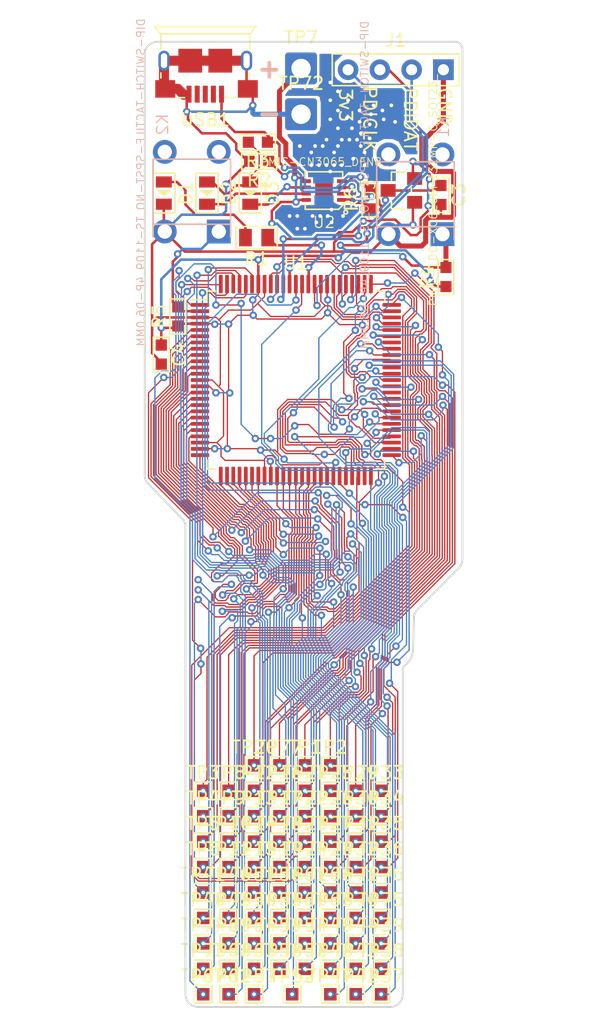
<source format=kicad_pcb>
(kicad_pcb (version 20240108) (generator "pcbnew") (generator_version "8.0")
  (layers (0 "F.Cu" signal) (31 "B.Cu" signal) (34 "B.Paste" user) (35 "F.Paste" user) (36 "B.SilkS" user "B.Silkscreen") (37 "F.SilkS" user "F.Silkscreen") (38 "B.Mask" user) (39 "F.Mask" user) (44 "Edge.Cuts" user))
  (net 0 "")
  (net 1 "Net-(U2-BAT)")
  (net 2 "GND")
  (net 3 "/3V3")
  (net 4 "Net-(D1-+)")
  (net 5 "Net-(D2--)")
  (net 6 "Net-(D2-+)")
  (net 7 "Net-(D3--)")
  (net 8 "Net-(J1-P$3)")
  (net 9 "Net-(J1-P$2)")
  (net 10 "Net-(K1-A0)")
  (net 14 "Net-(K2-A0)")
  (net 16 "Net-(U1-PQ1)")
  (net 17 "Net-(U2-ISET)")
  (net 18 "Net-(U2-VIN)")
  (net 19 "Net-(U2-TEMP)")
  (net 20 "Net-(U1-PQ3)")
  (net 21 "Net-(U1-PQ2)")
  (net 22 "Net-(U1-PK7)")
  (net 23 "Net-(U1-PJ7)")
  (net 24 "Net-(U1-PH7)")
  (net 25 "Net-(U1-PF7)")
  (net 26 "Net-(U1-PK6)")
  (net 27 "Net-(U1-PJ6)")
  (net 28 "Net-(U1-PH6)")
  (net 29 "Net-(U1-PF6)")
  (net 30 "Net-(U1-PK5)")
  (net 31 "Net-(U1-PJ5)")
  (net 32 "Net-(U1-PH5)")
  (net 33 "Net-(U1-PF5)")
  (net 34 "Net-(U1-PK4)")
  (net 35 "Net-(U1-PJ4)")
  (net 36 "Net-(U1-PH4)")
  (net 37 "Net-(U1-PF4)")
  (net 38 "Net-(U1-PR1{slash}XTAL1)")
  (net 39 "Net-(U1-PK3)")
  (net 40 "Net-(U1-PJ3)")
  (net 41 "Net-(U1-PH3)")
  (net 42 "Net-(U1-PF3)")
  (net 43 "Net-(U1-PK2)")
  (net 44 "Net-(U1-PJ2)")
  (net 45 "Net-(U1-PH2)")
  (net 46 "Net-(U1-PF2)")
  (net 47 "Net-(U1-PK1)")
  (net 48 "Net-(U1-PJ1)")
  (net 49 "Net-(U1-PH1)")
  (net 50 "Net-(U1-PF1)")
  (net 51 "Net-(U1-PK0)")
  (net 52 "Net-(U1-PJ0)")
  (net 53 "Net-(U1-PH0)")
  (net 54 "Net-(U1-PF0)")
  (net 55 "Net-(U1-AREF{slash}PA0)")
  (net 56 "Net-(U1-AREF{slash}PB0)")
  (net 57 "Net-(U1-PC0)")
  (net 58 "Net-(U1-PD0)")
  (net 59 "Net-(U1-PE0)")
  (net 60 "Net-(U1-PA1)")
  (net 61 "Net-(U1-PB1)")
  (net 62 "Net-(U1-PC1)")
  (net 63 "Net-(U1-PD1)")
  (net 64 "Net-(U1-PE1)")
  (net 65 "Net-(U1-PA2)")
  (net 66 "Net-(U1-PB2)")
  (net 67 "Net-(U1-PC2)")
  (net 68 "Net-(U1-PD2)")
  (net 69 "Net-(U1-PE2)")
  (net 70 "Net-(U1-PA3)")
  (net 71 "Net-(U1-PB3)")
  (net 72 "Net-(U1-PC3)")
  (net 73 "Net-(U1-PD3)")
  (net 74 "Net-(U1-PE3)")
  (net 75 "Net-(U1-PA4)")
  (net 76 "Net-(U1-PB4)")
  (net 77 "Net-(U1-PC4)")
  (net 78 "Net-(U1-PD4)")
  (net 79 "Net-(U1-PE4)")
  (net 80 "Net-(U1-PA5)")
  (net 81 "Net-(U1-PB5)")
  (net 82 "Net-(U1-PC5)")
  (net 83 "Net-(U1-PD5)")
  (net 84 "Net-(U1-PE5)")
  (net 85 "Net-(U1-PA6)")
  (net 86 "Net-(U1-PB6)")
  (net 87 "Net-(U1-PC6)")
  (net 88 "Net-(U1-PD6)")
  (net 89 "Net-(U1-PE6)")
  (net 90 "Net-(U1-PB7)")
  (net 91 "Net-(U1-PC7)")
  (net 92 "Net-(U1-PD7)")
  (net 93 "Net-(U1-PE7)")
  (net 94 "Net-(U1-PR0{slash}XTAL2)")
  (net 95 "unconnected-(U2-H-PadHEAT)")
  (footprint "TestPoint:TestPoint_Pad_1.0x1.0mm" (layer "F.Cu") (at 143.5608 130.6576)
    (property "Reference" "TP45")
    (property "Value" "TestPoint")
  )
  (footprint "TestPoint:TestPoint_Pad_1.0x1.0mm" (layer "F.Cu") (at 143.5608 128.6256)
    (property "Reference" "TP46")
    (property "Value" "TestPoint")
  )
  (footprint "OPL_Resistor:R0603" (layer "F.Cu") (at 145.9992 70.2056 180)
    (property "Reference" "R2")
    (property "Value" "SMD-RES-3.3K-1%-1_10W_0603_")
  )
  (footprint "TestPoint:TestPoint_Pad_1.0x1.0mm" (layer "F.Cu") (at 151.6888 136.7536)
    (property "Reference" "TP47")
    (property "Value" "TestPoint")
  )
  (footprint "TestPoint:TestPoint_Pad_1.0x1.0mm" (layer "F.Cu") (at 149.6568 128.6256)
    (property "Reference" "TP61")
    (property "Value" "TestPoint")
  )
  (footprint "TestPoint:TestPoint_Pad_1.0x1.0mm" (layer "F.Cu") (at 151.6888 118.4656)
    (property "Reference" "TP2")
    (property "Value" "TestPoint")
  )
  (footprint "TestPoint:TestPoint_Pad_1.0x1.0mm" (layer "F.Cu") (at 145.5928 122.5296)
    (property "Reference" "TP13")
    (property "Value" "TestPoint")
  )
  (footprint "TestPoint:TestPoint_Pad_1.0x1.0mm" (layer "F.Cu") (at 149.6568 126.5936)
    (property "Reference" "TP24")
    (property "Value" "TestPoint")
  )
  (footprint "TestPoint:TestPoint_Pad_1.0x1.0mm" (layer "F.Cu") (at 155.7528 134.7216)
    (property "Reference" "TP38")
    (property "Value" "TestPoint")
  )
  (footprint "TestPoint:TestPoint_Pad_1.0x1.0mm" (layer "F.Cu") (at 155.7528 132.6896)
    (property "Reference" "TP39")
    (property "Value" "TestPoint")
  )
  (footprint "TestPoint:TestPoint_Pad_1.0x1.0mm" (layer "F.Cu") (at 141.5288 130.6576)
    (property "Reference" "TP40")
    (property "Value" "TestPoint")
  )
  (footprint "TestPoint:TestPoint_Pad_1.0x1.0mm" (layer "F.Cu") (at 151.6888 134.7216)
    (property "Reference" "TP48")
    (property "Value" "TestPoint")
  )
  (footprint "TestPoint:TestPoint_Pad_1.0x1.0mm" (layer "F.Cu") (at 151.6888 132.6896)
    (property "Reference" "TP49")
    (property "Value" "TestPoint")
  )
  (footprint "TestPoint:TestPoint_Pad_1.0x1.0mm" (layer "F.Cu") (at 143.5608 126.5936)
    (property "Reference" "TP11")
    (property "Value" "TestPoint")
  )
  (footprint "TestPoint:TestPoint_Pad_1.0x1.0mm" (layer "F.Cu") (at 145.5928 120.4976)
    (property "Reference" "TP12")
    (property "Value" "TestPoint")
  )
  (footprint "TestPoint:TestPoint_Pad_1.0x1.0mm" (layer "F.Cu") (at 155.7528 128.6256)
    (property "Reference" "TP76")
    (property "Value" "TestPoint")
  )
  (footprint "TestPoint:TestPoint_Pad_1.0x1.0mm" (layer "F.Cu") (at 147.6248 118.4656)
    (property "Reference" "TP77")
    (property "Value" "TestPoint")
  )
  (footprint "TestPoint:TestPoint_Pad_1.0x1.0mm" (layer "F.Cu") (at 149.6568 122.5296)
    (property "Reference" "TP22")
    (property "Value" "TestPoint")
  )
  (footprint "TestPoint:TestPoint_Pad_1.0x1.0mm" (layer "F.Cu") (at 149.6568 124.5616)
    (property "Reference" "TP23")
    (property "Value" "TestPoint")
  )
  (footprint "TestPoint:TestPoint_Pad_1.0x1.0mm" (layer "F.Cu") (at 151.6888 120.4976)
    (property "Reference" "TP25")
    (property "Value" "TestPoint")
  )
  (footprint "OPL_Resistor:R0603" (layer "F.Cu") (at 160.9344 79.4512 90)
    (property "Reference" "R4")
    (property "Value" "SMD-RES-330R-1%-1_10W_0603_")
  )
  (footprint "OPL_Integrated_Circuit:DFN8G-0.5-3X3MM" (layer "F.Cu") (at 151.1808 72.5424 180)
    (property "Reference" "U2")
    (property "Value" "PMIC-CN3065_DFN8_")
  )
  (footprint "TestPoint:TestPoint_Pad_1.0x1.0mm" (layer "F.Cu") (at 155.7528 126.5936)
    (property "Reference" "TP36")
    (property "Value" "TestPoint")
  )
  (footprint "TestPoint:TestPoint_Pad_1.0x1.0mm" (layer "F.Cu") (at 155.7528 136.7536)
    (property "Reference" "TP37")
    (property "Value" "TestPoint")
  )
  (footprint "TestPoint:TestPoint_Pad_1.0x1.0mm" (layer "F.Cu") (at 155.7528 130.6576)
    (property "Reference" "TP75")
    (property "Value" "TestPoint")
  )
  (footprint "TestPoint:TestPoint_Pad_1.0x1.0mm" (layer "F.Cu") (at 143.5608 120.4976)
    (property "Reference" "TP8")
    (property "Value" "TestPoint")
  )
  (footprint "TestPoint:TestPoint_Pad_1.0x1.0mm" (layer "F.Cu") (at 143.5608 122.5296)
    (property "Reference" "TP9")
    (property "Value" "TestPoint")
  )
  (footprint "TestPoint:TestPoint_Pad_1.0x1.0mm" (layer "F.Cu") (at 143.5608 124.5616)
    (property "Reference" "TP10")
    (property "Value" "TestPoint")
  )
  (footprint "TestPoint:TestPoint_Pad_1.0x1.0mm" (layer "F.Cu") (at 141.5288 120.4976)
    (property "Reference" "TP3")
    (property "Value" "TestPoint")
  )
  (footprint "TestPoint:TestPoint_Pad_1.0x1.0mm" (layer "F.Cu") (at 155.7528 124.5616)
    (property "Reference" "TP35")
    (property "Value" "TestPoint")
  )
  (footprint "TestPoint:TestPoint_Pad_1.0x1.0mm" (layer "F.Cu") (at 151.6888 122.5296)
    (property "Reference" "TP26")
    (property "Value" "TestPoint")
  )
  (footprint "OPL_Optoelectronics:LED-0805" (layer "F.Cu") (at 141.8336 72.7456 -90)
    (property "Reference" "D2")
    (property "Value" "SMD-LED-CLEAR-RED_0805_")
  )
  (footprint "Package_QFP:TQFP-100_14x14mm_P0.5mm" (layer "F.Cu") (at 148.9329 87.6808)
    (property "Reference" "U1")
    (property "Value" "ATxmega128A1-AU")
  )
  (footprint "TestPoint:TestPoint_Pad_1.0x1.0mm" (layer "F.Cu") (at 141.5288 128.6256)
    (property "Reference" "TP41")
    (property "Value" "TestPoint")
  )
  (footprint "TestPoint:TestPoint_Pad_1.0x1.0mm" (layer "F.Cu") (at 153.7208 136.7536)
    (property "Reference" "TP42")
    (property "Value" "TestPoint")
  )
  (footprint "TestPoint:TestPoint_Pad_1.0x1.0mm" (layer "F.Cu") (at 145.5928 124.5616)
    (property "Reference" "TP14")
    (property "Value" "TestPoint")
  )
  (footprint "OPL_Connector:MICRO-USB5+6P-SMD-0.65-B" (layer "F.Cu") (at 141.6939 62.1665 180)
    (property "Reference" "USB1")
    (property "Value" "MICRO-USB-SMD-B-_10118193-0001LF_")
  )
  (footprint "TestPoint:TestPoint_Pad_1.0x1.0mm" (layer "F.Cu") (at 141.5288 122.5296)
    (property "Reference" "TP4")
    (property "Value" "TestPoint")
  )
  (footprint "TestPoint:TestPoint_Pad_1.0x1.0mm" (layer "F.Cu") (at 151.6888 124.5616)
    (property "Reference" "TP27")
    (property "Value" "TestPoint")
  )
  (footprint "TestPoint:TestPoint_Pad_1.0x1.0mm" (layer "F.Cu") (at 151.6888 126.5936)
    (property "Reference" "TP28")
    (property "Value" "TestPoint")
  )
  (footprint "TestPoint:TestPoint_Pad_1.0x1.0mm" (layer "F.Cu") (at 153.7208 120.4976)
    (property "Reference" "TP29")
    (property "Value" "TestPoint")
  )
  (footprint "OPL_Capacitor:C0603" (layer "F.Cu") (at 160.528 72.898 -90)
    (property "Reference" "C3")
    (property "Value" "CERAMIC-1UF-25V-10%-X7R_0603_")
  )
  (footprint "OPL_Capacitor:C0603" (layer "F.Cu") (at 138.176 85.6488 -90)
    (property "Reference" "C4")
    (property "Value" "CERAMIC-1UF-25V-10%-X7R_0603_")
  )
  (footprint "TestPoint:TestPoint_Pad_1.0x1.0mm" (layer "F.Cu") (at 148.6408 136.7536)
    (property "Reference" "TP52")
    (property "Value" "TestPoint")
  )
  (footprint "TestPoint:TestPoint_Pad_1.0x1.0mm" (layer "F.Cu") (at 145.5928 134.7216)
    (property "Reference" "TP63")
    (property "Value" "TestPoint")
  )
  (footprint "TestPoint:TestPoint_Pad_1.0x1.0mm" (layer "F.Cu") (at 145.5928 132.6896)
    (property "Reference" "TP64")
    (property "Value" "TestPoint")
  )
  (footprint "TestPoint:TestPoint_Pad_1.0x1.0mm" (layer "F.Cu") (at 141.5288 134.7216)
    (property "Reference" "TP73")
    (property "Value" "TestPoint")
  )
  (footprint "OPL_Resistor:R0603" (layer "F.Cu") (at 139.4968 82.6008 90)
    (property "Reference" "R5")
    (property "Value" "SMD-RES-330R-1%-1_10W_0603_")
  )
  (footprint "TestPoint:TestPoint_Pad_1.0x1.0mm" (layer "F.Cu") (at 149.6568 134.7216)
    (property "Reference" "TP53")
    (property "Value" "TestPoint")
  )
  (footprint "TestPoint:TestPoint_Pad_1.0x1.0mm" (layer "F.Cu") (at 141.5288 132.6896)
    (property "Reference" "TP74")
    (property "Value" "TestPoint")
  )
  (footprint "TestPoint:TestPoint_Pad_1.0x1.0mm" (layer "F.Cu") (at 153.7208 132.6896)
    (property "Reference" "TP44")
    (property "Value" "TestPoint")
  )
  (footprint "TestPoint:TestPoint_Pad_1.0x1.0mm" (layer "F.Cu") (at 155.7528 122.5296)
    (property "Reference" "TP34")
    (property "Value" "TestPoint")
  )
  (footprint "TestPoint:TestPoint_Pad_1.0x1.0mm" (layer "F.Cu") (at 141.5288 126.5936)
    (property "Reference" "TP6")
    (property "Value" "TestPoint")
  )
  (footprint "TestPoint:TestPoint_Pad_1.0x1.0mm" (layer "F.Cu") (at 145.5928 118.4656)
    (property "Reference" "TP20")
    (property "Value" "TestPoint")
  )
  (footprint "TestPoint:TestPoint_Pad_1.0x1.0mm" (layer "F.Cu") (at 149.6568 120.4976)
    (property "Reference" "TP21")
    (property "Value" "TestPoint")
  )
  (footprint "TestPoint:TestPoint_Pad_1.0x1.0mm" (layer "F.Cu") (at 153.7208 122.5296)
    (property "Reference" "TP30")
    (property "Value" "TestPoint")
  )
  (footprint "OPL_Resistor:R0603" (layer "F.Cu") (at 145.8976 68.6816 180)
    (property "Reference" "R3")
    (property "Value" "SMD-RES-330R-1%-1_10W_0603_")
  )
  (footprint "TestPoint:TestPoint_Pad_1.0x1.0mm" (layer "F.Cu") (at 153.7208 124.5616)
    (property "Reference" "TP31")
    (property "Value" "TestPoint")
  )
  (footprint "TestPoint:TestPoint_Pad_1.0x1.0mm" (layer "F.Cu") (at 153.7208 126.5936)
    (property "Reference" "TP32")
    (property "Value" "TestPoint")
  )
  (footprint "TestPoint:TestPoint_Pad_1.0x1.0mm" (layer "F.Cu") (at 141.5288 124.5616)
    (property "Reference" "TP5")
    (property "Value" "TestPoint")
  )
  (footprint "TestPoint:TestPoint_Pad_1.0x1.0mm" (layer "F.Cu") (at 143.5608 132.6896)
    (property "Reference" "TP69")
    (property "Value" "TestPoint")
  )
  (footprint "TestPoint:TestPoint_Pad_1.0x1.0mm" (layer "F.Cu") (at 153.7208 130.6576)
    (property "Reference" "TP70")
    (property "Value" "TestPoint")
  )
  (footprint "TestPoint:TestPoint_Pad_1.0x1.0mm" (layer "F.Cu") (at 145.5928 130.6576)
    (property "Reference" "TP50")
    (property "Value" "TestPoint")
  )
  (footprint "TestPoint:TestPoint_Pad_1.0x1.0mm" (layer "F.Cu") (at 153.7208 134.7216)
    (property "Reference" "TP43")
    (property "Value" "TestPoint")
  )
  (footprint "OPL_Optoelectronics:LED-0805" (layer "F.Cu") (at 145.288 72.7456 -90)
    (property "Reference" "D3")
    (property "Value" "SMD-LED-CLEAR-GREEN_0805_")
  )
  (footprint "OPL_Integrated_Circuit:SOT-23" (layer "F.Cu") (at 157.370065 72.529405 90)
    (property "Reference" "U3")
    (property "Value" "PMIC-LDO-XC6206P332MR-G_SOT23_")
  )
  (footprint "OPL_Connector:H4-2.54" (layer "F.Cu") (at 156.9212 62.8904)
    (property "Reference" "J1")
    (property "Value" "DIP-BLACK-MALE-HEADER-VERT_4P-2.54_")
  )
  (footprint "TestPoint:TestPoint_Pad_1.0x1.0mm" (layer "F.Cu") (at 149.6568 130.6576)
    (property "Reference" "TP60")
    (property "Value" "TestPoint")
  )
  (footprint "TestPoint:TestPoint_Pad_1.0x1.0mm" (layer "F.Cu") (at 143.5608 134.7216)
    (property "Reference" "TP68")
    (property "Value" "TestPoint")
  )
  (footprint "TestPoint:TestPoint_Pad_1.0x1.0mm" (layer "F.Cu") (at 151.6888 128.6256)
    (property "Reference" "TP66")
    (property "Value" "TestPoint")
  )
  (footprint "TestPoint:TestPoint_Pad_1.0x1.0mm" (layer "F.Cu") (at 145.5928 136.7536)
    (property "Reference" "TP57")
    (property "Value" "TestPoint")
  )
  (footprint "TestPoint:TestPoint_Pad_1.0x1.0mm" (layer "F.Cu") (at 147.6248 134.7216)
    (property "Reference" "TP58")
    (property "Value" "TestPoint")
  )
  (footprint "TestPoint:TestPoint_Pad_1.0x1.0mm" (layer "F.Cu") (at 147.6248 130.6576)
    (property "Reference" "TP55")
    (property "Value" "TestPoint")
  )
  (footprint "TestPoint:TestPoint_Pad_1.0x1.0mm" (layer "F.Cu") (at 151.6888 130.6576)
    (property "Reference" "TP65")
    (property "Value" "TestPoint")
  )
  (footprint "TestPoint:TestPoint_Pad_1.0x1.0mm" (layer "F.Cu") (at 143.5608 136.7536)
    (property "Reference" "TP62")
    (property "Value" "TestPoint")
  )
  (footprint "TestPoint:TestPoint_Pad_1.0x1.0mm" (layer "F.Cu") (at 147.6248 128.6256)
    (property "Reference" "TP56")
    (property "Value" "TestPoint")
  )
  (footprint "OPL_Optoelectronics:LED-0805" (layer "F.Cu") (at 138.3792 72.7456 -90)
    (property "Reference" "D1")
    (property "Value" "SMD-LED-CLEAR-BLUE_0805_")
  )
  (footprint "TestPoint:TestPoint_Pad_1.0x1.0mm" (layer "F.Cu") (at 147.6248 132.6896)
    (property "Reference" "TP59")
    (property "Value" "TestPoint")
  )
  (footprint "TestPoint:TestPoint_Pad_1.0x1.0mm" (layer "F.Cu") (at 153.7208 128.6256)
    (property "Reference" "TP71")
    (property "Value" "TestPoint")
  )
  (footprint "TestPoint:TestPoint_Pad_1.0x1.0mm" (layer "F.Cu") (at 145.5928 126.5936)
    (property "Reference" "TP15")
    (property "Value" "TestPoint")
  )
  (footprint "TestPoint:TestPoint_Pad_1.0x1.0mm" (layer "F.Cu") (at 147.6248 120.4976)
    (property "Reference" "TP16")
    (property "Value" "TestPoint")
  )
  (footprint "TestPoint:TestPoint_Pad_1.0x1.0mm" (layer "F.Cu") (at 147.6248 122.5296)
    (property "Reference" "TP17")
    (property "Value" "TestPoint")
  )
  (footprint "TestPoint:TestPoint_Pad_1.0x1.0mm" (layer "F.Cu") (at 147.6248 124.5616)
    (property "Reference" "TP18")
    (property "Value" "TestPoint")
  )
  (footprint "TestPoint:TestPoint_Pad_1.0x1.0mm" (layer "F.Cu") (at 147.6248 126.5936)
    (property "Reference" "TP19")
    (property "Value" "TestPoint")
  )
  (footprint "TestPoint:TestPoint_Pad_1.0x1.0mm" (layer "F.Cu") (at 141.5288 136.7536)
    (property "Reference" "TP67")
    (property "Value" "TestPoint")
  )
  (footprint "TestPoint:TestPoint_Pad_1.0x1.0mm" (layer "F.Cu") (at 145.5928 128.6256)
    (property "Reference" "TP51")
    (property "Value" "TestPoint")
  )
  (footprint "TestPoint:TestPoint_Pad_1.0x1.0mm" (layer "F.Cu") (at 155.7528 120.4976)
    (property "Reference" "TP33")
    (property "Value" "TestPoint")
  )
  (footprint "TestPoint:TestPoint_Pad_1.0x1.0mm" (layer "F.Cu") (at 149.6568 132.6896)
    (property "Reference" "TP54")
    (property "Value" "TestPoint")
  )
  (footprint "Connector_Wire:SolderWire-0.75sqmm_1x01_D1.25mm_OD2.3mm" (layer "F.Cu") (at 149.352 62.7888)
    (property "Reference" "TP7")
    (property "Value" "TestPoint")
  )
  (footprint "Connector_Wire:SolderWire-0.75sqmm_1x01_D1.25mm_OD2.3mm" (layer "F.Cu") (at 149.352 66.4464)
    (property "Reference" "TP72")
    (property "Value" "TestPoint")
  )
  (footprint "TestPoint:TestPoint_Pad_1.0x1.0mm" (layer "F.Cu") (at 149.6568 118.4656)
    (property "Reference" "TP1")
    (property "Value" "TestPoint")
  )
  (footprint "OPL_Resistor:R0805" (layer "F.Cu") (at 145.796 76.3016 180)
    (property "Reference" "R1")
    (property "Value" "SMD-RES-1K-5%-1_8W_0805_")
  )
  (footprint "OPL_Resistor:R0603" (layer "F.Cu") (at 154.871822 73.247199 90)
    (property "Reference" "R6")
    (property "Value" "SMD-RES-10K-1%-1_10W_0603_")
  )
  (footprint "OPL_Switch:SW4-6.0X6.0X5.0MM" (layer "B.Cu") (at 140.6144 72.136 90)
    (property "Reference" "K2")
    (property "Value" "DIP-SWITCH-TACTILE-SPST-NO_TS-1109_4P-D6.0MM_")
  )
  (footprint "OPL_Switch:SW4-6.0X6.0X5.0MM" (layer "B.Cu") (at 158.496 72.3392 90)
    (property "Reference" "K1")
    (property "Value" "DIP-SWITCH-TACTILE-SPST-NO_TS-1109_4P-D6.0MM_")
  )
  (gr_poly (pts (xy 151.892 73.4568) (xy 151.9936 73.5584) (xy 152.4 73.7616) (xy 152.908 73.7616) (xy 153.5 73.75) (xy 153.7208 73.9648) (xy 153.924 73.8632) (xy 153.924 74.168) (xy 152.5016 75.5904) (xy 152.2984 75.5904) (xy 152.0952 75.7936) (xy 150.4696 75.7936) (xy 150.1648 76.0984) (xy 148.844 76.0984) (xy 147.5232 74.7776) (xy 147.32 74.7776) (xy 147.32 74.2696) (xy 147.828 73.7616) (xy 148.5392 73.7616) (xy 148.7424 73.9648) (xy 149.1488 73.9648) (xy 149.352 73.7616) (xy 150.4696 73.7616) (xy 150.4696 72.9488) (xy 151.892 72.9488)) (stroke (width 0.1)) (fill solid) (layer "F.Cu") (net 95))
  (gr_poly (pts (xy 151.9936 62.2808) (xy 151.9936 63.3984) (xy 152.1968 63.7032) (xy 152.7048 64.008) (xy 153.3144 64.008) (xy 153.6192 63.9064) (xy 154.1272 64.4144) (xy 157.3784 64.4144) (xy 157.5816 64.6176) (xy 157.5816 67.1576) (xy 158.5976 68.1736) (xy 158.5976 69.596) (xy 157.7848 69.596) (xy 157.1752 68.58) (xy 156.6672 68.3768) (xy 155.956 68.3768) (xy 155.3464 68.6816) (xy 155.0416 69.2912) (xy 155.0416 69.9008) (xy 155.3464 70.5104) (xy 155.6512 70.8152) (xy 156.0576 70.9168) (xy 156.8704 70.9168) (xy 156.8704 71.7296) (xy 154.7368 71.7296) (xy 154.7368 71.4248) (xy 154.5336 71.12) (xy 154.2288 71.0184) (xy 153.1112 71.0184) (xy 152.7048 71.4248) (xy 151.892 71.4248) (xy 151.892 71.9328) (xy 150.368 71.9328) (xy 150.368 71.4248) (xy 149.9616 71.4248) (xy 149.9616 71.0184) (xy 148.7424 69.7992) (xy 148.7424 68.6816) (xy 148.336 68.1736) (xy 148.336 68.072) (xy 150.5712 68.072) (xy 150.876 67.7672) (xy 150.9776 67.3608) (xy 150.9776 65.532) (xy 150.876 65.024) (xy 150.6728 64.9224) (xy 148.1328 64.9224) (xy 148.336 64.6176) (xy 148.5392 64.4144) (xy 150.5712 64.4144) (xy 150.7744 64.3128) (xy 150.876 64.008) (xy 150.876 61.6712) (xy 152.6032 61.6712)) (stroke (width 0.1)) (fill solid) (layer "F.Cu") (net 95))
  (gr_poly (pts (xy 151.892 73.4568) (xy 151.9936 73.5584) (xy 152.4 73.7616) (xy 152.908 73.7616) (xy 153.5 73.75) (xy 153.7208 73.9648) (xy 153.924 73.8632) (xy 153.924 74.168) (xy 152.5016 75.5904) (xy 152.2984 75.5904) (xy 152.0952 75.7936) (xy 150.4696 75.7936) (xy 150.1648 76.0984) (xy 148.844 76.0984) (xy 147.5232 74.7776) (xy 147.32 74.7776) (xy 147.32 74.2696) (xy 147.828 73.7616) (xy 148.5392 73.7616) (xy 148.7424 73.9648) (xy 149.1488 73.9648) (xy 149.352 73.7616) (xy 150.4696 73.7616) (xy 150.4696 72.9488) (xy 151.892 72.9488)) (stroke (width 0.1)) (fill solid) (layer "B.Cu") (net 95))
  (gr_poly (pts (xy 151.9936 62.2808) (xy 151.9936 63.3984) (xy 152.1968 63.7032) (xy 152.7048 64.008) (xy 153.3144 64.008) (xy 153.6192 63.9064) (xy 154.1272 64.4144) (xy 157.3784 64.4144) (xy 157.5816 64.6176) (xy 157.5816 67.1576) (xy 158.5976 68.1736) (xy 158.5976 69.596) (xy 157.7848 69.596) (xy 157.1752 68.58) (xy 156.6672 68.3768) (xy 155.956 68.3768) (xy 155.3464 68.6816) (xy 155.0416 69.2912) (xy 155.0416 69.9008) (xy 155.3464 70.5104) (xy 155.6512 70.8152) (xy 156.0576 70.9168) (xy 156.8704 70.9168) (xy 156.8704 71.7296) (xy 154.7368 71.7296) (xy 154.7368 71.4248) (xy 154.5336 71.12) (xy 154.2288 71.0184) (xy 153.1112 71.0184) (xy 152.7048 71.4248) (xy 151.892 71.4248) (xy 151.892 71.9328) (xy 150.368 71.9328) (xy 150.368 71.4248) (xy 149.9616 71.4248) (xy 149.9616 71.0184) (xy 148.7424 69.7992) (xy 148.7424 68.6816) (xy 148.336 68.1736) (xy 148.336 68.072) (xy 150.5712 68.072) (xy 150.876 67.7672) (xy 150.9776 67.3608) (xy 150.9776 65.532) (xy 150.876 65.024) (xy 150.6728 64.9224) (xy 148.1328 64.9224) (xy 148.336 64.6176) (xy 148.5392 64.4144) (xy 150.5712 64.4144) (xy 150.7744 64.3128) (xy 150.876 64.008) (xy 150.876 61.6712) (xy 152.6032 61.6712)) (stroke (width 0.1)) (fill solid) (layer "B.Cu") (net 95))
  (gr_line (start 158.313591 109.1184) (end 158.372723 106.692557) (stroke (width 0.15)) (layer "Edge.Cuts"))
  (gr_arc (start 141.1224 137.7696) (mid 140.40398 137.47202) (end 140.1064 136.7536) (stroke (width 0.15)) (layer "Edge.Cuts"))
  (gr_line (start 141.1224 137.7696) (end 156.464 137.7696) (stroke (width 0.15)) (layer "Edge.Cuts"))
  (gr_line (start 161.730498 102.92219) (end 158.699828 105.981358) (stroke (width 0.15)) (layer "Edge.Cuts"))
  (gr_line (start 137.180613 96.007583) (end 139.91801 98.844458) (stroke (width 0.15)) (layer "Edge.Cuts"))
  (gr_line (start 137.8712 60.6552) (end 140.6144 60.6552) (stroke (width 0.15)) (layer "Edge.Cuts"))
  (gr_line (start 136.8552 64.6176) (end 136.8552 61.6712) (stroke (width 0.15)) (layer "Edge.Cuts"))
  (gr_arc (start 136.8552 61.6712) (mid 137.15278 60.95278) (end 137.8712 60.6552) (stroke (width 0.15)) (layer "Edge.Cuts"))
  (gr_line (start 136.8552 64.6176) (end 136.8552 65.2272) (stroke (width 0.15)) (layer "Edge.Cuts"))
  (gr_arc (start 158.372723 106.692557) (mid 158.458419 106.301149) (end 158.699828 105.981358) (stroke (width 0.15)) (layer "Edge.Cuts"))
  (gr_line (start 136.8552 87.6808) (end 136.8552 81.0768) (stroke (width 0.15)) (layer "Edge.Cuts"))
  (gr_line (start 162.2552 101.8032) (end 162.2552 86.5632) (stroke (width 0.15)) (layer "Edge.Cuts"))
  (gr_arc (start 158.313591 109.1184) (mid 158.119857 109.918249) (end 157.581598 110.540799) (stroke (width 0.15)) (layer "Edge.Cuts"))
  (gr_line (start 162.2552 67.3608) (end 162.2552 61.2648) (stroke (width 0.15)) (layer "Edge.Cuts"))
  (gr_line (start 136.8552 81.0768) (end 136.8552 78.6384) (stroke (width 0.15)) (layer "Edge.Cuts"))
  (gr_line (start 157.48 136.7536) (end 157.48 110.8456) (stroke (width 0.15)) (layer "Edge.Cuts"))
  (gr_arc (start 162.2552 101.8032) (mid 162.142168 102.432712) (end 161.730498 102.92219) (stroke (width 0.15)) (layer "Edge.Cuts"))
  (gr_arc (start 161.6456 60.6552) (mid 162.076652 60.833748) (end 162.2552 61.2648) (stroke (width 0.15)) (layer "Edge.Cuts"))
  (gr_line (start 149.86 60.6552) (end 161.6456 60.6552) (stroke (width 0.15)) (layer "Edge.Cuts"))
  (gr_line (start 136.8552 95.1992) (end 136.8552 87.6808) (stroke (width 0.15)) (layer "Edge.Cuts"))
  (gr_line (start 140.1064 107.3912) (end 140.1064 99.3648) (stroke (width 0.15)) (layer "Edge.Cuts"))
  (gr_arc (start 139.91801 98.844458) (mid 140.057853 99.088102) (end 140.1064 99.3648) (stroke (width 0.15)) (layer "Edge.Cuts"))
  (gr_line (start 136.8552 78.6384) (end 136.8552 65.2272) (stroke (width 0.15)) (layer "Edge.Cuts"))
  (gr_line (start 162.2552 86.5632) (end 162.2552 67.3608) (stroke (width 0.15)) (layer "Edge.Cuts"))
  (gr_arc (start 157.48 110.8456) (mid 157.506069 110.684956) (end 157.581599 110.5408) (stroke (width 0.15)) (layer "Edge.Cuts"))
  (gr_line (start 140.1064 136.7536) (end 140.1064 107.3912) (stroke (width 0.15)) (layer "Edge.Cuts"))
  (gr_line (start 140.6144 60.6552) (end 149.86 60.6552) (stroke (width 0.15)) (layer "Edge.Cuts"))
  (gr_arc (start 157.48 136.7536) (mid 157.18242 137.47202) (end 156.464 137.7696) (stroke (width 0.15)) (layer "Edge.Cuts"))
  (gr_arc (start 137.180613 96.007583) (mid 136.916128 95.644362) (end 136.8552 95.1992) (stroke (width 0.15)) (layer "Edge.Cuts"))
  (gr_text "+" (at 146.812 62.7888 0) (layer "B.SilkS") (effects (font (size 1.5 1.5) (thickness 0.3))))
  (gr_text "-" (at 146.812 66.3448 0) (layer "B.SilkS") (effects (font (size 1.5 1.5) (thickness 0.3)) (justify mirror)))
  (gr_text "-" (at 146.812 66.3448 0) (layer "F.SilkS") (effects (font (size 1.5 1.5) (thickness 0.3)) (justify mirror)))
  (gr_text "+" (at 146.812 62.7888 0) (layer "F.SilkS") (effects (font (size 1.5 1.5) (thickness 0.3))))
  (gr_text "PDIDAT" (at 158.0896 66.8528 270) (layer "F.SilkS") (effects (font (size 1 1))))
  (gr_text "GND" (at 160.8328 65.8368 270) (layer "F.SilkS") (effects (font (size 1 1))))
  (gr_text "3v3" (at 152.908 65.7352 270) (layer "F.SilkS") (effects (font (size 1 1))))
  (gr_text "PDICLK" (at 154.8384 66.8528 270) (layer "F.SilkS") (effects (font (size 1 1))))
  (segment (start 149.352 62.7888) (end 149.352 62.8904) (width 0.4) (layer "F.Cu") (net 1))
  (segment (start 147.0152 74.168) (end 147.0152 75.184) (width 0.2) (layer "F.Cu") (net 1))
  (segment (start 148.1328 68.7832) (end 148.1328 69.9008) (width 0.4) (layer "F.Cu") (net 1))
  (segment (start 156.100114 73.306914) (end 156.100114 72.740176) (width 0.2) (layer "F.Cu") (net 1))
  (segment (start 159.8168 72.5424) (end 156.32388 72.5424) (width 0.2) (layer "F.Cu") (net 1))
  (segment (start 156.100114 72.740176) (end 156.310885 72.529405) (width 0.2) (layer "F.Cu") (net 1))
  (segment (start 160.528 72.136) (end 160.2232 72.136) (width 0.2) (layer "F.Cu") (net 1))
  (segment (start 149.50186 71.5264) (end 149.76856 71.7931) (width 0.2) (layer "F.Cu") (net 1))
  (segment (start 148.1328 69.9008) (end 148.844 70.612) (width 0.4) (layer "F.Cu") (net 1))
  (segment (start 148.844 71.5264) (end 149.50186 71.5264) (width 0.2) (layer "F.Cu") (net 1))
  (segment (start 156.32388 72.5424) (end 156.310885 72.529405) (width 0.2) (layer "F.Cu") (net 1))
  (segment (start 147.6248 64.6176) (end 147.6248 68.2752) (width 0.4) (layer "F.Cu") (net 1))
  (segment (start 148.9456 73.4568) (end 147.7264 73.4568) (width 0.2) (layer "F.Cu") (net 1))
  (segment (start 160.2232 72.136) (end 159.8168 72.5424) (width 0.2) (layer "F.Cu") (net 1))
  (segment (start 149.352 62.8904) (end 147.6248 64.6176) (width 0.4) (layer "F.Cu") (net 1))
  (segment (start 149.76856 73.2917) (end 149.1107 73.2917) (width 0.2) (layer "F.Cu") (net 1))
  (segment (start 149.1107 73.2917) (end 148.9456 73.4568) (width 0.2) (layer "F.Cu") (net 1))
  (segment (start 147.7264 73.4568) (end 147.0152 74.168) (width 0.2) (layer "F.Cu") (net 1))
  (segment (start 148.844 70.612) (end 148.844 71.5264) (width 0.4) (layer "F.Cu") (net 1))
  (segment (start 147.6248 68.2752) (end 148.1328 68.7832) (width 0.4) (layer "F.Cu") (net 1))
  (via (at 147.0152 75.184) (size 0.6) (drill 0.3) (layers "F.Cu" "B.Cu") (net 1))
  (via (at 156.100114 73.306914) (size 0.6) (drill 0.3) (layers "F.Cu" "B.Cu") (net 1))
  (via (at 148.844 71.5264) (size 0.6) (drill 0.3) (layers "F.Cu" "B.Cu") (net 1))
  (via (at 148.9456 73.4568) (size 0.6) (drill 0.3) (layers "F.Cu" "B.Cu") (net 1))
  (segment (start 152.472798 76.0984) (end 150.654922 76.0984) (width 0.2) (layer "B.Cu") (net 1))
  (segment (start 148.9456 71.628) (end 148.844 71.5264) (width 0.2) (layer "B.Cu") (net 1))
  (segment (start 156.100114 73.589744) (end 155.217058 74.4728) (width 0.2) (layer "B.Cu") (net 1))
  (segment (start 147.4216 75.184) (end 147.0152 75.184) (width 0.2) (layer "B.Cu") (net 1))
  (segment (start 156.100114 73.306914) (end 156.100114 73.589744) (width 0.2) (layer "B.Cu") (net 1))
  (segment (start 154.098398 74.4728) (end 152.472798 76.0984) (width 0.2) (layer "B.Cu") (net 1))
  (segment (start 150.654922 76.0984) (end 150.350122 76.4032) (width 0.2) (layer "B.Cu") (net 1))
  (segment (start 150.350122 76.4032) (end 148.6408 76.4032) (width 0.2) (layer "B.Cu") (net 1))
  (segment (start 148.9456 73.4568) (end 148.9456 71.628) (width 0.2) (layer "B.Cu") (net 1))
  (segment (start 155.217058 74.4728) (end 154.098398 74.4728) (width 0.2) (layer "B.Cu") (net 1))
  (segment (start 148.6408 76.4032) (end 147.4216 75.184) (width 0.2) (layer "B.Cu") (net 1))
  (segment (start 140.208 66.2432) (end 140.208 65.02946) (width 0.2) (layer "F.Cu") (net 2))
  (segment (start 140.208 65.02946) (end 140.39596 64.8415) (width 0.2) (layer "F.Cu") (net 2))
  (segment (start 145.4912 65.7352) (end 145.4912 64.81772) (width 0.2) (layer "F.Cu") (net 2))
  (segment (start 140.3096 66.2432) (end 140.208 66.2432) (width 0.2) (layer "F.Cu") (net 2))
  (segment (start 144.9939 62.1665) (end 144.9939 64.32042) (width 0.2) (layer "F.Cu") (net 2))
  (segment (start 145.4912 64.81772) (end 145.0939 64.42042) (width 0.2) (layer "F.Cu") (net 2))
  (segment (start 144.9939 64.32042) (end 145.0939 64.42042) (width 0.2) (layer "F.Cu") (net 2))
  (segment (start 142.8939 62.1665) (end 144.9939 62.1665) (width 0.8) (layer "F.Cu") (net 2))
  (segment (start 142.8939 62.1665) (end 140.4939 62.1665) (width 0.8) (layer "F.Cu") (net 2))
  (segment (start 139.9794 64.897) (end 139.9794 64.85806) (width 0.2) (layer "F.Cu") (net 2))
  (segment (start 139.9794 64.85806) (end 139.99596 64.8415) (width 0.2) (layer "F.Cu") (net 2))
  (segment (start 139.99596 64.8415) (end 140.39596 64.8415) (width 0.2) (layer "F.Cu") (net 2))
  (segment (start 139.50282 64.42042) (end 139.9794 64.897) (width 0.8) (layer "F.Cu") (net 2))
  (segment (start 138.4939 64.42042) (end 139.50282 64.42042) (width 0.8) (layer "F.Cu") (net 2))
  (segment (start 138.3939 62.1665) (end 138.3939 64.32042) (width 0.8) (layer "F.Cu") (net 2))
  (segment (start 138.3939 64.32042) (end 138.4939 64.42042) (width 0.8) (layer "F.Cu") (net 2))
  (segment (start 140.4939 62.1665) (end 138.3939 62.1665) (width 0.8) (layer "F.Cu") (net 2))
  (segment (start 154.038786 87.014002) (end 153.835586 87.217202) (width 0.1016) (layer "F.Cu") (net 2))
  (segment (start 146.4329 80.0183) (end 146.4329 81.005486) (width 0.1016) (layer "F.Cu") (net 2))
  (segment (start 153.36012 72.29348) (end 153.416 72.2376) (width 0.2) (layer "F.Cu") (net 2))
  (segment (start 138.3792 73.6346) (end 138.3792 75.7428) (width 0.2) (layer "F.Cu") (net 2))
  (segment (start 143.5608 82.0928) (end 142.776793 82.876807) (width 0.1016) (layer "F.Cu") (net 2))
  (segment (start 155.75 73.75) (end 155.600114 73.600114) (width 0.2) (layer "F.Cu") (net 2))
  (segment (start 144.1704 69.2912) (end 144.1704 68.7832) (width 0.2) (layer "F.Cu") (net 2))
  (segment (start 147.54441 94.284321) (end 147.715079 94.45499) (width 0.1016) (layer "F.Cu") (net 2))
  (segment (start 146.4329 81.005486) (end 145.875593 81.562793) (width 0.1016) (layer "F.Cu") (net 2))
  (segment (start 142.9512 93.7768) (end 143.272714 94.098314) (width 0.1016) (layer "F.Cu") (net 2))
  (segment (start 148.358994 89.436114) (end 147.686765 90.108343) (width 0.1016) (layer "F.Cu") (net 2))
  (segment (start 152.386823 90.502455) (end 151.320482 89.436114) (width 0.1016) (layer "F.Cu") (net 2))
  (segment (start 151.282013 81.743599) (end 150.424812 82.6008) (width 0.1016) (layer "F.Cu") (net 2))
  (segment (start 154.698658 82.842142) (end 154.8384 82.7024) (width 0.1016) (layer "F.Cu") (net 2))
  (segment (start 137.4432 85.5256) (end 137.4432 83.0872) (width 0.2) (layer "F.Cu") (net 2))
  (segment (start 153.144607 90.390593) (end 153.865264 89.669936) (width 0.1016) (layer "F.Cu") (net 2))
  (segment (start 155.231614 92.6808) (end 153.981198 91.430384) (width 0.1016) (layer "F.Cu") (net 2))
  (segment (start 159.556198 74.676) (end 159.3088 74.923398) (width 0.4) (layer "F.Cu") (net 2))
  (segment (start 158.429245 73.479365) (end 158.2928 73.61581) (width 0.2) (layer "F.Cu") (net 2))
  (segment (start 153.134345 90.502455) (end 153.144607 90.492193) (width 0.1016) (layer "F.Cu") (net 2))
  (segment (start 151.9936 76.690136) (end 152.520781 76.162955) (width 0.2) (layer "F.Cu") (net 2))
  (segment (start 156.5954 92.6808) (end 155.231614 92.6808) (width 0.1016) (layer "F.Cu") (net 2))
  (segment (start 143.3576 67.9704) (end 141.4272 67.9704) (width 0.2) (layer "F.Cu") (net 2))
  (segment (start 159.3088 76.662588) (end 158.996689 76.974699) (width 0.4) (layer "F.Cu") (net 2))
  (segment (start 155.105463 82.250366) (end 154.8384 82.517429) (width 0.1016) (layer "F.Cu") (net 2))
  (segment (start 158.996689 76.974699) (end 157.289499 76.974699) (width 0.4) (layer "F.Cu") (net 2))
  (segment (start 154.450824 87.915614) (end 154.8384 87.528038) (width 0.1016) (layer "F.Cu") (net 2))
  (segment (start 154.8384 87.331986) (end 154.520416 87.014002) (width 0.1016) (layer "F.Cu") (net 2))
  (segment (start 160.528 74.5744) (end 160.6296 74.676) (width 0.2) (layer "F.Cu") (net 2))
  (segment (start 153.835586 87.217202) (end 153.402814 87.217202) (width 0.1016) (layer "F.Cu") (net 2))
  (segment (start 151.797166 81.98899) (end 152.650318 82.842142) (width 0.1016) (layer "F.Cu") (net 2))
  (segment (start 137.8712 85.9536) (end 137.8712 86.106) (width 0.1016) (layer "F.Cu") (net 2))
  (segment (start 153.865264 89.669936) (end 153.865264 88.69565) (width 0.1016) (layer "F.Cu") (net 2))
  (segment (start 155 72.613377) (end 154.871822 72.485199) (width 0.2) (layer "F.Cu") (net 2))
  (segment (start 151.9936 77.4192) (end 154.94 77.4192) (width 0.2) (layer "F.Cu") (net 2))
  (segment (start 155.75 74.420021) (end 155.75 73.75) (width 0.2) (layer "F.Cu") (net 2))
  (segment (start 154.038 87.915614) (end 154.450824 87.915614) (width 0.1016) (layer "F.Cu") (net 2))
  (segment (start 141.2704 82.6808) (end 137.8496 82.6808) (width 0.2) (layer "F.Cu") (net 2))
  (segment (start 153.777999 88.608385) (end 153.777999 88.175615) (width 0.1016) (layer "F.Cu") (net 2))
  (segment (start 153.893483 84.340788) (end 154.055235 84.340788) (width 0.1016) (layer "F.Cu") (net 2))
  (segment (start 154.8384 83.557623) (end 154.8384 82.7024) (width 0.1016) (layer "F.Cu") (net 2))
  (segment (start 142.776793 82.876807) (end 142.907972 83.007986) (width 0.1016) (layer "F.Cu") (net 2))
  (segment (start 161.537611 71.157511) (end 161.537611 74.535377) (width 0.4) (layer "F.Cu") (net 2))
  (segment (start 157.289499 76.974699) (end 156.337 76.0222) (width 0.4) (layer "F.Cu") (net 2))
  (segment (start 153.981198 91.430384) (end 153.812784 91.430384) (width 0.1016) (layer "F.Cu") (net 2))
  (segment (start 153.777999 88.175615) (end 154.038 87.915614) (width 0.1016) (layer "F.Cu") (net 2))
  (segment (start 152.650318 82.842142) (end 154.698658 82.842142) (width 0.1016) (layer "F.Cu") (net 2))
  (segment (start 142.623986 92.6808) (end 142.9512 93.008014) (width 0.1016) (layer "F.Cu") (net 2))
  (segment (start 156.026605 82.6808) (end 155.596171 82.250366) (width 0.1016) (layer "F.Cu") (net 2))
  (segment (start 155.600114 73.600114) (end 155.600114 73.350114) (width 0.2) (layer "F.Cu") (net 2))
  (segment (start 147.715079 94.45499) (end 150.819844 94.45499) (width 0.1016) (layer "F.Cu") (net 2))
  (segment (start 142.894001 88.042799) (end 142.748 88.1888) (width 0.1016) (layer "F.Cu") (net 2))
  (segment (start 153.144607 90.762207) (end 153.144607 90.492193) (width 0.1016) (layer "F.Cu") (net 2))
  (segment (start 138.3792 75.7428) (end 138.4554 75.819) (width 0.2) (layer "F.Cu") (net 2))
  (segment (start 148.114025 93.553378) (end 150.348142 93.553378) (width 0.1016) (layer "F.Cu") (net 2))
  (segment (start 158.2928 73.61581) (end 158.2928 75.2856) (width 0.2) (layer "F.Cu") (net 2))
  (segment (start 159.3088 74.923398) (end 159.3088 76.662588) (width 0.4) (layer "F.Cu") (net 2))
  (segment (start 144.1704 68.7832) (end 143.3576 67.9704) (width 0.2) (layer "F.Cu") (net 2))
  (segment (start 142.24 87.6808) (end 142.748 88.1888) (width 0.1016) (layer "F.Cu") (net 2))
  (segment (start 137.8712 86.106) (end 138.176 86.4108) (width 0.1016) (layer "F.Cu") (net 2))
  (segment (start 160.02 71.018399) (end 161.3985 71.0184) (width 0.4) (layer "F.Cu") (net 2))
  (segment (start 146.4329 95.3433) (end 146.4329 94.098314) (width 0.1016) (layer "F.Cu") (net 2))
  (segment (start 141.4272 67.9704) (end 140.3096 66.8528) (width 0.2) (layer "F.Cu") (net 2))
  (segment (start 151.034799 94.240035) (end 151.4329 94.638136) (width 0.1016) (layer "F.Cu") (net 2))
  (segment (start 161.537611 74.535377) (end 161.396988 74.676) (width 0.4) (layer "F.Cu") (net 2))
  (segment (start 154.3304 74.9808) (end 155.189221 74.9808) (width 0.2) (layer "F.Cu") (net 2))
  (segment (start 150.348142 93.553378) (end 151.034799 94.240035) (width 0.1016) (layer "F.Cu") (net 2))
  (segment (start 155.596171 82.250366) (end 155.105463 82.250366) (width 0.1016) (layer "F.Cu") (net 2))
  (segment (start 153.865264 88.69565) (end 153.777999 88.608385) (width 0.1016) (layer "F.Cu") (net 2))
  (segment (start 151.320482 89.436114) (end 148.358994 89.436114) (width 0.1016) (layer "F.Cu") (net 2))
  (segment (start 151.4329 94.638136) (end 151.4329 95.3433) (width 0.1016) (layer "F.Cu") (net 2))
  (segment (start 142.907972 83.007986) (end 142.907972 83.440756) (width 0.1016) (layer "F.Cu") (net 2))
  (segment (start 156.5954 82.6808) (end 156.026605 82.6808) (width 0.1016) (layer "F.Cu") (net 2))
  (segment (start 154.8384 87.528038) (end 154.8384 87.331986) (width 0.1016) (layer "F.Cu") (net 2))
  (segment (start 138.4554 75.819) (end 140.0556 77.4192) (width 0.2) (layer "F.Cu") (net 2))
  (segment (start 152.520781 76.162955) (end 153.945565 76.162955) (width 0.2) (layer "F.Cu") (net 2))
  (segment (start 145.1864 70.2056) (end 145.2372 70.2056) (width 0.2) (layer "F.Cu") (net 2))
  (segment (start 154.8384 82.517429) (end 154.8384 82.7024) (width 0.1016) (layer "F.Cu") (net 2))
  (segment (start 153.168398 85.065873) (end 153.893483 84.340788) (width 0.1016) (layer "F.Cu") (net 2))
  (segment (start 142.748 88.1888) (end 143.1544 88.5952) (width 0.1016) (layer "F.Cu") (net 2))
  (segment (start 146.4329 94.098314) (end 146.4329 93.961344) (width 0.1016) (layer "F.Cu") (net 2))
  (segment (start 142.9512 93.008014) (end 142.9512 93.7768) (width 0.1016) (layer "F.Cu") (net 2))
  (segment (start 160.528 73.66) (end 160.528 74.5744) (width 0.2) (layer "F.Cu") (net 2))
  (segment (start 143.3576 72.0344) (end 145.1864 70.2056) (width 0.2) (layer "F.Cu") (net 2))
  (segment (start 155.554624 87.405833) (end 154.912247 87.405833) (width 0.1016) (layer "F.Cu") (net 2))
  (segment (start 141.2704 92.6808) (end 142.623986 92.6808) (width 0.1016) (layer "F.Cu") (net 2))
  (segment (start 147.54441 94.186894) (end 147.54441 94.284321) (width 0.1016) (layer "F.Cu") (net 2))
  (segment (start 152.59304 72.29348) (end 153.36012 72.29348) (width 0.2) (layer "F.Cu") (net 2))
  (segment (start 137.8712 85.9536) (end 137.4432 85.5256) (width 0.2) (layer "F.Cu") (net 2))
  (segment (start 145.2372 70.2056) (end 145.0848 70.2056) (width 0.2) (layer "F.Cu") (net 2))
  (segment (start 141.2704 87.6808) (end 142.24 87.6808) (width 0.1016) (layer "F.Cu") (net 2))
  (segment (start 151.626171 81.743599) (end 151.797166 81.914594) (width 0.1016) (layer "F.Cu") (net 2))
  (segment (start 156.5954 87.6808) (end 155.829591 87.6808) (width 0.1016) (layer "F.Cu") (net 2))
  (segment (start 145.875593 81.562793) (end 145.345586 82.0928) (width 0.1016) (layer "F.Cu") (net 2))
  (segment (start 155.189221 74.9808) (end 155.75 74.420021) (width 0.2) (layer "F.Cu") (net 2))
  (segment (start 153.168398 86.982786) (end 153.168398 85.065873) (width 0.1016) (layer "F.Cu") (net 2))
  (segment (start 142.580786 82.6808) (end 142.776793 82.876807) (width 0.1016) (layer "F.Cu") (net 2))
  (segment (start 153.812784 91.430384) (end 153.144607 90.762207) (width 0.1016) (layer "F.Cu") (net 2))
  (segment (start 150.9329 81.394486) (end 151.282013 81.743599) (width 0.1016) (layer "F.Cu") (net 2))
  (segment (start 143.272714 94.098314) (end 146.4329 94.098314) (width 0.1016) (layer "F.Cu") (net 2))
  (segment (start 150.819844 94.45499) (end 151.034799 94.240035) (width 0.1016) (layer "F.Cu") (net 2))
  (segment (start 137.4432 83.0872) (end 137.8496 82.6808) (width 0.2) (layer "F.Cu") (net 2))
  (segment (start 154.055235 84.340788) (end 154.8384 83.557623) (width 0.1016) (layer "F.Cu") (net 2))
  (segment (start 159.3088 68.3768) (end 159.3088 70.307198) (width 0.4) (layer "F.Cu") (net 2))
  (segment (start 155 73) (end 155 72.613377) (width 0.2) (layer "F.Cu") (net 2))
  (segment (start 150.9329 80.0183) (end 150.9329 81.394486) (width 0.1016) (layer "F.Cu") (net 2))
  (segment (start 140.3096 66.3448) (end 140.208 66.2432) (width 0.2) (layer "F.Cu") (net 2))
  (segment (start 151.9936 77.4192) (end 151.9936 76.690136) (width 0.2) (layer "F.Cu") (net 2))
  (segment (start 151.282013 81.743599) (end 151.626171 81.743599) (width 0.1016) (layer "F.Cu") (net 2))
  (segment (start 146.670931 93.723313) (end 147.080829 93.723313) (width 0.1016) (layer "F.Cu") (net 2))
  (segment (start 155.25 73) (end 155 73) (width 0.2) (layer "F.Cu") (net 2))
  (segment (start 160.7312 66.9544) (end 159.3088 68.3768) (width 0.4) (layer "F.Cu") (net 2))
  (segment (start 141.2704 82.6808) (end 142.580786 82.6808) (width 0.1016) (layer "F.Cu") (net 2))
  (segment (start 143.1544 92.150386) (end 142.623986 92.6808) (width 0.1016) (layer "F.Cu") (net 2))
  (segment (start 154.28214 74.9808) (end 154.3304 74.9808) (width 0.2) (layer "F.Cu") (net 2))
  (segment (start 153.144607 90.492193) (end 153.144607 90.390593) (width 0.1016) (layer "F.Cu") (net 2))
  (segment (start 142.894001 83.454727) (end 142.894001 88.042799) (width 0.1016) (layer "F.Cu") (net 2))
  (segment (start 137.4432 83.0872) (end 137.4432 76.8312) (width 0.2) (layer "F.Cu") (net 2))
  (segment (start 151.797166 81.914594) (end 151.797166 81.98899) (width 0.1016) (layer "F.Cu") (net 2))
  (segment (start 143.1544 88.5952) (end 143.1544 92.150386) (width 0.1016) (layer "F.Cu") (net 2))
  (segment (start 161.3985 71.0184) (end 161.537611 71.157511) (width 0.4) (layer "F.Cu") (net 2))
  (segment (start 154.94 77.4192) (end 156.337 76.0222) (width 0.2) (layer "F.Cu") (net 2))
  (segment (start 161.396988 74.676) (end 160.6296 74.676) (width 0.4) (layer "F.Cu") (net 2))
  (segment (start 160.7312 66.9544) (end 160.7312 62.8904) (width 0.4) (layer "F.Cu") (net 2))
  (segment (start 140.3096 66.8528) (end 140.3096 66.3448) (width 0.2) (layer "F.Cu") (net 2))
  (segment (start 160.6296 74.676) (end 159.556198 74.676) (width 0.4) (layer "F.Cu") (net 2))
  (segment (start 155.600114 73.350114) (end 155.25 73) (width 0.2) (layer "F.Cu") (net 2))
  (segment (start 146.9136 82.6008) (end 145.875593 81.562793) (width 0.1016) (layer "F.Cu") (net 2))
  (segment (start 137.4432 76.8312) (end 138.4554 75.819) (width 0.2) (layer "F.Cu") (net 2))
  (segment (start 154.520416 87.014002) (end 154.038786 87.014002) (width 0.1016) (layer "F.Cu") (net 2))
  (segment (start 147.686765 93.126117) (end 148.114025 93.553378) (width 0.1016) (layer "F.Cu") (net 2))
  (segment (start 150.424812 82.6008) (end 146.9136 82.6008) (width 0.1016) (layer "F.Cu") (net 2))
  (segment (start 153.402814 87.217202) (end 153.168398 86.982786) (width 0.1016) (layer "F.Cu") (net 2))
  (segment (start 152.386823 90.502455) (end 153.134345 90.502455) (width 0.1016) (layer "F.Cu") (net 2))
  (segment (start 142.907972 83.440756) (end 142.894001 83.454727) (width 0.1016) (layer "F.Cu") (net 2))
  (segment (start 140.0556 77.4192) (end 151.9936 77.4192) (width 0.2) (layer "F.Cu") (net 2))
  (segment (start 145.0848 70.2056) (end 144.1704 69.2912) (width 0.2) (layer "F.Cu") (net 2))
  (segment (start 147.080829 93.723313) (end 147.54441 94.186894) (width 0.1016) (layer "F.Cu") (net 2))
  (segment (start 155.829591 87.6808) (end 155.554624 87.405833) (width 0.1016) (layer "F.Cu") (net 2))
  (segment (start 159.3088 70.307198) (end 160.02 71.018399) (width 0.4) (layer "F.Cu") (net 2))
  (segment (start 145.345586 82.0928) (end 143.5608 82.0928) (width 0.1016) (layer "F.Cu") (net 2))
  (segment (start 146.4329 93.961344) (end 146.670931 93.723313) (width 0.1016) (layer "F.Cu") (net 2))
  (segment (start 147.686765 90.108343) (end 147.686765 93.126117) (width 0.1016) (layer "F.Cu") (net 2))
  (segment (start 154.912247 87.405833) (end 154.8384 87.331986) (width 0.1016) (layer "F.Cu") (net 2))
  (via (at 145.4912 65.7352) (size 0.6) (drill 0.3) (layers "F.Cu" "B.Cu") (net 2))
  (via (at 140.208 66.2432) (size 0.6) (drill 0.3) (layers "F.Cu" "B.Cu") (net 2))
  (via (at 153.416 72.2376) (size 0.6) (drill 0.3) (layers "F.Cu" "B.Cu") (net 2))
  (via (at 153.945565 76.162955) (size 0.6) (drill 0.3) (layers "F.Cu" "B.Cu") (net 2))
  (via (at 154.3304 74.9808) (size 0.6) (drill 0.3) (layers "F.Cu" "B.Cu") (net 2))
  (via (at 143.3576 72.0344) (size 0.6) (drill 0.3) (layers "F.Cu" "B.Cu") (net 2))
  (via (at 155 73) (size 0.6) (drill 0.3) (layers "F.Cu" "B.Cu") (net 2))
  (via (at 158.2928 75.2856) (size 0.6) (drill 0.3) (layers "F.Cu" "B.Cu") (net 2))
  (segment (start 144.9832 66.2432) (end 145.4912 65.7352) (width 0.2) (layer "B.Cu") (net 2))
  (segment (start 140.208 66.2432) (end 144.9832 66.2432) (width 0.2) (layer "B.Cu") (net 2))
  (segment (start 143.3576 72.0344) (end 143.3576 74.168) (width 0.2) (layer "B.Cu") (net 2))
  (segment (start 154.625 73.375) (end 155 73) (width 0.2) (layer "B.Cu") (net 2))
  (segment (start 153.541 73.375) (end 154.625 73.375) (width 0.2) (layer "B.Cu") (net 2))
  (segment (start 149.352 66.4464) (end 145.5928 66.4464) (width 0.4) (layer "B.Cu") (net 2))
  (segment (start 153.945565 75.365635) (end 153.945565 76.162955) (width 0.2) (layer "B.Cu") (net 2))
  (segment (start 143.3576 74.168) (end 143.0528 74.4728) (width 0.2) (layer "B.Cu") (net 2))
  (segment (start 158.2928 75.2856) (end 157.0736 75.2856) (width 0.2) (layer "B.Cu") (net 2))
  (segment (start 145.5928 66.4464) (end 145.4912 66.3448) (width 0.4) (layer "B.Cu") (net 2))
  (segment (start 157.0736 75.2856) (end 156.337 76.0222) (width 0.2) (layer "B.Cu") (net 2))
  (segment (start 153.416 72.2376) (end 153.416 73.25) (width 0.2) (layer "B.Cu") (net 2))
  (segment (start 153.416 73.25) (end 153.541 73.375) (width 0.2) (layer "B.Cu") (net 2))
  (segment (start 154.3304 74.9808) (end 153.945565 75.365635) (width 0.2) (layer "B.Cu") (net 2))
  (segment (start 145.4912 66.3448) (end 145.4912 65.7352) (width 0.4) (layer "B.Cu") (net 2))
  (segment (start 139.8016 74.4728) (end 138.4554 75.819) (width 0.2) (layer "B.Cu") (net 2))
  (segment (start 143.0528 74.4728) (end 139.8016 74.4728) (width 0.2) (layer "B.Cu") (net 2))
  (segment (start 153.576388 87.698598) (end 153.576388 88.691895) (width 0.1016) (layer "F.Cu") (net 3))
  (segment (start 153.971725 84.139177) (end 154.253601 83.857301) (width 0.1016) (layer "F.Cu") (net 3))
  (segment (start 143.5608 83.2104) (end 143.5608 88.623142) (width 0.1016) (layer "F.Cu") (net 3))
  (segment (start 142.0079 93.1808) (end 142.0215 93.1672) (width 0.1016) (layer "F.Cu") (net 3))
  (segment (start 147.268134 93.277029) (end 146.110908 93.277029) (width 0.1016) (layer "F.Cu") (net 3))
  (segment (start 145.9329 80.0183) (end 145.9329 80.8383) (width 0.1016) (layer "F.Cu") (net 3))
  (segment (start 146.001079 93.1672) (end 146.110908 93.277029) (width 0.1016) (layer "F.Cu") (net 3))
  (segment (start 155.182068 92.3308) (end 154.3304 91.479132) (width 0.1016) (layer "F.Cu") (net 3))
  (segment (start 141.2704 93.1808) (end 142.0079 93.1808) (width 0.1016) (layer "F.Cu") (net 3))
  (segment (start 154.3304 91.479132) (end 154.3304 90.531088) (width 0.1016) (layer "F.Cu") (net 3))
  (segment (start 145.9329 80.8383) (end 145.4912 81.28) (width 0.1016) (layer "F.Cu") (net 3))
  (segment (start 142.0215 93.1672) (end 142.4432 93.1672) (width 0.1016) (layer "F.Cu") (net 3))
  (segment (start 155.552853 87.1808) (end 155.327076 86.955023) (width 0.1016) (layer "F.Cu") (net 3))
  (segment (start 154.234438 87.464812) (end 153.365303 87.464812) (width 0.1016) (layer "F.Cu") (net 3))
  (segment (start 143.4592 93.1672) (end 146.001079 93.1672) (width 0.1016) (layer "F.Cu") (net 3))
  (segment (start 154.115686 76.9112) (end 154.624775 76.402111) (width 0.2) (layer "F.Cu") (net 3))
  (segment (start 158.2928 71.443) (end 158.429245 71.579445) (width 0.2) (layer "F.Cu") (net 3))
  (segment (start 158.2928 70.2056) (end 158.2928 71.443) (width 0.2) (layer "F.Cu") (net 3))
  (segment (start 154.253601 83.857301) (end 154.253601 83.292944) (width 0.1016) (layer "F.Cu") (net 3))
  (segment (start 139.4968 83.3628) (end 139.6788 83.1808) (width 0.2) (layer "F.Cu") (net 3))
  (segment (start 153.576388 88.691895) (end 153.663602 88.779109) (width 0.1016) (layer "F.Cu") (net 3))
  (segment (start 152.425066 83.254415) (end 154.215072 83.254415) (width 0.1016) (layer "F.Cu") (net 3))
  (segment (start 138.176 83.5152) (end 139.3444 83.5152) (width 0.2) (layer "F.Cu") (net 3))
  (segment (start 160.9344 80.2132) (end 160.167784 80.2132) (width 0.2) (layer "F.Cu") (net 3))
  (segment (start 156.5954 92.1808) (end 156.4454 92.3308) (width 0.1016) (layer "F.Cu") (net 3))
  (segment (start 138.176 84.2264) (end 138.176 84.8868) (width 0.1016) (layer "F.Cu") (net 3))
  (segment (start 152.5016 76.9112) (end 154.115686 76.9112) (width 0.2) (layer "F.Cu") (net 3))
  (segment (start 147.485154 90.024833) (end 148.275484 89.234503) (width 0.1016) (layer "F.Cu") (net 3))
  (segment (start 155.476665 81.799565) (end 155.340797 81.799565) (width 0.1016) (layer "F.Cu") (net 3))
  (segment (start 145.9329 80.0183) (end 145.9329 78.0641) (width 0.2) (layer "F.Cu") (net 3))
  (segment (start 147.485154 93.494049) (end 147.485154 90.024833) (width 0.1016) (layer "F.Cu") (net 3))
  (segment (start 154.234438 87.464812) (end 153.810174 87.464812) (width 0.1016) (layer "F.Cu") (net 3))
  (segment (start 154.624775 76.402111) (end 154.624775 75.977847) (width 0.2) (layer "F.Cu") (net 3))
  (segment (start 143.5608 88.623142) (end 143.648429 88.710771) (width 0.1016) (layer "F.Cu") (net 3))
  (segment (start 145.825491 82.806156) (end 145.525492 82.506157) (width 0.1016) (layer "F.Cu") (net 3))
  (segment (start 153.810174 87.464812) (end 153.576388 87.698598) (width 0.1016) (layer "F.Cu") (net 3))
  (segment (start 146.9329 94.219698) (end 146.887316 94.174114) (width 0.1016) (layer "F.Cu") (net 3))
  (segment (start 153.809973 84.139177) (end 153.971725 84.139177) (width 0.1016) (layer "F.Cu") (net 3))
  (segment (start 146.9329 95.3433) (end 146.9329 94.219698) (width 0.1016) (layer "F.Cu") (net 3))
  (segment (start 151.786059 89.234503) (end 152.603209 90.051653) (width 0.1016) (layer "F.Cu") (net 3))
  (segment (start 142.4136 83.1808) (end 142.457171 83.224371) (width 0.1016) (layer "F.Cu") (net 3))
  (segment (start 151.476056 82.305405) (end 150.975305 82.806156) (width 0.1016) (layer "F.Cu") (net 3))
  (segment (start 144.265043 82.506157) (end 145.525492 82.506157) (width 0.1016) (layer "F.Cu") (net 3))
  (segment (start 143.4592 88.9) (end 143.648429 88.710771) (width 0.1016) (layer "F.Cu") (net 3))
  (segment (start 139.6788 83.1808) (end 141.2704 83.1808) (width 0.2) (layer "F.Cu") (net 3))
  (segment (start 145.9329 78.0641) (end 146.232899 77.764101) (width 0.2) (layer "F.Cu") (net 3))
  (segment (start 155.8579 82.1808) (end 155.476665 81.799565) (width 0.1016) (layer "F.Cu") (net 3))
  (segment (start 152.966787 87.066296) (end 152.966787 84.982363) (width 0.1016) (layer "F.Cu") (net 3))
  (segment (start 153.365303 87.464812) (end 152.966787 87.066296) (width 0.1016) (layer "F.Cu") (net 3))
  (segment (start 154.3304 90.531088) (end 154.434744 90.426744) (width 0.1016) (layer "F.Cu") (net 3))
  (segment (start 151.476056 82.305405) (end 152.425066 83.254415) (width 0.1016) (layer "F.Cu") (net 3))
  (segment (start 156.4454 92.3308) (end 155.182068 92.3308) (width 0.1016) (layer "F.Cu") (net 3))
  (segment (start 152.17687 77.764101) (end 152.331979 77.91921) (width 0.2) (layer "F.Cu") (net 3))
  (segment (start 156.5954 87.1808) (end 155.552853 87.1808) (width 0.1016) (layer "F.Cu") (net 3))
  (segment (start 143.4592 93.1672) (end 143.4592 88.9) (width 0.1016) (layer "F.Cu") (net 3))
  (segment (start 141.2704 83.1808) (end 142.4136 83.1808) (width 0.1016) (layer "F.Cu") (net 3))
  (segment (start 151.9329 95.3433) (end 151.9329 94.451163) (width 0.1016) (layer "F.Cu") (net 3))
  (segment (start 151.4329 80.0183) (end 151.4329 81.2273) (width 0.1016) (layer "F.Cu") (net 3))
  (segment (start 160.167784 80.2132) (end 159.662092 79.707508) (width 0.2) (layer "F.Cu") (net 3))
  (segment (start 142.0288 88.1808) (end 142.5448 88.6968) (width 0.1016) (layer "F.Cu") (net 3))
  (segment (start 139.3444 83.5152) (end 139.4968 83.3628) (width 0.2) (layer "F.Cu") (net 3))
  (segment (start 141.2704 88.1808) (end 142.0288 88.1808) (width 0.1016) (layer "F.Cu") (net 3))
  (segment (start 138.176 84.2264) (end 138.176 83.5152) (width 0.2) (layer "F.Cu") (net 3))
  (segment (start 138.176 84.7344) (end 138.176 84.2264) (width 0.2) (layer "F.Cu") (net 3))
  (segment (start 153.663602 88.779109) (end 153.663602 89.415524) (width 0.1016) (layer "F.Cu") (net 3))
  (segment (start 156.5954 82.1808) (end 155.8579 82.1808) (width 0.1016) (layer "F.Cu") (net 3))
  (segment (start 148.275484 89.234503) (end 151.786059 89.234503) (width 0.1016) (layer "F.Cu") (net 3))
  (segment (start 151.9329 94.451163) (end 152.117536 94.266527) (width 0.1016) (layer "F.Cu") (net 3))
  (segment (start 151.4329 81.2273) (end 151.4856 81.28) (width 0.1016) (layer "F.Cu") (net 3))
  (segment (start 150.975305 82.806156) (end 145.825491 82.806156) (width 0.1016) (layer "F.Cu") (net 3))
  (segment (start 154.215072 83.254415) (end 154.253601 83.292944) (width 0.1016) (layer "F.Cu") (net 3))
  (segment (start 153.027473 90.051653) (end 152.603209 90.051653) (width 0.1016) (layer "F.Cu") (net 3))
  (segment (start 153.663602 89.415524) (end 153.027473 90.051653) (width 0.1016) (layer "F.Cu") (net 3))
  (segment (start 143.5608 83.2104) (end 144.265043 82.506157) (width 0.1016) (layer "F.Cu") (net 3))
  (segment (start 147.995285 94.00418) (end 147.268134 93.277029) (width 0.1016) (layer "F.Cu") (net 3))
  (segment (start 152.966787 84.982363) (end 153.809973 84.139177) (width 0.1016) (layer "F.Cu") (net 3))
  (segment (start 147.995285 94.00418) (end 147.485154 93.494049) (width 0.1016) (layer "F.Cu") (net 3))
  (segment (start 146.232899 77.764101) (end 152.17687 77.764101) (width 0.2) (layer "F.Cu") (net 3))
  (via (at 143.648429 88.710771) (size 0.6) (drill 0.3) (layers "F.Cu" "B.Cu") (net 3))
  (via (at 142.5448 88.6968) (size 0.6) (drill 0.3) (layers "F.Cu" "B.Cu") (net 3))
  (via (at 152.331979 77.91921) (size 0.6) (drill 0.3) (layers "F.Cu" "B.Cu") (net 3))
  (via (at 147.995285 94.00418) (size 0.6) (drill 0.3) (layers "F.Cu" "B.Cu") (net 3))
  (via (at 154.234438 87.464812) (size 0.6) (drill 0.3) (layers "F.Cu" "B.Cu") (net 3))
  (via (at 151.4856 81.28) (size 0.6) (drill 0.3) (layers "F.Cu" "B.Cu") (net 3))
  (via (at 146.110908 93.277029) (size 0.6) (drill 0.3) (layers "F.Cu" "B.Cu") (net 3))
  (via (at 154.253601 83.292944) (size 0.6) (drill 0.3) (layers "F.Cu" "B.Cu") (net 3))
  (via (at 138.176 83.5152) (size 0.6) (drill 0.3) (layers "F.Cu" "B.Cu") (net 3))
  (via (at 146.887316 94.174114) (size 0.6) (drill 0.3) (layers "F.Cu" "B.Cu") (net 3))
  (via (at 154.624775 75.977847) (size 0.6) (drill 0.3) (layers "F.Cu" "B.Cu") (net 3))
  (via (at 143.5608 83.2104) (size 0.6) (drill 0.3) (layers "F.Cu" "B.Cu") (net 3))
  (via (at 145.9329 78.0641) (size 0.6) (drill 0.3) (layers "F.Cu" "B.Cu") (net 3))
  (via (at 151.476056 82.305405) (size 0.6) (drill 0.3) (layers "F.Cu" "B.Cu") (net 3))
  (via (at 159.662092 79.707508) (size 0.6) (drill 0.3) (layers "F.Cu" "B.Cu") (net 3))
  (via (at 145.525492 82.506157) (size 0.6) (drill 0.3) (layers "F.Cu" "B.Cu") (net 3))
  (via (at 152.117536 94.266527) (size 0.6) (drill 0.3) (layers "F.Cu" "B.Cu") (net 3))
  (via (at 142.4432 93.1672) (size 0.6) (drill 0.3) (layers "F.Cu" "B.Cu") (net 3))
  (via (at 145.4912 81.28) (size 0.6) (drill 0.3) (layers "F.Cu" "B.Cu") (net 3))
  (via (at 152.603209 90.051653) (size 0.6) (drill 0.3) (layers "F.Cu" "B.Cu") (net 3))
  (via (at 155.340797 81.799565) (size 0.6) (drill 0.3) (layers "F.Cu" "B.Cu") (net 3))
  (via (at 143.4592 93.1672) (size 0.6) (drill 0.3) (layers "F.Cu" "B.Cu") (net 3))
  (via (at 142.457171 83.224371) (size 0.6) (drill 0.3) (layers "F.Cu" "B.Cu") (net 3))
  (via (at 154.434744 90.426744) (size 0.6) (drill 0.3) (layers "F.Cu" "B.Cu") (net 3))
  (via (at 158.2928 70.2056) (size 0.6) (drill 0.3) (layers "F.Cu" "B.Cu") (net 3))
  (via (at 152.5016 76.9112) (size 0.6) (drill 0.3) (layers "F.Cu" "B.Cu") (net 3))
  (via (at 155.327076 86.955023) (size 0.6) (drill 0.3) (layers "F.Cu" "B.Cu") (net 3))
  (segment (start 154.3304 64.1096) (end 153.1112 62.8904) (width 0.2) (layer "B.Cu") (net 3))
  (segment (start 146.110908 93.397706) (end 146.110908 93.277029) (width 0.1016) (layer "B.Cu") (net 3))
  (segment (start 159.11039 68.297868) (end 157.8864 67.073878) (width 0.2) (layer "B.Cu") (net 3))
  (segment (start 142.4432 93.1672) (end 143.4592 93.1672) (width 0.1016) (layer "B.Cu") (net 3))
  (segment (start 154.624775 75.489361) (end 154.624775 75.977847) (width 0.2) (layer "B.Cu") (net 3))
  (segment (start 157.696448 77.3176) (end 152.933589 77.3176) (width 0.2) (layer "B.Cu") (net 3))
  (segment (start 154.744227 86.955023) (end 155.327076 86.955023) (width 0.1016) (layer "B.Cu") (net 3))
  (segment (start 138.176 79.625598) (end 139.737498 78.0641) (width 0.2) (layer "B.Cu") (net 3))
  (segment (start 158.518668 70.431468) (end 158.2928 70.2056) (width 0.2) (layer "B.Cu") (net 3))
  (segment (start 151.4856 81.28) (end 151.4856 82.295861) (width 0.1016) (layer "B.Cu") (net 3))
  (segment (start 138.176 83.5152) (end 138.176 79.625598) (width 0.2) (layer "B.Cu") (net 3))
  (segment (start 151.4856 82.295861) (end 151.476056 82.305405) (width 0.1016) (layer "B.Cu") (net 3))
  (segment (start 142.5448 88.6968) (end 143.634458 88.6968) (width 0.1016) (layer "B.Cu") (net 3))
  (segment (start 146.887316 94.174114) (end 146.110908 93.397706) (width 0.1016) (layer "B.Cu") (net 3))
  (segment (start 152.603209 90.051653) (end 154.059653 90.051653) (width 0.1016) (layer "B.Cu") (net 3))
  (segment (start 157.8864 67.073878) (end 157.8864 64.4144) (width 0.2) (layer "B.Cu") (net 3))
  (segment (start 152.933589 77.3176) (end 152.908 77.3176) (width 0.2) (layer "B.Cu") (net 3))
  (segment (start 157.5816 64.1096) (end 154.3304 64.1096) (width 0.2) (layer "B.Cu") (net 3))
  (segment (start 159.662092 79.707508) (end 159.662092 79.283244) (width 0.2) (layer "B.Cu") (net 3))
  (segment (start 159.11039 71.003746) (end 154.624775 75.489361) (width 0.2) (layer "B.Cu") (net 3))
  (segment (start 159.11039 70.431468) (end 158.518668 70.431468) (width 0.2) (layer "B.Cu") (net 3))
  (segment (start 159.662092 79.283244) (end 157.696448 77.3176) (width 0.2) (layer "B.Cu") (net 3))
  (segment (start 139.737498 78.0641) (end 145.9329 78.0641) (width 0.2) (layer "B.Cu") (net 3))
  (segment (start 152.933589 77.3176) (end 152.331979 77.91921) (width 0.2) (layer "B.Cu") (net 3))
  (segment (start 143.634458 88.6968) (end 143.648429 88.710771) (width 0.1016) (layer "B.Cu") (net 3))
  (segment (start 159.11039 70.431468) (end 159.11039 71.003746) (width 0.2) (layer "B.Cu") (net 3))
  (segment (start 154.234438 87.464812) (end 154.744227 86.955023) (width 0.1016) (layer "B.Cu") (net 3))
  (segment (start 147.995285 94.00418) (end 148.295284 94.304179) (width 0.1016) (layer "B.Cu") (net 3))
  (segment (start 154.059653 90.051653) (end 154.434744 90.426744) (width 0.1016) (layer "B.Cu") (net 3))
  (segment (start 152.908 77.3176) (end 152.5016 76.9112) (width 0.2) (layer "B.Cu") (net 3))
  (segment (start 143.5608 83.2104) (end 142.471142 83.2104) (width 0.1016) (layer "B.Cu") (net 3))
  (segment (start 159.11039 70.431468) (end 159.11039 68.297868) (width 0.2) (layer "B.Cu") (net 3))
  (segment (start 145.4912 81.28) (end 145.4912 82.471865) (width 0.1016) (layer "B.Cu") (net 3))
  (segment (start 154.253601 82.886761) (end 154.253601 83.292944) (width 0.1016) (layer "B.Cu") (net 3))
  (segment (start 152.079884 94.304179) (end 152.117536 94.266527) (width 0.1016) (layer "B.Cu") (net 3))
  (segment (start 157.8864 64.4144) (end 157.5816 64.1096) (width 0.2) (layer "B.Cu") (net 3))
  (segment (start 155.340797 81.799565) (end 154.253601 82.886761) (width 0.1016) (layer "B.Cu") (net 3))
  (segment (start 142.471142 83.2104) (end 142.457171 83.224371) (width 0.1016) (layer "B.Cu") (net 3))
  (segment (start 148.295284 94.304179) (end 152.079884 94.304179) (width 0.1016) (layer "B.Cu") (net 3))
  (segment (start 145.4912 82.471865) (end 145.525492 82.506157) (width 0.1016) (layer "B.Cu") (net 3))
  (segment (start 139.4206 71.8566) (end 138.3792 71.8566) (width 0.2) (layer "F.Cu") (net 4))
  (segment (start 140.1064 73.66) (end 140.1064 72.5424) (width 0.2) (layer "F.Cu") (net 4))
  (segment (start 143.9672 74.4728) (end 140.9192 74.4728) (width 0.2) (layer "F.Cu") (net 4))
  (segment (start 144.907 76.3016) (end 144.907 75.4126) (width 0.2) (layer "F.Cu") (net 4))
  (segment (start 140.1064 72.5424) (end 139.4206 71.8566) (width 0.2) (layer "F.Cu") (net 4))
  (segment (start 140.9192 74.4728) (end 140.1064 73.66) (width 0.2) (layer "F.Cu") (net 4))
  (segment (start 144.907 75.4126) (end 143.9672 74.4728) (width 0.2) (layer "F.Cu") (net 4))
  (segment (start 144.12468 72.79132) (end 143.2814 73.6346) (width 0.2) (layer "F.Cu") (net 5))
  (segment (start 143.2814 73.6346) (end 141.8336 73.6346) (width 0.2) (layer "F.Cu") (net 5))
  (segment (start 149.76856 72.79132) (end 144.12468 72.79132) (width 0.2) (layer "F.Cu") (net 5))
  (segment (start 145.9992 70.7136) (end 145.288 71.4248) (width 0.1016) (layer "F.Cu") (net 6))
  (segment (start 145.288 71.8566) (end 145.0594 71.8566) (width 0.2) (layer "F.Cu") (net 6))
  (segment (start 142.2654 71.8566) (end 141.8336 71.8566) (width 0.2) (layer "F.Cu") (net 6))
  (segment (start 145.9992 69.4944) (end 145.9992 70.7136) (width 0.1016) (layer "F.Cu") (net 6))
  (segment (start 145.1356 68.6816) (end 145.1864 68.6816) (width 0.1016) (layer "F.Cu") (net 6))
  (segment (start 144.78 72.136) (end 144.1704 72.136) (width 0.2) (layer "F.Cu") (net 6))
  (segment (start 145.0594 71.8566) (end 144.78 72.136) (width 0.2) (layer "F.Cu") (net 6))
  (segment (start 143.4592 72.8472) (end 143.256 72.8472) (width 0.2) (layer "F.Cu") (net 6))
  (segment (start 145.2372 68.6816) (end 145.2372 68.7324) (width 0.1016) (layer "F.Cu") (net 6))
  (segment (start 143.256 72.8472) (end 142.2654 71.8566) (width 0.2) (layer "F.Cu") (net 6))
  (segment (start 145.288 71.4248) (end 145.288 71.8566) (width 0.1016) (layer "F.Cu") (net 6))
  (segment (start 145.1864 68.6816) (end 145.9992 69.4944) (width 0.1016) (layer "F.Cu") (net 6))
  (segment (start 144.1704 72.136) (end 143.4592 72.8472) (width 0.2) (layer "F.Cu") (net 6))
  (segment (start 145.2372 68.7324) (end 145.9992 69.4944) (width 0.1016) (layer "F.Cu") (net 6))
  (segment (start 147.0152 73.3552) (end 146.7104 73.66) (width 0.2) (layer "F.Cu") (net 7))
  (segment (start 145.3134 73.66) (end 145.288 73.6346) (width 0.2) (layer "F.Cu") (net 7))
  (segment (start 146.7104 73.66) (end 145.3134 73.66) (width 0.2) (layer "F.Cu") (net 7))
  (segment (start 149.76856 72.29348) (end 148.29028 72.29348) (width 0.2) (layer "F.Cu") (net 7))
  (segment (start 148.29028 72.29348) (end 148.2344 72.2376) (width 0.2) (layer "F.Cu") (net 7))
  (via (at 148.2344 72.2376) (size 0.6) (drill 0.3) (layers "F.Cu" "B.Cu") (net 7))
  (via (at 147.0152 73.3552) (size 0.6) (drill 0.3) (layers "F.Cu" "B.Cu") (net 7))
  (segment (start 148.2344 72.2376) (end 148.1328 72.2376) (width 0.2) (layer "B.Cu") (net 7))
  (segment (start 148.1328 72.2376) (end 147.0152 73.3552) (width 0.2) (layer "B.Cu") (net 7))
  (segment (start 159.512 73.7616) (end 159.512 74.154499) (width 0.2) (layer "F.Cu") (net 8))
  (segment (start 159.6136 71.628) (end 159.6136 71.2216) (width 0.2) (layer "F.Cu") (net 8))
  (segment (start 156.3624 62.8904) (end 155.6512 62.8904) (width 0.2) (layer "F.Cu") (net 8))
  (segment (start 158.9024 70.5104) (end 158.9024 67.6656) (width 0.2) (layer "F.Cu") (net 8))
  (segment (start 158.1912 64.7192) (end 156.3624 62.8904) (width 0.2) (layer "F.Cu") (net 8))
  (segment (start 158.5976 76.0984) (end 158.118902 76.0984) (width 0.2) (layer "F.Cu") (net 8))
  (segment (start 153.448255 75.862945) (end 152.396512 75.862946) (width 0.2) (layer "F.Cu") (net 8))
  (segment (start 154.414713 75.480802) (end 153.830398 75.480802) (width 0.2) (layer "F.Cu") (net 8))
  (segment (start 147.9329 81.0291) (end 147.9329 80.0183) (width 0.2) (layer "F.Cu") (net 8))
  (segment (start 151.848258 76.4112) (end 147.9296 76.4112) (width 0.2) (layer "F.Cu") (net 8))
  (segment (start 158.9024 67.6656) (end 158.1912 66.9544) (width 0.2) (layer "F.Cu") (net 8))
  (segment (start 155.118235 75.477847) (end 154.417668 75.477847) (width 0.2) (layer "F.Cu") (net 8))
  (segment (start 152.396512 75.862946) (end 151.848258 76.4112) (width 0.2) (layer "F.Cu") (net 8))
  (segment (start 158.90879 74.757709) (end 158.90879 75.78721) (width 0.2) (layer "F.Cu") (net 8))
  (segment (start 159.512 74.154499) (end 158.90879 74.757709) (width 0.2) (layer "F.Cu") (net 8))
  (segment (start 158.118902 76.0984) (end 156.890202 74.8697) (width 0.2) (layer "F.Cu") (net 8))
  (segment (start 158.1912 66.9544) (end 158.1912 64.7192) (width 0.2) (layer "F.Cu") (net 8))
  (segment (start 147.7264 81.2356) (end 147.9329 81.0291) (width 0.2) (layer "F.Cu") (net 8))
  (segment (start 155.726382 74.8697) (end 155.118235 75.477847) (width 0.2) (layer "F.Cu") (net 8))
  (segment (start 158.90879 75.78721) (end 158.5976 76.0984) (width 0.2) (layer "F.Cu") (net 8))
  (segment (start 154.417668 75.477847) (end 154.414713 75.480802) (width 0.2) (layer "F.Cu") (net 8))
  (segment (start 156.890202 74.8697) (end 155.726382 74.8697) (width 0.2) (layer "F.Cu") (net 8))
  (segment (start 159.616928 71.631328) (end 159.6136 71.628) (width 0.2) (layer "F.Cu") (net 8))
  (segment (start 153.830398 75.480802) (end 153.448255 75.862945) (width 0.2) (layer "F.Cu") (net 8))
  (segment (start 159.6136 71.2216) (end 158.9024 70.5104) (width 0.2) (layer "F.Cu") (net 8))
  (via (at 147.9296 76.4112) (size 0.6) (drill 0.3) (layers "F.Cu" "B.Cu") (net 8))
  (via (at 159.512 73.7616) (size 0.6) (drill 0.3) (layers "F.Cu" "B.Cu") (net 8))
  (via (at 159.616928 71.631328) (size 0.6) (drill 0.3) (layers "F.Cu" "B.Cu") (net 8))
  (via (at 147.7264 81.2356) (size 0.6) (drill 0.3) (layers "F.Cu" "B.Cu") (net 8))
  (segment (start 147.9296 81.0324) (end 147.9296 76.6064) (width 0.2) (layer "B.Cu") (net 8))
  (segment (start 147.7264 81.2356) (end 147.9296 81.0324) (width 0.2) (layer "B.Cu") (net 8))
  (segment (start 147.9296 76.6064) (end 147.9296 76.4112) (width 0.2) (layer "B.Cu") (net 8))
  (segment (start 159.512 73.7616) (end 159.512 71.736256) (width 0.2) (layer "B.Cu") (net 8))
  (segment (start 159.512 71.736256) (end 159.616928 71.631328) (width 0.2) (layer "B.Cu") (net 8))
  (segment (start 148.4376 80.0136) (end 148.4329 80.0183) (width 0.2) (layer "F.Cu") (net 9))
  (segment (start 148.4376 78.74) (end 148.4376 80.0136) (width 0.2) (layer "F.Cu") (net 9))
  (via (at 148.4376 78.74) (size 0.6) (drill 0.3) (layers "F.Cu" "B.Cu") (net 9))
  (segment (start 155.124777 76.217849) (end 154.679669 76.662957) (width 0.2) (layer "B.Cu") (net 9))
  (segment (start 154.679669 76.662957) (end 153.705563 76.662957) (width 0.2) (layer "B.Cu") (net 9))
  (segment (start 153.445806 76.4032) (end 150.7744 76.4032) (width 0.2) (layer "B.Cu") (net 9))
  (segment (start 150.7744 76.4032) (end 148.4376 78.74) (width 0.2) (layer "B.Cu") (net 9))
  (segment (start 155.124777 75.416372) (end 155.124777 76.217849) (width 0.2) (layer "B.Cu") (net 9))
  (segment (start 158.1912 66.9544) (end 158.1912 62.8904) (width 0.2) (layer "B.Cu") (net 9))
  (segment (start 158.1912 66.9544) (end 159.4104 68.1736) (width 0.2) (layer "B.Cu") (net 9))
  (segment (start 159.4104 68.1736) (end 159.4104 71.130749) (width 0.2) (layer "B.Cu") (net 9))
  (segment (start 159.4104 71.130749) (end 155.124777 75.416372) (width 0.2) (layer "B.Cu") (net 9))
  (segment (start 153.705563 76.662957) (end 153.445806 76.4032) (width 0.2) (layer "B.Cu") (net 9))
  (segment (start 150.4329 81.532014) (end 150.630043 81.729157) (width 0.1016) (layer "F.Cu") (net 10))
  (segment (start 158.1912 78.5368) (end 157.48 77.8256) (width 0.2) (layer "F.Cu") (net 10))
  (segment (start 160.9344 78.6892) (end 159.1056 78.6892) (width 0.2) (layer "F.Cu") (net 10))
  (segment (start 150.4329 80.0183) (end 150.4329 81.532014) (width 0.1016) (layer "F.Cu") (net 10))
  (segment (start 158.9532 78.5368) (end 158.1912 78.5368) (width 0.2) (layer "F.Cu") (net 10))
  (segment (start 160.9344 76.3016) (end 160.655 76.0222) (width 0.4) (layer "F.Cu") (net 10))
  (segment (start 159.1056 78.6892) (end 158.9532 78.5368) (width 0.2) (layer "F.Cu") (net 10))
  (segment (start 160.9344 78.6892) (end 160.9344 76.3016) (width 0.4) (layer "F.Cu") (net 10))
  (via (at 150.630043 81.729157) (size 0.6) (drill 0.3) (layers "F.Cu" "B.Cu") (net 10))
  (via (at 157.48 77.8256) (size 0.6) (drill 0.3) (layers "F.Cu" "B.Cu") (net 10))
  (segment (start 150.630043 80.288332) (end 153.349965 77.56841) (width 0.1016) (layer "B.Cu") (net 10))
  (segment (start 153.349965 77.56841) (end 157.22281 77.56841) (width 0.1016) (layer "B.Cu") (net 10))
  (segment (start 150.630043 81.729157) (end 150.630043 80.288332) (width 0.1016) (layer "B.Cu") (net 10))
  (segment (start 157.22281 77.56841) (end 157.48 77.8256) (width 0.1016) (layer "B.Cu") (net 10))
  (segment (start 139.8388 82.1808) (end 141.2704 82.1808) (width 0.2) (layer "F.Cu") (net 14))
  (segment (start 139.4968 81.8388) (end 139.8388 82.1808) (width 0.2) (layer "F.Cu") (net 14))
  (segment (start 139.484445 77.837955) (end 139.484445 77.610045) (width 0.2) (layer "F.Cu") (net 14))
  (segment (start 139.098399 78.224001) (end 139.484445 77.837955) (width 0.2) (layer "F.Cu") (net 14))
  (segment (start 139.4968 81.8388) (end 139.098399 81.440399) (width 0.2) (layer "F.Cu") (net 14))
  (segment (start 139.098399 81.440399) (end 139.098399 78.224001) (width 0.2) (layer "F.Cu") (net 14))
  (via (at 139.484445 77.610045) (size 0.6) (drill 0.3) (layers "F.Cu" "B.Cu") (net 14))
  (segment (start 139.484445 77.610045) (end 139.88714 77.20735) (width 0.2) (layer "B.Cu") (net 14))
  (segment (start 141.38505 77.20735) (end 142.7734 75.819) (width 0.2) (layer "B.Cu") (net 14))
  (segment (start 139.88714 77.20735) (end 141.38505 77.20735) (width 0.2) (layer "B.Cu") (net 14))
  (segment (start 146.685 76.3016) (end 146.7104 76.3016) (width 0.2) (layer "F.Cu") (net 16))
  (segment (start 149.9616 78.6828) (end 149.9616 79.9896) (width 0.2) (layer "F.Cu") (net 16))
  (segment (start 146.7104 76.3016) (end 147.32 76.9112) (width 0.2) (layer "F.Cu") (net 16))
  (segment (start 147.32 76.9112) (end 150.9776 76.9112) (width 0.2) (layer "F.Cu") (net 16))
  (segment (start 149.9616 79.9896) (end 149.9329 80.0183) (width 0.2) (layer "F.Cu") (net 16))
  (via (at 149.9616 78.6828) (size 0.6) (drill 0.3) (layers "F.Cu" "B.Cu") (net 16))
  (via (at 150.9776 76.9112) (size 0.6) (drill 0.3) (layers "F.Cu" "B.Cu") (net 16))
  (segment (start 150.9776 76.9112) (end 150.9776 77.6668) (width 0.2) (layer "B.Cu") (net 16))
  (segment (start 150.9776 77.6668) (end 149.9616 78.6828) (width 0.2) (layer "B.Cu") (net 16))
  (segment (start 153.870319 72.79132) (end 152.59304 72.79132) (width 0.2) (layer "F.Cu") (net 17))
  (segment (start 146.7612 70.2056) (end 146.812 70.2056) (width 0.2) (layer "F.Cu") (net 17))
  (segment (start 153.916 72.837001) (end 153.870319 72.79132) (width 0.2) (layer "F.Cu") (net 17))
  (segment (start 146.812 70.2056) (end 148.0312 71.4248) (width 0.2) (layer "F.Cu") (net 17))
  (via (at 153.916 72.837001) (size 0.6) (drill 0.3) (layers "F.Cu" "B.Cu") (net 17))
  (via (at 148.0312 71.4248) (size 0.6) (drill 0.3) (layers "F.Cu" "B.Cu") (net 17))
  (segment (start 149.5552 72.644) (end 149.352 72.4408) (width 0.2) (layer "B.Cu") (net 17))
  (segment (start 149.352 72.4408) (end 149.352 71.3232) (width 0.2) (layer "B.Cu") (net 17))
  (segment (start 152.2984 72.644) (end 149.5552 72.644) (width 0.2) (layer "B.Cu") (net 17))
  (segment (start 153.204801 71.737599) (end 152.2984 72.644) (width 0.2) (layer "B.Cu") (net 17))
  (segment (start 153.656001 71.737599) (end 153.204801 71.737599) (width 0.2) (layer "B.Cu") (net 17))
  (segment (start 153.916 71.997598) (end 153.656001 71.737599) (width 0.2) (layer "B.Cu") (net 17))
  (segment (start 153.916 72.837001) (end 153.916 71.997598) (width 0.2) (layer "B.Cu") (net 17))
  (segment (start 149.352 71.3232) (end 149.0472 71.0184) (width 0.2) (layer "B.Cu") (net 17))
  (segment (start 149.0472 71.0184) (end 148.4376 71.0184) (width 0.2) (layer "B.Cu") (net 17))
  (segment (start 148.4376 71.0184) (end 148.0312 71.4248) (width 0.2) (layer "B.Cu") (net 17))
  (segment (start 147.6248 70.3072) (end 147.6248 68.8848) (width 0.2) (layer "F.Cu") (net 18))
  (segment (start 148.0312 70.7136) (end 147.6248 70.3072) (width 0.2) (layer "F.Cu") (net 18))
  (segment (start 147.6248 68.8848) (end 147.4216 68.6816) (width 0.2) (layer "F.Cu") (net 18))
  (segment (start 154.093908 71.468399) (end 153.474001 71.468399) (width 0.2) (layer "F.Cu") (net 18))
  (segment (start 146.4056 67.8688) (end 146.7612 68.2244) (width 0.2) (layer "F.Cu") (net 18))
  (segment (start 153.1493 71.7931) (end 152.59304 71.7931) (width 0.2) (layer "F.Cu") (net 18))
  (segment (start 144.0688 67.8688) (end 146.4056 67.8688) (width 0.2) (layer "F.Cu") (net 18))
  (segment (start 153.474001 71.468399) (end 153.1493 71.7931) (width 0.2) (layer "F.Cu") (net 18))
  (segment (start 142.99184 64.8415) (end 142.99184 66.79184) (width 0.2) (layer "F.Cu") (net 18))
  (segment (start 142.99184 66.79184) (end 144.0688 67.8688) (width 0.2) (layer "F.Cu") (net 18))
  (segment (start 146.7612 68.58) (end 146.6596 68.6816) (width 0.2) (layer "F.Cu") (net 18))
  (segment (start 146.7612 68.2244) (end 146.7612 68.58) (width 0.2) (layer "F.Cu") (net 18))
  (segment (start 147.2184 68.6816) (end 146.6596 68.6816) (width 0.2) (layer "F.Cu") (net 18))
  (segment (start 147.2184 68.6816) (end 146.7612 68.6816) (width 0.2) (layer "F.Cu") (net 18))
  (segment (start 147.4216 68.6816) (end 147.2184 68.6816) (width 0.2) (layer "F.Cu") (net 18))
  (segment (start 146.7612 68.2244) (end 146.7612 68.6816) (width 0.2) (layer "F.Cu") (net 18))
  (via (at 154.093908 71.468399) (size 0.6) (drill 0.3) (layers "F.Cu" "B.Cu") (net 18))
  (via (at 148.0312 70.7136) (size 0.6) (drill 0.3) (layers "F.Cu" "B.Cu") (net 18))
  (segment (start 149.166678 70.7136) (end 148.0312 70.7136) (width 0.2) (layer "B.Cu") (net 18))
  (segment (start 152.174132 72.34399) (end 149.76319 72.34399) (width 0.2) (layer "B.Cu") (net 18))
  (segment (start 149.76319 72.34399) (end 149.65201 72.23281) (width 0.2) (layer "B.Cu") (net 18))
  (segment (start 154.093908 71.468399) (end 153.865999 71.468399) (width 0.2) (layer "B.Cu") (net 18))
  (segment (start 149.65201 72.23281) (end 149.652009 71.198931) (width 0.2) (layer "B.Cu") (net 18))
  (segment (start 153.093322 71.4248) (end 152.174132 72.34399) (width 0.2) (layer "B.Cu") (net 18))
  (segment (start 149.652009 71.198931) (end 149.166678 70.7136) (width 0.2) (layer "B.Cu") (net 18))
  (segment (start 153.8224 71.4248) (end 153.093322 71.4248) (width 0.2) (layer "B.Cu") (net 18))
  (segment (start 153.865999 71.468399) (end 153.8224 71.4248) (width 0.2) (layer "B.Cu") (net 18))
  (segment (start 154.871822 74.009199) (end 154.362623 73.5) (width 0.25) (layer "F.Cu") (net 19))
  (segment (start 153.75 73.5) (end 153.5417 73.2917) (width 0.25) (layer "F.Cu") (net 19))
  (segment (start 153.5417 73.2917) (end 152.59304 73.2917) (width 0.25) (layer "F.Cu") (net 19))
  (segment (start 154.362623 73.5) (end 153.75 73.5) (width 0.25) (layer "F.Cu") (net 19))
  (segment (start 149.6568 115.221208) (end 153.188089 111.689919) (width 0.1016) (layer "F.Cu") (net 20))
  (segment (start 148.9456 80.031) (end 148.9329 80.0183) (width 0.1016) (layer "F.Cu") (net 20))
  (segment (start 149.6568 118.4656) (end 149.6568 115.221208) (width 0.1016) (layer "F.Cu") (net 20))
  (segment (start 149.6568 118.4656) (end 149.6568 118.4656) (width 0.1016) (layer "F.Cu") (net 20))
  (segment (start 148.9456 81.292799) (end 148.9456 80.031) (width 0.1016) (layer "F.Cu") (net 20))
  (via (at 149.6568 118.4656) (size 0.6) (drill 0.3) (layers "F.Cu" "B.Cu") (net 20))
  (via (at 148.9456 81.292799) (size 0.6) (drill 0.3) (layers "F.Cu" "B.Cu") (net 20))
  (via (at 153.188089 111.689919) (size 0.6) (drill 0.3) (layers "F.Cu" "B.Cu") (net 20))
  (segment (start 144.214801 80.829199) (end 141.87482 83.16918) (width 0.1016) (layer "B.Cu") (net 20))
  (segment (start 148.551999 81.6864) (end 146.652814 81.6864) (width 0.1016) (layer "B.Cu") (net 20))
  (segment (start 142.0368 95.9104) (end 151.6888 95.9104) (width 0.1016) (layer "B.Cu") (net 20))
  (segment (start 154.709875 98.931475) (end 154.709875 99.686991) (width 0.1016) (layer "B.Cu") (net 20))
  (segment (start 153.201363 110.707506) (end 152.88809 111.020779) (width 0.1016) (layer "B.Cu") (net 20))
  (segment (start 146.652814 81.6864) (end 145.795613 80.829199) (width 0.1016) (layer "B.Cu") (net 20))
  (segment (start 152.88809 111.020779) (end 152.88809 111.38992) (width 0.1016) (layer "B.Cu") (net 20))
  (segment (start 152.88809 111.38992) (end 153.188089 111.689919) (width 0.1016) (layer "B.Cu") (net 20))
  (segment (start 145.795613 80.829199) (end 144.214801 80.829199) (width 0.1016) (layer "B.Cu") (net 20))
  (segment (start 151.6888 95.9104) (end 154.709875 98.931475) (width 0.1016) (layer "B.Cu") (net 20))
  (segment (start 153.201363 109.129825) (end 153.201363 110.707506) (width 0.1016) (layer "B.Cu") (net 20))
  (segment (start 141.87482 83.16918) (end 141.87482 95.74842) (width 0.1016) (layer "B.Cu") (net 20))
  (segment (start 154.709875 99.686991) (end 155.160669 100.137785) (width 0.1016) (layer "B.Cu") (net 20))
  (segment (start 148.9456 81.292799) (end 148.551999 81.6864) (width 0.1016) (layer "B.Cu") (net 20))
  (segment (start 155.160669 100.137785) (end 155.160669 107.170521) (width 0.1016) (layer "B.Cu") (net 20))
  (segment (start 155.160669 107.170521) (end 153.201363 109.129825) (width 0.1016) (layer "B.Cu") (net 20))
  (segment (start 141.87482 95.74842) (end 142.0368 95.9104) (width 0.1016) (layer "B.Cu") (net 20))
  (segment (start 151.6888 114.299991) (end 153.164782 112.824009) (width 0.1016) (layer "F.Cu") (net 21))
  (segment (start 151.6888 118.4656) (end 151.6888 114.299991) (width 0.1016) (layer "F.Cu") (net 21))
  (segment (start 154.348751 112.4418) (end 154.348751 110.613122) (width 0.1016) (layer "F.Cu") (net 21))
  (segment (start 151.6888 118.4656) (end 151.6888 118.4656) (width 0.1016) (layer "F.Cu") (net 21))
  (segment (start 153.164782 112.824009) (end 153.966542 112.824009) (width 0.1016) (layer "F.Cu") (net 21))
  (segment (start 154.348751 110.613122) (end 154.055385 110.319756) (width 0.1016) (layer "F.Cu") (net 21))
  (segment (start 149.396401 80.054799) (end 149.4329 80.0183) (width 0.1016) (layer "F.Cu") (net 21))
  (segment (start 148.9456 82.0928) (end 149.396401 81.641999) (width 0.1016) (layer "F.Cu") (net 21))
  (segment (start 153.966542 112.824009) (end 154.348751 112.4418) (width 0.1016) (layer "F.Cu") (net 21))
  (segment (start 149.396401 81.641999) (end 149.396401 80.054799) (width 0.1016) (layer "F.Cu") (net 21))
  (via (at 148.9456 82.0928) (size 0.6) (drill 0.3) (layers "F.Cu" "B.Cu") (net 21))
  (via (at 151.6888 118.4656) (size 0.6) (drill 0.3) (layers "F.Cu" "B.Cu") (net 21))
  (via (at 154.055385 110.319756) (size 0.6) (drill 0.3) (layers "F.Cu" "B.Cu") (net 21))
  (segment (start 147.338126 94.364065) (end 147.868462 94.894401) (width 0.1016) (layer "B.Cu") (net 21))
  (segment (start 146.203989 84.834411) (end 146.203989 92.732567) (width 0.1016) (layer "B.Cu") (net 21))
  (segment (start 155.765502 107.421048) (end 153.955933 109.230617) (width 0.1016) (layer "B.Cu") (net 21))
  (segment (start 153.955933 109.230617) (end 153.955933 110.220304) (width 0.1016) (layer "B.Cu") (net 21))
  (segment (start 147.338126 93.866703) (end 147.338126 94.364065) (width 0.1016) (layer "B.Cu") (net 21))
  (segment (start 156.4658 95.884841) (end 155.416311 96.934326) (width 0.1016) (layer "B.Cu") (net 21))
  (segment (start 151.457156 94.91894) (end 156.22772 94.91894) (width 0.1016) (layer "B.Cu") (net 21))
  (segment (start 153.955933 110.220304) (end 154.055385 110.319756) (width 0.1016) (layer "B.Cu") (net 21))
  (segment (start 155.765502 99.887255) (end 155.765502 107.421048) (width 0.1016) (layer "B.Cu") (net 21))
  (segment (start 155.416311 99.538065) (end 155.765502 99.887255) (width 0.1016) (layer "B.Cu") (net 21))
  (segment (start 147.868462 94.894401) (end 151.432617 94.894401) (width 0.1016) (layer "B.Cu") (net 21))
  (segment (start 155.416311 96.934326) (end 155.416311 99.538065) (width 0.1016) (layer "B.Cu") (net 21))
  (segment (start 146.203989 92.732567) (end 147.338126 93.866703) (width 0.1016) (layer "B.Cu") (net 21))
  (segment (start 151.432617 94.894401) (end 151.457156 94.91894) (width 0.1016) (layer "B.Cu") (net 21))
  (segment (start 156.4658 95.15702) (end 156.4658 95.884841) (width 0.1016) (layer "B.Cu") (net 21))
  (segment (start 148.9456 82.0928) (end 146.203989 84.834411) (width 0.1016) (layer "B.Cu") (net 21))
  (segment (start 156.22772 94.91894) (end 156.4658 95.15702) (width 0.1016) (layer "B.Cu") (net 21))
  (segment (start 141.5288 119.896) (end 141.5288 120.4976) (width 0.1016) (layer "F.Cu") (net 22))
  (segment (start 154.430178 82.640531) (end 154.779613 82.291096) (width 0.1016) (layer "F.Cu") (net 22))
  (segment (start 152.733828 82.640531) (end 154.430178 82.640531) (width 0.1016) (layer "F.Cu") (net 22))
  (segment (start 157.162014 80.625998) (end 157.594786 80.625998) (width 0.1016) (layer "F.Cu") (net 22))
  (segment (start 154.779613 81.693563) (end 155.193176 81.28) (width 0.1016) (layer "F.Cu") (net 22))
  (segment (start 158.183701 81.882101) (end 157.483709 82.582093) (width 0.1016) (layer "F.Cu") (net 22))
  (segment (start 141.8336 109.8296) (end 141.8336 119.5912) (width 0.1016) (layer "F.Cu") (net 22))
  (segment (start 141.5288 120.4976) (end 141.5288 120.4976) (width 0.1016) (layer "F.Cu") (net 22))
  (segment (start 156.927598 80.991204) (end 156.927598 80.860414) (width 0.1016) (layer "F.Cu") (net 22))
  (segment (start 157.594786 80.625998) (end 158.183701 81.214913) (width 0.1016) (layer "F.Cu") (net 22))
  (segment (start 151.998777 81.90548) (end 152.733828 82.640531) (width 0.1016) (layer "F.Cu") (net 22))
  (segment (start 158.015013 94.457425) (end 158.015013 100.850572) (width 0.1016) (layer "F.Cu") (net 22))
  (segment (start 152.85419 106.007069) (end 151.192182 107.669078) (width 0.1016) (layer "F.Cu") (net 22))
  (segment (start 158.015013 100.850572) (end 152.858516 106.007069) (width 0.1016) (layer "F.Cu") (net 22))
  (segment (start 141.8336 119.5912) (end 141.5288 119.896) (width 0.1016) (layer "F.Cu") (net 22))
  (segment (start 151.192182 107.669078) (end 143.994122 107.669078) (width 0.1016) (layer "F.Cu") (net 22))
  (segment (start 151.9329 80.0183) (end 151.998777 80.084177) (width 0.1016) (layer "F.Cu") (net 22))
  (segment (start 143.994122 107.669078) (end 141.8336 109.8296) (width 0.1016) (layer "F.Cu") (net 22))
  (segment (start 157.483709 93.926121) (end 158.015013 94.457425) (width 0.1016) (layer "F.Cu") (net 22))
  (segment (start 156.927598 80.860414) (end 157.162014 80.625998) (width 0.1016) (layer "F.Cu") (net 22))
  (segment (start 155.193176 81.28) (end 156.638802 81.28) (width 0.1016) (layer "F.Cu") (net 22))
  (segment (start 151.998777 80.084177) (end 151.998777 81.90548) (width 0.1016) (layer "F.Cu") (net 22))
  (segment (start 156.638802 81.28) (end 156.927598 80.991204) (width 0.1016) (layer "F.Cu") (net 22))
  (segment (start 157.483709 82.582093) (end 157.483709 93.926121) (width 0.1016) (layer "F.Cu") (net 22))
  (segment (start 154.779613 82.291096) (end 154.779613 81.693563) (width 0.1016) (layer "F.Cu") (net 22))
  (segment (start 152.858516 106.007069) (end 152.85419 106.007069) (width 0.1016) (layer "F.Cu") (net 22))
  (segment (start 158.183701 81.214913) (end 158.183701 81.882101) (width 0.1016) (layer "F.Cu") (net 22))
  (via (at 141.5288 120.4976) (size 0.6) (drill 0.3) (layers "F.Cu" "B.Cu") (net 22))
  (segment (start 158.216624 100.934079) (end 158.216624 94.373915) (width 0.1016) (layer "F.Cu") (net 23))
  (segment (start 144.097309 107.870689) (end 151.275692 107.870689) (width 0.1016) (layer "F.Cu") (net 23))
  (segment (start 152.942023 106.20868) (end 158.216624 100.934079) (width 0.1016) (layer "F.Cu") (net 23))
  (segment (start 142.3416 109.626397) (end 144.097309 107.870689) (width 0.1016) (layer "F.Cu") (net 23))
  (segment (start 141.5288 122.5296) (end 142.3416 121.7168) (width 0.1016) (layer "F.Cu") (net 23))
  (segment (start 158.385312 81.131403) (end 157.678296 80.424387) (width 0.1016) (layer "F.Cu") (net 23))
  (segment (start 156.5954 83.1808) (end 155.859414 83.1808) (width 0.1016) (layer "F.Cu") (net 23))
  (segment (start 157.68532 93.842611) (end 157.68532 82.981741) (width 0.1016) (layer "F.Cu") (net 23))
  (segment (start 158.385312 82.281749) (end 158.385312 81.131403) (width 0.1016) (layer "F.Cu") (net 23))
  (segment (start 158.216624 94.373915) (end 157.68532 93.842611) (width 0.1016) (layer "F.Cu") (net 23))
  (segment (start 142.3416 121.7168) (end 142.3416 109.626397) (width 0.1016) (layer "F.Cu") (net 23))
  (segment (start 157.078504 80.424387) (end 156.673701 80.82919) (width 0.1016) (layer "F.Cu") (net 23))
  (segment (start 157.678296 80.424387) (end 157.078504 80.424387) (width 0.1016) (layer "F.Cu") (net 23))
  (segment (start 156.673701 80.82919) (end 156.322426 80.82919) (width 0.1016) (layer "F.Cu") (net 23))
  (segment (start 152.9377 106.20868) (end 152.942023 106.20868) (width 0.1016) (layer "F.Cu") (net 23))
  (segment (start 155.859414 83.1808) (end 155.379791 82.701177) (width 0.1016) (layer "F.Cu") (net 23))
  (segment (start 141.5288 122.5296) (end 141.5288 122.5296) (width 0.1016) (layer "F.Cu") (net 23))
  (segment (start 151.275692 107.870689) (end 152.9377 106.20868) (width 0.1016) (layer "F.Cu") (net 23))
  (segment (start 157.68532 82.981741) (end 158.385312 82.281749) (width 0.1016) (layer "F.Cu") (net 23))
  (via (at 141.5288 122.5296) (size 0.6) (drill 0.3) (layers "F.Cu" "B.Cu") (net 23))
  (via (at 155.379791 82.701177) (size 0.6) (drill 0.3) (layers "F.Cu" "B.Cu") (net 23))
  (via (at 156.322426 80.82919) (size 0.6) (drill 0.3) (layers "F.Cu" "B.Cu") (net 23))
  (segment (start 156.322426 81.758542) (end 156.322426 80.82919) (width 0.1016) (layer "B.Cu") (net 23))
  (segment (start 155.379791 82.701177) (end 156.322426 81.758542) (width 0.1016) (layer "B.Cu") (net 23))
  (segment (start 153.02121 106.410291) (end 151.359202 108.0723) (width 0.1016) (layer "F.Cu") (net 24))
  (segment (start 158.418235 94.290405) (end 158.418235 101.017586) (width 0.1016) (layer "F.Cu") (net 24))
  (segment (start 142.641599 123.448757) (end 141.528778 124.561578) (width 0.1016) (layer "F.Cu") (net 24))
  (segment (start 158.13612 88.248812) (end 157.886931 88.498001) (width 0.1016) (layer "F.Cu") (net 24))
  (segment (start 144.180819 108.0723) (end 142.641599 109.61152) (width 0.1016) (layer "F.Cu") (net 24))
  (segment (start 155.662405 88.1808) (end 155.338239 87.856634) (width 0.1016) (layer "F.Cu") (net 24))
  (segment (start 157.886931 88.498001) (end 157.886931 93.759101) (width 0.1016) (layer "F.Cu") (net 24))
  (segment (start 157.886931 93.759101) (end 158.418235 94.290405) (width 0.1016) (layer "F.Cu") (net 24))
  (segment (start 156.5954 88.1808) (end 155.662405 88.1808) (width 0.1016) (layer "F.Cu") (net 24))
  (segment (start 151.359202 108.0723) (end 144.180819 108.0723) (width 0.1016) (layer "F.Cu") (net 24))
  (segment (start 158.418235 101.017586) (end 153.02553 106.410291) (width 0.1016) (layer "F.Cu") (net 24))
  (segment (start 142.641599 109.61152) (end 142.641599 123.448757) (width 0.1016) (layer "F.Cu") (net 24))
  (segment (start 141.5288 124.5616) (end 141.5288 124.5616) (width 0.1016) (layer "F.Cu") (net 24))
  (segment (start 153.02553 106.410291) (end 153.02121 106.410291) (width 0.1016) (layer "F.Cu") (net 24))
  (via (at 141.528778 124.561578) (size 0.6) (drill 0.3) (layers "F.Cu" "B.Cu") (net 24))
  (via (at 155.338239 87.856634) (size 0.6) (drill 0.3) (layers "F.Cu" "B.Cu") (net 24))
  (via (at 158.13612 88.248812) (size 0.6) (drill 0.3) (layers "F.Cu" "B.Cu") (net 24))
  (segment (start 158.13612 88.248812) (end 155.730417 88.248812) (width 0.1016) (layer "B.Cu") (net 24))
  (segment (start 155.730417 88.248812) (end 155.338239 87.856634) (width 0.1016) (layer "B.Cu") (net 24))
  (segment (start 158.337741 93.92479) (end 158.337741 93.3704) (width 0.1016) (layer "F.Cu") (net 25))
  (segment (start 141.5288 126.5936) (end 141.5288 126.5936) (width 0.1016) (layer "F.Cu") (net 25))
  (segment (start 142.909999 125.814001) (end 142.909999 109.628241) (width 0.1016) (layer "F.Cu") (net 25))
  (segment (start 142.909999 109.628241) (end 144.264329 108.273911) (width 0.1016) (layer "F.Cu") (net 25))
  (segment (start 155.857892 93.1808) (end 155.448 93.590692) (width 0.1016) (layer "F.Cu") (net 25))
  (segment (start 151.442711 108.273911) (end 153.10472 106.611902) (width 0.1016) (layer "F.Cu") (net 25))
  (segment (start 156.5954 93.1808) (end 155.857892 93.1808) (width 0.1016) (layer "F.Cu") (net 25))
  (segment (start 158.619846 94.206895) (end 158.337741 93.92479) (width 0.1016) (layer "F.Cu") (net 25))
  (segment (start 158.619846 101.101094) (end 158.619846 94.206895) (width 0.1016) (layer "F.Cu") (net 25))
  (segment (start 142.1304 126.5936) (end 142.909999 125.814001) (width 0.1016) (layer "F.Cu") (net 25))
  (segment (start 153.10472 106.611902) (end 153.109038 106.611902) (width 0.1016) (layer "F.Cu") (net 25))
  (segment (start 141.5288 126.5936) (end 142.1304 126.5936) (width 0.1016) (layer "F.Cu") (net 25))
  (segment (start 153.109038 106.611902) (end 158.619846 101.101094) (width 0.1016) (layer "F.Cu") (net 25))
  (segment (start 144.264329 108.273911) (end 151.442711 108.273911) (width 0.1016) (layer "F.Cu") (net 25))
  (via (at 155.448 93.590692) (size 0.6) (drill 0.3) (layers "F.Cu" "B.Cu") (net 25))
  (via (at 141.5288 126.5936) (size 0.6) (drill 0.3) (layers "F.Cu" "B.Cu") (net 25))
  (via (at 158.337741 93.3704) (size 0.6) (drill 0.3) (layers "F.Cu" "B.Cu") (net 25))
  (segment (start 158.337741 93.3704) (end 155.668292 93.3704) (width 0.1016) (layer "B.Cu") (net 25))
  (segment (start 155.668292 93.3704) (end 155.448 93.590692) (width 0.1016) (layer "B.Cu") (net 25))
  (segment (start 157.761806 80.222776) (end 156.694424 80.222776) (width 0.1016) (layer "F.Cu") (net 26))
  (segment (start 158.821457 94.123385) (end 158.794444 94.096372) (width 0.1016) (layer "F.Cu") (net 26))
  (segment (start 154.346668 82.43892) (end 152.817338 82.43892) (width 0.1016) (layer "F.Cu") (net 26))
  (segment (start 143.5608 109.6264) (end 144.711678 108.475522) (width 0.1016) (layer "F.Cu") (net 26))
  (segment (start 157.886931 87.334889) (end 157.886931 83.065251) (width 0.1016) (layer "F.Cu") (net 26))
  (segment (start 152.4329 80.7558) (end 152.4329 80.0183) (width 0.1016) (layer "F.Cu") (net 26))
  (segment (start 151.526221 108.475522) (end 153.18823 106.813513) (width 0.1016) (layer "F.Cu") (net 26))
  (segment (start 158.794444 93.159917) (end 158.554126 92.919599) (width 0.1016) (layer "F.Cu") (net 26))
  (segment (start 158.58693 88.034888) (end 157.886931 87.334889) (width 0.1016) (layer "F.Cu") (net 26))
  (segment (start 144.711678 108.475522) (end 151.526221 108.475522) (width 0.1016) (layer "F.Cu") (net 26))
  (segment (start 152.200388 80.988312) (end 152.4329 80.7558) (width 0.1016) (layer "F.Cu") (net 26))
  (segment (start 155.809666 80.378389) (end 154.578002 81.610053) (width 0.1016) (layer "F.Cu") (net 26))
  (segment (start 158.088542 92.574772) (end 158.088542 88.96359) (width 0.1016) (layer "F.Cu") (net 26))
  (segment (start 158.088542 88.96359) (end 158.58693 88.465202) (width 0.1016) (layer "F.Cu") (net 26))
  (segment (start 158.433369 92.919599) (end 158.088542 92.574772) (width 0.1016) (layer "F.Cu") (net 26))
  (segment (start 156.694424 80.222776) (end 156.538811 80.378389) (width 0.1016) (layer "F.Cu") (net 26))
  (segment (start 158.586923 82.365259) (end 158.586923 81.047893) (width 0.1016) (layer "F.Cu") (net 26))
  (segment (start 157.886931 83.065251) (end 158.586923 82.365259) (width 0.1016) (layer "F.Cu") (net 26))
  (segment (start 158.821457 101.184603) (end 158.821457 94.123385) (width 0.1016) (layer "F.Cu") (net 26))
  (segment (start 152.200388 81.82197) (end 152.200388 80.988312) (width 0.1016) (layer "F.Cu") (net 26))
  (segment (start 156.538811 80.378389) (end 155.809666 80.378389) (width 0.1016) (layer "F.Cu") (net 26))
  (segment (start 158.58693 88.465202) (end 158.58693 88.034888) (width 0.1016) (layer "F.Cu") (net 26))
  (segment (start 158.586923 81.047893) (end 157.761806 80.222776) (width 0.1016) (layer "F.Cu") (net 26))
  (segment (start 158.554126 92.919599) (end 158.433369 92.919599) (width 0.1016) (layer "F.Cu") (net 26))
  (segment (start 154.578002 82.207586) (end 154.346668 82.43892) (width 0.1016) (layer "F.Cu") (net 26))
  (segment (start 158.794444 94.096372) (end 158.794444 93.159917) (width 0.1016) (layer "F.Cu") (net 26))
  (segment (start 143.5608 120.4976) (end 143.5608 109.6264) (width 0.1016) (layer "F.Cu") (net 26))
  (segment (start 143.5608 120.4976) (end 143.5608 120.4976) (width 0.1016) (layer "F.Cu") (net 26))
  (segment (start 154.578002 81.610053) (end 154.578002 82.207586) (width 0.1016) (layer "F.Cu") (net 26))
  (segment (start 152.817338 82.43892) (end 152.200388 81.82197) (width 0.1016) (layer "F.Cu") (net 26))
  (segment (start 153.192547 106.813513) (end 158.821457 101.184603) (width 0.1016) (layer "F.Cu") (net 26))
  (segment (start 153.18823 106.813513) (end 153.192547 106.813513) (width 0.1016) (layer "F.Cu") (net 26))
  (via (at 143.5608 120.4976) (size 0.6) (drill 0.3) (layers "F.Cu" "B.Cu") (net 26))
  (segment (start 156.5949 83.6803) (end 156.5954 83.6808) (width 0.1) (layer "F.Cu") (net 27))
  (segment (start 151.609731 108.677133) (end 153.27174 107.015124) (width 0.1016) (layer "F.Cu") (net 27))
  (segment (start 144.3736 121.7168) (end 144.3736 109.1184) (width 0.1016) (layer "F.Cu") (net 27))
  (segment (start 153.27174 107.015124) (end 153.276073 107.015124) (width 0.1016) (layer "F.Cu") (net 27))
  (segment (start 155.609196 83.6808) (end 155.354698 83.426302) (width 0.1016) (layer "F.Cu") (net 27))
  (segment (start 156.5954 83.6808) (end 155.609196 83.6808) (width 0.1016) (layer "F.Cu") (net 27))
  (segment (start 158.788541 88.548712) (end 158.788541 87.948914) (width 0.1016) (layer "F.Cu") (net 27))
  (segment (start 153.276073 107.015124) (end 159.023068 101.268131) (width 0.1016) (layer "F.Cu") (net 27))
  (segment (start 158.996055 94.012862) (end 158.996055 93.076407) (width 0.1016) (layer "F.Cu") (net 27))
  (segment (start 158.516879 92.717988) (end 158.290153 92.491262) (width 0.1016) (layer "F.Cu") (net 27))
  (segment (start 143.5608 122.5296) (end 143.5608 122.5296) (width 0.1016) (layer "F.Cu") (net 27))
  (segment (start 158.088542 83.719456) (end 158.495998 83.312) (width 0.1016) (layer "F.Cu") (net 27))
  (segment (start 159.023068 101.268131) (end 159.023068 94.039875) (width 0.1016) (layer "F.Cu") (net 27))
  (segment (start 159.023068 94.039875) (end 158.996055 94.012862) (width 0.1016) (layer "F.Cu") (net 27))
  (segment (start 143.5608 122.5296) (end 144.3736 121.7168) (width 0.1016) (layer "F.Cu") (net 27))
  (segment (start 144.3736 109.1184) (end 144.814867 108.677133) (width 0.1016) (layer "F.Cu") (net 27))
  (segment (start 158.290153 89.0471) (end 158.788541 88.548712) (width 0.1016) (layer "F.Cu") (net 27))
  (segment (start 158.788541 87.948914) (end 158.088542 87.248916) (width 0.1016) (layer "F.Cu") (net 27))
  (segment (start 144.814867 108.677133) (end 151.609731 108.677133) (width 0.1016) (layer "F.Cu") (net 27))
  (segment (start 158.996055 93.076407) (end 158.637636 92.717988) (width 0.1016) (layer "F.Cu") (net 27))
  (segment (start 158.637636 92.717988) (end 158.516879 92.717988) (width 0.1016) (layer "F.Cu") (net 27))
  (segment (start 158.088542 87.248916) (end 158.088542 83.719456) (width 0.1016) (layer "F.Cu") (net 27))
  (segment (start 158.290153 92.491262) (end 158.290153 89.0471) (width 0.1016) (layer "F.Cu") (net 27))
  (via (at 158.495998 83.312) (size 0.6) (drill 0.3) (layers "F.Cu" "B.Cu") (net 27))
  (via (at 143.5608 122.5296) (size 0.6) (drill 0.3) (layers "F.Cu" "B.Cu") (net 27))
  (via (at 155.354698 83.426302) (size 0.6) (drill 0.3) (layers "F.Cu" "B.Cu") (net 27))
  (segment (start 158.381696 83.426302) (end 158.495998 83.312) (width 0.1016) (layer "B.Cu") (net 27))
  (segment (start 155.354698 83.426302) (end 158.381696 83.426302) (width 0.1016) (layer "B.Cu") (net 27))
  (segment (start 158.49177 89.483964) (end 158.745651 89.230083) (width 0.1016) (layer "F.Cu") (net 28))
  (segment (start 159.224679 93.956365) (end 159.197666 93.929352) (width 0.1016) (layer "F.Cu") (net 28))
  (segment (start 143.5608 124.5616) (end 143.5608 124.5616) (width 0.1016) (layer "F.Cu") (net 28))
  (segment (start 143.716031 124.540761) (end 144.576799 123.679993) (width 0.1016) (layer "F.Cu") (net 28))
  (segment (start 159.224679 101.35164) (end 159.224679 93.956365) (width 0.1016) (layer "F.Cu") (net 28))
  (segment (start 145.140935 108.878744) (end 151.693241 108.878744) (width 0.1016) (layer "F.Cu") (net 28))
  (segment (start 159.197666 93.929352) (end 159.197666 92.992897) (width 0.1016) (layer "F.Cu") (net 28))
  (segment (start 158.49177 92.407758) (end 158.49177 89.483964) (width 0.1016) (layer "F.Cu") (net 28))
  (segment (start 151.693241 108.878744) (end 153.35525 107.216735) (width 0.1016) (layer "F.Cu") (net 28))
  (segment (start 158.721146 92.516377) (end 158.600389 92.516377) (width 0.1016) (layer "F.Cu") (net 28))
  (segment (start 158.600389 92.516377) (end 158.49177 92.407758) (width 0.1016) (layer "F.Cu") (net 28))
  (segment (start 159.197666 92.992897) (end 158.721146 92.516377) (width 0.1016) (layer "F.Cu") (net 28))
  (segment (start 153.35525 107.216735) (end 153.359584 107.216735) (width 0.1016) (layer "F.Cu") (net 28))
  (segment (start 153.359584 107.216735) (end 159.224679 101.35164) (width 0.1016) (layer "F.Cu") (net 28))
  (segment (start 144.576799 109.44288) (end 145.140935 108.878744) (width 0.1016) (layer "F.Cu") (net 28))
  (segment (start 156.5954 88.6808) (end 155.8579 88.6808) (width 0.1016) (layer "F.Cu") (net 28))
  (segment (start 155.8579 88.6808) (end 155.5691 88.392) (width 0.1016) (layer "F.Cu") (net 28))
  (segment (start 144.576799 123.679993) (end 144.576799 109.44288) (width 0.1016) (layer "F.Cu") (net 28))
  (segment (start 155.5691 88.392) (end 154.2288 88.392) (width 0.1016) (layer "F.Cu") (net 28))
  (via (at 158.745651 89.230083) (size 0.6) (drill 0.3) (layers "F.Cu" "B.Cu") (net 28))
  (via (at 143.5608 124.540761) (size 0.6) (drill 0.3) (layers "F.Cu" "B.Cu") (net 28))
  (via (at 154.2288 88.392) (size 0.6) (drill 0.3) (layers "F.Cu" "B.Cu") (net 28))
  (segment (start 154.313356 88.307444) (end 154.2288 88.392) (width 0.1016) (layer "B.Cu") (net 28))
  (segment (start 156.363463 89.230083) (end 155.440824 88.307444) (width 0.1016) (layer "B.Cu") (net 28))
  (segment (start 158.745651 89.230083) (end 156.363463 89.230083) (width 0.1016) (layer "B.Cu") (net 28))
  (segment (start 155.440824 88.307444) (end 154.313356 88.307444) (width 0.1016) (layer "B.Cu") (net 28))
  (segment (start 156.6264 93.6498) (end 156.5954 93.6808) (width 0.1) (layer "F.Cu") (net 29))
  (segment (start 156.5954 93.6808) (end 157.1752 94.2606) (width 0.1016) (layer "F.Cu") (net 29))
  (segment (start 157.1752 94.2606) (end 157.1752 94.2848) (width 0.1016) (layer "F.Cu") (net 29))
  (segment (start 143.5608 126.5936) (end 144.77841 125.37599) (width 0.1016) (layer "F.Cu") (net 29))
  (segment (start 159.40722 92.583228) (end 158.95489 92.130898) (width 0.1016) (layer "F.Cu") (net 29))
  (segment (start 159.42629 93.872855) (end 159.40722 93.853785) (width 0.1016) (layer "F.Cu") (net 29))
  (segment (start 153.443093 107.418346) (end 159.42629 101.435149) (width 0.1016) (layer "F.Cu") (net 29))
  (segment (start 144.77841 125.37599) (end 144.77841 109.52639) (width 0.1016) (layer "F.Cu") (net 29))
  (segment (start 145.224445 109.080355) (end 151.776751 109.080355) (width 0.1016) (layer "F.Cu") (net 29))
  (segment (start 151.776751 109.080355) (end 153.43876 107.418346) (width 0.1016) (layer "F.Cu") (net 29))
  (segment (start 159.42629 101.435149) (end 159.42629 93.872855) (width 0.1016) (layer "F.Cu") (net 29))
  (segment (start 153.43876 107.418346) (end 153.443093 107.418346) (width 0.1016) (layer "F.Cu") (net 29))
  (segment (start 143.5608 126.5936) (end 143.5608 126.5936) (width 0.1016) (layer "F.Cu") (net 29))
  (segment (start 144.77841 109.52639) (end 145.224445 109.080355) (width 0.1016) (layer "F.Cu") (net 29))
  (segment (start 159.40722 93.853785) (end 159.40722 92.583228) (width 0.1016) (layer "F.Cu") (net 29))
  (via (at 158.95489 92.130898) (size 0.6) (drill 0.3) (layers "F.Cu" "B.Cu") (net 29))
  (via (at 143.5608 126.5936) (size 0.6) (drill 0.3) (layers "F.Cu" "B.Cu") (net 29))
  (via (at 157.1752 94.2848) (size 0.6) (drill 0.3) (layers "F.Cu" "B.Cu") (net 29))
  (segment (start 158.237066 94.2848) (end 157.1752 94.2848) (width 0.1016) (layer "B.Cu") (net 29))
  (segment (start 158.95489 92.130898) (end 158.95489 93.566976) (width 0.1016) (layer "B.Cu") (net 29))
  (segment (start 158.95489 93.566976) (end 158.237066 94.2848) (width 0.1016) (layer "B.Cu") (net 29))
  (segment (start 145.5928 120.4976) (end 146.304 119.7864) (width 0.1016) (layer "F.Cu") (net 30))
  (segment (start 146.304 110.275358) (end 147.095781 109.483577) (width 0.1016) (layer "F.Cu") (net 30))
  (segment (start 145.5928 120.4976) (end 145.5928 120.4976) (width 0.1016) (layer "F.Cu") (net 30))
  (segment (start 158.894982 90.714891) (end 158.894982 90.034393) (width 0.1016) (layer "F.Cu") (net 30))
  (segment (start 152.65119 81.03751) (end 152.65119 81.605584) (width 0.1016) (layer "F.Cu") (net 30))
  (segment (start 147.095781 109.483577) (end 151.943771 109.483577) (width 0.1016) (layer "F.Cu") (net 30))
  (segment (start 158.832818 84.004915) (end 159.009301 84.004915) (width 0.1016) (layer "F.Cu") (net 30))
  (segment (start 159.351613 83.662603) (end 159.351613 81.242341) (width 0.1016) (layer "F.Cu") (net 30))
  (segment (start 159.398072 88.948462) (end 159.191763 88.742153) (width 0.1016) (layer "F.Cu") (net 30))
  (segment (start 146.304 119.7864) (end 146.304 110.275358) (width 0.1016) (layer "F.Cu") (net 30))
  (segment (start 159.191763 88.742153) (end 159.191763 87.781894) (width 0.1016) (layer "F.Cu") (net 30))
  (segment (start 158.894982 90.034393) (end 159.398072 89.531303) (width 0.1016) (layer "F.Cu") (net 30))
  (segment (start 153.60578 107.821568) (end 153.610111 107.821568) (width 0.1016) (layer "F.Cu") (net 30))
  (segment (start 158.491764 84.345969) (end 158.832818 84.004915) (width 0.1016) (layer "F.Cu") (net 30))
  (segment (start 159.009301 84.004915) (end 159.351613 83.662603) (width 0.1016) (layer "F.Cu") (net 30))
  (segment (start 151.943771 109.483577) (end 153.60578 107.821568) (width 0.1016) (layer "F.Cu") (net 30))
  (segment (start 159.829512 101.602167) (end 159.829512 93.705835) (width 0.1016) (layer "F.Cu") (net 30))
  (segment (start 159.191763 87.781894) (end 158.491764 87.081896) (width 0.1016) (layer "F.Cu") (net 30))
  (segment (start 159.815209 91.635118) (end 158.894982 90.714891) (width 0.1016) (layer "F.Cu") (net 30))
  (segment (start 154.020695 78.782812) (end 153.011622 78.782812) (width 0.1016) (layer "F.Cu") (net 30))
  (segment (start 153.610111 107.821568) (end 159.829512 101.602167) (width 0.1016) (layer "F.Cu") (net 30))
  (segment (start 152.9329 80.7558) (end 152.65119 81.03751) (width 0.1016) (layer "F.Cu") (net 30))
  (segment (start 159.398072 89.531303) (end 159.398072 88.948462) (width 0.1016) (layer "F.Cu") (net 30))
  (segment (start 159.351613 81.242341) (end 156.788462 78.67919) (width 0.1016) (layer "F.Cu") (net 30))
  (segment (start 152.9329 80.0183) (end 152.9329 80.7558) (width 0.1016) (layer "F.Cu") (net 30))
  (segment (start 156.788462 78.67919) (end 154.124317 78.67919) (width 0.1016) (layer "F.Cu") (net 30))
  (segment (start 154.124317 78.67919) (end 154.020695 78.782812) (width 0.1016) (layer "F.Cu") (net 30))
  (segment (start 159.815209 93.691532) (end 159.815209 91.635118) (width 0.1016) (layer "F.Cu") (net 30))
  (segment (start 159.829512 93.705835) (end 159.815209 93.691532) (width 0.1016) (layer "F.Cu") (net 30))
  (segment (start 158.491764 87.081896) (end 158.491764 84.345969) (width 0.1016) (layer "F.Cu") (net 30))
  (segment (start 153.011622 78.782812) (end 152.908 78.67919) (width 0.1016) (layer "F.Cu") (net 30))
  (via (at 152.908 78.67919) (size 0.6) (drill 0.3) (layers "F.Cu" "B.Cu") (net 30))
  (via (at 152.65119 81.605584) (size 0.6) (drill 0.3) (layers "F.Cu" "B.Cu") (net 30))
  (via (at 145.5928 120.4976) (size 0.6) (drill 0.3) (layers "F.Cu" "B.Cu") (net 30))
  (segment (start 152.608001 78.979189) (end 152.608001 81.562395) (width 0.1016) (layer "B.Cu") (net 30))
  (segment (start 152.908 78.67919) (end 152.608001 78.979189) (width 0.1016) (layer "B.Cu") (net 30))
  (segment (start 152.608001 81.562395) (end 152.65119 81.605584) (width 0.1016) (layer "B.Cu") (net 30))
  (segment (start 145.5928 122.5296) (end 146.5072 121.6152) (width 0.1016) (layer "F.Cu") (net 31))
  (segment (start 159.393374 88.658643) (end 159.393374 87.698384) (width 0.1016) (layer "F.Cu") (net 31))
  (segment (start 158.693375 86.998386) (end 158.693375 84.811546) (width 0.1016) (layer "F.Cu") (net 31))
  (segment (start 159.599683 88.864952) (end 159.393374 88.658643) (width 0.1016) (layer "F.Cu") (net 31))
  (segment (start 159.096593 90.631381) (end 159.096593 90.117903) (width 0.1016) (layer "F.Cu") (net 31))
  (segment (start 160.01682 93.608022) (end 160.01682 91.551608) (width 0.1016) (layer "F.Cu") (net 31))
  (segment (start 145.5928 122.5296) (end 145.5928 122.5296) (width 0.1016) (layer "F.Cu") (net 31))
  (segment (start 146.5072 117.4496) (end 146.5072 115.2144) (width 0.1016) (layer "F.Cu") (net 31))
  (segment (start 155.210417 84.1808) (end 155.117391 84.087774) (width 0.1016) (layer "F.Cu") (net 31))
  (segment (start 153.68929 108.023179) (end 153.69362 108.023179) (width 0.1016) (layer "F.Cu") (net 31))
  (segment (start 146.5072 115.2144) (end 146.5072 115.1128) (width 0.1016) (layer "F.Cu") (net 31))
  (segment (start 160.031123 101.685676) (end 160.031123 93.622325) (width 0.1016) (layer "F.Cu") (net 31))
  (segment (start 159.599683 89.614813) (end 159.599683 88.864952) (width 0.1016) (layer "F.Cu") (net 31))
  (segment (start 159.393374 87.698384) (end 158.693375 86.998386) (width 0.1016) (layer "F.Cu") (net 31))
  (segment (start 146.5072 119.38) (end 146.5072 117.4496) (width 0.1016) (layer "F.Cu") (net 31))
  (segment (start 160.031123 93.622325) (end 160.01682 93.608022) (width 0.1016) (layer "F.Cu") (net 31))
  (segment (start 152.027281 109.685188) (end 153.68929 108.023179) (width 0.1016) (layer "F.Cu") (net 31))
  (segment (start 153.69362 108.023179) (end 160.031123 101.685676) (width 0.1016) (layer "F.Cu") (net 31))
  (segment (start 160.01682 91.551608) (end 159.096593 90.631381) (width 0.1016) (layer "F.Cu") (net 31))
  (segment (start 156.5954 84.1808) (end 155.210417 84.1808) (width 0.1016) (layer "F.Cu") (net 31))
  (segment (start 146.5072 121.6152) (end 146.5072 119.38) (width 0.1016) (layer "F.Cu") (net 31))
  (segment (start 159.096593 90.117903) (end 159.599683 89.614813) (width 0.1016) (layer "F.Cu") (net 31))
  (segment (start 158.693375 84.811546) (end 159.049204 84.455717) (width 0.1016) (layer "F.Cu") (net 31))
  (segment (start 146.5072 114.973293) (end 151.795305 109.685188) (width 0.1016) (layer "F.Cu") (net 31))
  (segment (start 146.5072 115.2144) (end 146.5072 114.973293) (width 0.1016) (layer "F.Cu") (net 31))
  (segment (start 151.795305 109.685188) (end 152.027281 109.685188) (width 0.1016) (layer "F.Cu") (net 31))
  (via (at 145.5928 122.5296) (size 0.6) (drill 0.3) (layers "F.Cu" "B.Cu") (net 31))
  (via (at 159.049204 84.455717) (size 0.6) (drill 0.3) (layers "F.Cu" "B.Cu") (net 31))
  (via (at 155.117391 84.087774) (size 0.6) (drill 0.3) (layers "F.Cu" "B.Cu") (net 31))
  (segment (start 159.049204 84.455717) (end 158.681261 84.087774) (width 0.1016) (layer "B.Cu") (net 31))
  (segment (start 158.681261 84.087774) (end 155.117391 84.087774) (width 0.1016) (layer "B.Cu") (net 31))
  (segment (start 151.878815 109.886799) (end 152.110791 109.886799) (width 0.1016) (layer "F.Cu") (net 32))
  (segment (start 146.7104 123.444) (end 146.7104 115.055214) (width 0.1016) (layer "F.Cu") (net 32))
  (segment (start 146.7104 115.055214) (end 151.878815 109.886799) (width 0.1016) (layer "F.Cu") (net 32))
  (segment (start 160.232734 93.538815) (end 160.2232 93.529281) (width 0.1016) (layer "F.Cu") (net 32))
  (segment (start 145.5928 124.5616) (end 145.5928 124.5616) (width 0.1016) (layer "F.Cu") (net 32))
  (segment (start 156.5954 89.1808) (end 155.361863 89.1808) (width 0.1016) (layer "F.Cu") (net 32))
  (segment (start 152.110791 109.886799) (end 153.7728 108.22479) (width 0.1016) (layer "F.Cu") (net 32))
  (segment (start 155.361863 89.1808) (end 155.159613 88.97855) (width 0.1016) (layer "F.Cu") (net 32))
  (segment (start 153.7728 108.22479) (end 153.777129 108.22479) (width 0.1016) (layer "F.Cu") (net 32))
  (segment (start 160.2232 93.529281) (end 160.2232 91.0908) (width 0.1016) (layer "F.Cu") (net 32))
  (segment (start 153.777129 108.22479) (end 160.232734 101.769185) (width 0.1016) (layer "F.Cu") (net 32))
  (segment (start 160.2232 91.0908) (end 159.547395 90.414995) (width 0.1016) (layer "F.Cu") (net 32))
  (segment (start 145.5928 124.5616) (end 146.7104 123.444) (width 0.1016) (layer "F.Cu") (net 32))
  (segment (start 160.232734 101.769185) (end 160.232734 93.538815) (width 0.1016) (layer "F.Cu") (net 32))
  (via (at 155.159613 88.97855) (size 0.6) (drill 0.3) (layers "F.Cu" "B.Cu") (net 32))
  (via (at 159.547395 90.414995) (size 0.6) (drill 0.3) (layers "F.Cu" "B.Cu") (net 32))
  (via (at 145.5928 124.5616) (size 0.6) (drill 0.3) (layers "F.Cu" "B.Cu") (net 32))
  (segment (start 156.596058 90.414995) (end 155.159613 88.97855) (width 0.1016) (layer "B.Cu") (net 32))
  (segment (start 159.547395 90.414995) (end 156.596058 90.414995) (width 0.1016) (layer "B.Cu") (net 32))
  (segment (start 145.5928 126.5936) (end 145.5928 126.5936) (width 0.1016) (layer "F.Cu") (net 33))
  (segment (start 154.9329 95.3433) (end 154.9329 96.498188) (width 0.1016) (layer "F.Cu") (net 33))
  (segment (start 154.009874 98.879558) (end 154.259068 99.128752) (width 0.1016) (layer "F.Cu") (net 33))
  (segment (start 146.9136 115.519178) (end 151.993589 110.439189) (width 0.1016) (layer "F.Cu") (net 33))
  (segment (start 146.9136 125.2728) (end 146.9136 115.519178) (width 0.1016) (layer "F.Cu") (net 33))
  (segment (start 154.009874 97.421214) (end 154.009874 98.879558) (width 0.1016) (layer "F.Cu") (net 33))
  (segment (start 145.5928 126.5936) (end 146.9136 125.2728) (width 0.1016) (layer "F.Cu") (net 33))
  (segment (start 154.992 95.4024) (end 154.9329 95.3433) (width 0.1016) (layer "F.Cu") (net 33))
  (segment (start 154.9329 96.498188) (end 154.009874 97.421214) (width 0.1016) (layer "F.Cu") (net 33))
  (via (at 154.259068 99.128752) (size 0.6) (drill 0.3) (layers "F.Cu" "B.Cu") (net 33))
  (via (at 151.993589 110.439189) (size 0.6) (drill 0.3) (layers "F.Cu" "B.Cu") (net 33))
  (via (at 145.5928 126.5936) (size 0.6) (drill 0.3) (layers "F.Cu" "B.Cu") (net 33))
  (segment (start 154.959058 107.087012) (end 154.959058 100.221295) (width 0.1016) (layer "B.Cu") (net 33))
  (segment (start 152.994923 109.437855) (end 152.994923 109.051147) (width 0.1016) (layer "B.Cu") (net 33))
  (segment (start 152.994923 109.051147) (end 154.959058 107.087012) (width 0.1016) (layer "B.Cu") (net 33))
  (segment (start 154.259068 99.521305) (end 154.259068 99.128752) (width 0.1016) (layer "B.Cu") (net 33))
  (segment (start 154.959058 100.221295) (end 154.259068 99.521305) (width 0.1016) (layer "B.Cu") (net 33))
  (segment (start 151.993589 110.439189) (end 152.994923 109.437855) (width 0.1016) (layer "B.Cu") (net 33))
  (segment (start 160.002905 89.947841) (end 160.002905 88.697932) (width 0.1016) (layer "F.Cu") (net 34))
  (segment (start 160.635956 93.371795) (end 160.626422 93.362261) (width 0.1016) (layer "F.Cu") (net 34))
  (segment (start 152.709567 110.675535) (end 152.709567 109.858265) (width 0.1016) (layer "F.Cu") (net 34))
  (segment (start 153.93982 108.628012) (end 153.944147 108.628012) (width 0.1016) (layer "F.Cu") (net 34))
  (segment (start 148.339178 119.783222) (end 148.339178 114.663852) (width 0.1016) (layer "F.Cu") (net 34))
  (segment (start 159.754835 81.075321) (end 156.809914 78.1304) (width 0.1016) (layer "F.Cu") (net 34))
  (segment (start 152.709567 109.858265) (end 153.93982 108.628012) (width 0.1016) (layer "F.Cu") (net 34))
  (segment (start 159.096597 85.371465) (end 159.754835 84.713227) (width 0.1016) (layer "F.Cu") (net 34))
  (segment (start 160.002905 88.697932) (end 159.796596 88.491623) (width 0.1016) (layer "F.Cu") (net 34))
  (segment (start 159.096597 86.831366) (end 159.096597 85.371465) (width 0.1016) (layer "F.Cu") (net 34))
  (segment (start 159.796596 88.491623) (end 159.796596 87.531364) (width 0.1016) (layer "F.Cu") (net 34))
  (segment (start 159.796596 87.531364) (end 159.096597 86.831366) (width 0.1016) (layer "F.Cu") (net 34))
  (segment (start 160.626422 90.571358) (end 160.002905 89.947841) (width 0.1016) (layer "F.Cu") (net 34))
  (segment (start 152.293494 111.091609) (end 152.709567 110.675535) (width 0.1016) (layer "F.Cu") (net 34))
  (segment (start 153.4329 81.2631) (end 153.3144 81.2631) (width 0.1016) (layer "F.Cu") (net 34))
  (segment (start 160.626422 93.362261) (end 160.626422 90.571358) (width 0.1016) (layer "F.Cu") (net 34))
  (segment (start 159.754835 84.713227) (end 159.754835 81.075321) (width 0.1016) (layer "F.Cu") (net 34))
  (segment (start 153.944147 108.628012) (end 160.635956 101.936203) (width 0.1016) (layer "F.Cu") (net 34))
  (segment (start 147.6248 120.4976) (end 148.339178 119.783222) (width 0.1016) (layer "F.Cu") (net 34))
  (segment (start 153.4329 80.0183) (end 153.4329 81.2631) (width 0.1016) (layer "F.Cu") (net 34))
  (segment (start 151.911421 111.091609) (end 152.293494 111.091609) (width 0.1016) (layer "F.Cu") (net 34))
  (segment (start 147.6248 120.4976) (end 147.6248 120.4976) (width 0.1016) (layer "F.Cu") (net 34))
  (segment (start 156.809914 78.1304) (end 153.7208 78.1304) (width 0.1016) (layer "F.Cu") (net 34))
  (segment (start 160.635956 101.936203) (end 160.635956 93.371795) (width 0.1016) (layer "F.Cu") (net 34))
  (segment (start 148.339178 114.663852) (end 151.911421 111.091609) (width 0.1016) (layer "F.Cu") (net 34))
  (via (at 153.7208 78.1304) (size 0.6) (drill 0.3) (layers "F.Cu" "B.Cu") (net 34))
  (via (at 153.3144 81.2631) (size 0.6) (drill 0.3) (layers "F.Cu" "B.Cu") (net 34))
  (via (at 147.6248 120.4976) (size 0.6) (drill 0.3) (layers "F.Cu" "B.Cu") (net 34))
  (segment (start 153.3144 81.2631) (end 153.7208 80.8567) (width 0.1016) (layer "B.Cu") (net 34))
  (segment (start 153.7208 80.8567) (end 153.7208 78.1304) (width 0.1016) (layer "B.Cu") (net 34))
  (segment (start 160.204516 88.614422) (end 159.998207 88.408113) (width 0.1016) (layer "F.Cu") (net 35))
  (segment (start 148.540789 114.747362) (end 151.994931 111.29322) (width 0.1016) (layer "F.Cu") (net 35))
  (segment (start 147.6248 122.5296) (end 147.6248 122.5296) (width 0.1016) (layer "F.Cu") (net 35))
  (segment (start 160.837567 102.019712) (end 160.837567 93.288285) (width 0.1016) (layer "F.Cu") (net 35))
  (segment (start 160.837567 93.288285) (end 160.828033 93.278751) (width 0.1016) (layer "F.Cu") (net 35))
  (segment (start 148.540789 121.613611) (end 148.540789 114.747362) (width 0.1016) (layer "F.Cu") (net 35))
  (segment (start 160.828033 93.278751) (end 160.828033 90.487848) (width 0.1016) (layer "F.Cu") (net 35))
  (segment (start 159.998207 86.033407) (end 159.6136 85.6488) (width 0.1016) (layer "F.Cu") (net 35))
  (segment (start 154.027656 108.829623) (end 160.837567 102.019712) (width 0.1016) (layer "F.Cu") (net 35))
  (segment (start 160.828033 90.487848) (end 160.204516 89.864331) (width 0.1016) (layer "F.Cu") (net 35))
  (segment (start 152.911178 110.759045) (end 152.911178 109.941775) (width 0.1016) (layer "F.Cu") (net 35))
  (segment (start 156.5954 84.6808) (end 155.579141 84.6808) (width 0.1016) (layer "F.Cu") (net 35))
  (segment (start 154.02333 108.829623) (end 154.027656 108.829623) (width 0.1016) (layer "F.Cu") (net 35))
  (segment (start 152.911178 109.941775) (end 154.02333 108.829623) (width 0.1016) (layer "F.Cu") (net 35))
  (segment (start 151.994931 111.29322) (end 152.377004 111.29322) (width 0.1016) (layer "F.Cu") (net 35))
  (segment (start 160.204516 89.864331) (end 160.204516 88.614422) (width 0.1016) (layer "F.Cu") (net 35))
  (segment (start 159.998207 88.408113) (end 159.998207 86.033407) (width 0.1016) (layer "F.Cu") (net 35))
  (segment (start 152.377004 111.29322) (end 152.911178 110.759045) (width 0.1016) (layer "F.Cu") (net 35))
  (segment (start 147.6248 122.5296) (end 148.540789 121.613611) (width 0.1016) (layer "F.Cu") (net 35))
  (segment (start 155.579141 84.6808) (end 155.542365 84.644024) (width 0.1016) (layer "F.Cu") (net 35))
  (via (at 147.6248 122.5296) (size 0.6) (drill 0.3) (layers "F.Cu" "B.Cu") (net 35))
  (via (at 159.6136 85.6488) (size 0.6) (drill 0.3) (layers "F.Cu" "B.Cu") (net 35))
  (via (at 155.542365 84.644024) (size 0.6) (drill 0.3) (layers "F.Cu" "B.Cu") (net 35))
  (segment (start 159.6136 85.6488) (end 156.547141 85.6488) (width 0.1016) (layer "B.Cu") (net 35))
  (segment (start 156.547141 85.6488) (end 155.542365 84.644024) (width 0.1016) (layer "B.Cu") (net 35))
  (segment (start 153.112789 110.025285) (end 154.10684 109.031234) (width 0.1016) (layer "F.Cu") (net 36))
  (segment (start 161.039178 90.031807) (end 160.995071 89.9877) (width 0.1016) (layer "F.Cu") (net 36))
  (segment (start 154.3304 89.408) (end 154.921877 89.408) (width 0.1016) (layer "F.Cu") (net 36))
  (segment (start 148.7424 124.0456) (end 148.7424 115.212944) (width 0.1016) (layer "F.Cu") (net 36))
  (segment (start 160.995071 89.9877) (end 160.695072 89.687701) (width 0.1016) (layer "F.Cu") (net 36))
  (segment (start 153.112789 110.842555) (end 153.112789 110.025285) (width 0.1016) (layer "F.Cu") (net 36))
  (segment (start 161.039178 102.103221) (end 161.039178 90.031807) (width 0.1016) (layer "F.Cu") (net 36))
  (segment (start 154.921877 89.408) (end 155.125077 89.6112) (width 0.1016) (layer "F.Cu") (net 36))
  (segment (start 154.10684 109.031234) (end 154.111165 109.031234) (width 0.1016) (layer "F.Cu") (net 36))
  (segment (start 147.6248 124.5616) (end 147.6248 124.5616) (width 0.1016) (layer "F.Cu") (net 36))
  (segment (start 148.2264 124.5616) (end 148.7424 124.0456) (width 0.1016) (layer "F.Cu") (net 36))
  (segment (start 147.6248 124.5616) (end 148.2264 124.5616) (width 0.1016) (layer "F.Cu") (net 36))
  (segment (start 155.125077 89.6112) (end 156.5258 89.6112) (width 0.1016) (layer "F.Cu") (net 36))
  (segment (start 148.7424 115.212944) (end 153.112789 110.842555) (width 0.1016) (layer "F.Cu") (net 36))
  (segment (start 154.111165 109.031234) (end 161.039178 102.103221) (width 0.1016) (layer "F.Cu") (net 36))
  (segment (start 156.5258 89.6112) (end 156.5954 89.6808) (width 0.1016) (layer "F.Cu") (net 36))
  (via (at 160.695072 89.687701) (size 0.6) (drill 0.3) (layers "F.Cu" "B.Cu") (net 36))
  (via (at 147.6248 124.5616) (size 0.6) (drill 0.3) (layers "F.Cu" "B.Cu") (net 36))
  (via (at 154.3304 89.408) (size 0.6) (drill 0.3) (layers "F.Cu" "B.Cu") (net 36))
  (segment (start 159.941241 90.865796) (end 156.549751 90.865796) (width 0.1016) (layer "B.Cu") (net 36))
  (segment (start 154.351752 89.429352) (end 154.3304 89.408) (width 0.1016) (layer "B.Cu") (net 36))
  (segment (start 156.549751 90.865796) (end 155.113307 89.429352) (width 0.1016) (layer "B.Cu") (net 36))
  (segment (start 160.695072 89.687701) (end 160.695072 90.111965) (width 0.1016) (layer "B.Cu") (net 36))
  (segment (start 160.695072 90.111965) (end 159.941241 90.865796) (width 0.1016) (layer "B.Cu") (net 36))
  (segment (start 155.113307 89.429352) (end 154.351752 89.429352) (width 0.1016) (layer "B.Cu") (net 36))
  (segment (start 148.442504 89.637725) (end 150.863898 89.637725) (width 0.1016) (layer "F.Cu") (net 37))
  (segment (start 151.946986 90.720813) (end 152.37125 90.720813) (width 0.1016) (layer "F.Cu") (net 37))
  (segment (start 160.955324 89.288818) (end 160.655325 88.988819) (width 0.1016) (layer "F.Cu") (net 37))
  (segment (start 153.3144 110.108795) (end 154.19035 109.232845) (width 0.1016) (layer "F.Cu") (net 37))
  (segment (start 154.101436 94.45499) (end 153.77116 94.45499) (width 0.1016) (layer "F.Cu") (net 37))
  (segment (start 161.240789 89.574283) (end 160.955324 89.288818) (width 0.1016) (layer "F.Cu") (net 37))
  (segment (start 154.194674 109.232845) (end 161.240789 102.18673) (width 0.1016) (layer "F.Cu") (net 37))
  (segment (start 154.19035 109.232845) (end 154.194674 109.232845) (width 0.1016) (layer "F.Cu") (net 37))
  (segment (start 150.329047 93.351767) (end 148.197535 93.351767) (width 0.1016) (layer "F.Cu") (net 37))
  (segment (start 148.9456 115.294865) (end 153.3144 110.926065) (width 0.1016) (layer "F.Cu") (net 37))
  (segment (start 153.3144 110.926065) (end 153.3144 110.108795) (width 0.1016) (layer "F.Cu") (net 37))
  (segment (start 148.197535 93.351767) (end 147.888376 93.042607) (width 0.1016) (layer "F.Cu") (net 37))
  (segment (start 152.37125 90.720813) (end 152.671249 91.020812) (width 0.1016) (layer "F.Cu") (net 37))
  (segment (start 154.4329 95.3433) (end 154.4329 94.786454) (width 0.1016) (layer "F.Cu") (net 37))
  (segment (start 152.26049 93.0656) (end 150.615214 93.0656) (width 0.1016) (layer "F.Cu") (net 37))
  (segment (start 153.251428 92.832276) (end 152.493814 92.832276) (width 0.1016) (layer "F.Cu") (net 37))
  (segment (start 148.9456 125.2728) (end 148.9456 115.294865) (width 0.1016) (layer "F.Cu") (net 37))
  (segment (start 153.77116 94.45499) (end 153.577977 94.261807) (width 0.1016) (layer "F.Cu") (net 37))
  (segment (start 153.577977 93.158825) (end 153.251428 92.832276) (width 0.1016) (layer "F.Cu") (net 37))
  (segment (start 150.863898 89.637725) (end 151.946986 90.720813) (width 0.1016) (layer "F.Cu") (net 37))
  (segment (start 153.577977 94.261807) (end 153.577977 93.158825) (width 0.1016) (layer "F.Cu") (net 37))
  (segment (start 147.888376 90.191853) (end 148.442504 89.637725) (width 0.1016) (layer "F.Cu") (net 37))
  (segment (start 154.4329 94.786454) (end 154.101436 94.45499) (width 0.1016) (layer "F.Cu") (net 37))
  (segment (start 147.888376 93.042607) (end 147.888376 90.191853) (width 0.1016) (layer "F.Cu") (net 37))
  (segment (start 150.615214 93.0656) (end 150.329047 93.351767) (width 0.1016) (layer "F.Cu") (net 37))
  (segment (start 147.6248 126.5936) (end 148.9456 125.2728) (width 0.1016) (layer "F.Cu") (net 37))
  (segment (start 161.240789 102.18673) (end 161.240789 89.574283) (width 0.1016) (layer "F.Cu") (net 37))
  (segment (start 152.493814 92.832276) (end 152.26049 93.0656) (width 0.1016) (layer "F.Cu") (net 37))
  (segment (start 147.6248 126.5936) (end 147.6248 126.5936) (width 0.1016) (layer "F.Cu") (net 37))
  (via (at 160.655325 88.988819) (size 0.6) (drill 0.3) (layers "F.Cu" "B.Cu") (net 37))
  (via (at 152.671249 91.020812) (size 0.6) (drill 0.3) (layers "F.Cu" "B.Cu") (net 37))
  (via (at 147.6248 126.5936) (size 0.6) (drill 0.3) (layers "F.Cu" "B.Cu") (net 37))
  (segment (start 152.352771 89.600843) (end 152.152399 89.801215) (width 0.1016) (layer "B.Cu") (net 37))
  (segment (start 160.655325 88.988819) (end 159.96326 89.680884) (width 0.1016) (layer "B.Cu") (net 37))
  (segment (start 152.152399 89.801215) (end 152.152399 90.501962) (width 0.1016) (layer "B.Cu") (net 37))
  (segment (start 154.140385 88.957199) (end 153.496741 89.600843) (width 0.1016) (layer "B.Cu") (net 37))
  (segment (start 154.991566 88.509055) (end 154.543422 88.957199) (width 0.1016) (layer "B.Cu") (net 37))
  (segment (start 153.496741 89.600843) (end 152.352771 89.600843) (width 0.1016) (layer "B.Cu") (net 37))
  (segment (start 155.357314 88.509055) (end 154.991566 88.509055) (width 0.1016) (layer "B.Cu") (net 37))
  (segment (start 159.96326 89.680884) (end 156.529143 89.680884) (width 0.1016) (layer "B.Cu") (net 37))
  (segment (start 154.543422 88.957199) (end 154.140385 88.957199) (width 0.1016) (layer "B.Cu") (net 37))
  (segment (start 152.152399 90.501962) (end 152.671249 91.020812) (width 0.1016) (layer "B.Cu") (net 37))
  (segment (start 156.529143 89.680884) (end 155.357314 88.509055) (width 0.1016) (layer "B.Cu") (net 37))
  (segment (start 146.9009 80.0503) (end 146.9329 80.0183) (width 0.1) (layer "F.Cu") (net 38))
  (segment (start 159.196461 89.447793) (end 158.693371 89.950883) (width 0.1016) (layer "F.Cu") (net 38))
  (segment (start 146.038834 109.281966) (end 145.5928 109.728) (width 0.1016) (layer "F.Cu") (net 38))
  (segment (start 148.2344 78.232) (end 151.69246 78.232) (width 0.1016) (layer "F.Cu") (net 38))
  (segment (start 146.9329 80.0183) (end 146.9329 79.2808) (width 0.1016) (layer "F.Cu") (net 38))
  (segment (start 159.627901 101.518658) (end 153.526602 107.619957) (width 0.1016) (layer "F.Cu") (net 38))
  (segment (start 159.613598 91.718628) (end 159.613598 93.775042) (width 0.1016) (layer "F.Cu") (net 38))
  (segment (start 158.693371 90.798401) (end 159.613598 91.718628) (width 0.1016) (layer "F.Cu") (net 38))
  (segment (start 158.693371 89.950883) (end 158.693371 90.798401) (width 0.1016) (layer "F.Cu") (net 38))
  (segment (start 151.69246 78.232) (end 152.59045 79.12999) (width 0.1016) (layer "F.Cu") (net 38))
  (segment (start 152.59045 79.12999) (end 156.954141 79.12999) (width 0.1016) (layer "F.Cu") (net 38))
  (segment (start 158.543722 83.803304) (end 158.290153 84.056873) (width 0.1016) (layer "F.Cu") (net 38))
  (segment (start 156.954141 79.12999) (end 159.150002 81.325851) (width 0.1016) (layer "F.Cu") (net 38))
  (segment (start 159.613598 93.775042) (end 159.627901 93.789345) (width 0.1016) (layer "F.Cu") (net 38))
  (segment (start 159.627901 93.789345) (end 159.627901 101.518658) (width 0.1016) (layer "F.Cu") (net 38))
  (segment (start 147.597196 79.12999) (end 147.986799 78.740387) (width 0.1016) (layer "F.Cu") (net 38))
  (segment (start 145.5928 109.728) (end 145.5928 118.4656) (width 0.1016) (layer "F.Cu") (net 38))
  (segment (start 159.196461 89.031972) (end 159.196461 89.447793) (width 0.1016) (layer "F.Cu") (net 38))
  (segment (start 159.150002 81.325851) (end 159.150002 83.579093) (width 0.1016) (layer "F.Cu") (net 38))
  (segment (start 159.150002 83.579093) (end 158.925791 83.803304) (width 0.1016) (layer "F.Cu") (net 38))
  (segment (start 151.860261 109.281966) (end 146.038834 109.281966) (width 0.1016) (layer "F.Cu") (net 38))
  (segment (start 146.9329 79.2808) (end 147.08371 79.12999) (width 0.1016) (layer "F.Cu") (net 38))
  (segment (start 158.290153 84.056873) (end 158.290153 87.165406) (width 0.1016) (layer "F.Cu") (net 38))
  (segment (start 158.990152 87.865404) (end 158.990152 88.825663) (width 0.1016) (layer "F.Cu") (net 38))
  (segment (start 158.290153 87.165406) (end 158.990152 87.865404) (width 0.1016) (layer "F.Cu") (net 38))
  (segment (start 145.5928 118.4656) (end 145.5928 118.4656) (width 0.1016) (layer "F.Cu") (net 38))
  (segment (start 147.986799 78.740387) (end 147.986799 78.479601) (width 0.1016) (layer "F.Cu") (net 38))
  (segment (start 158.990152 88.825663) (end 159.196461 89.031972) (width 0.1016) (layer "F.Cu") (net 38))
  (segment (start 147.986799 78.479601) (end 148.2344 78.232) (width 0.1016) (layer "F.Cu") (net 38))
  (segment (start 153.526602 107.619957) (end 153.52227 107.619957) (width 0.1016) (layer "F.Cu") (net 38))
  (segment (start 153.52227 107.619957) (end 151.860261 109.281966) (width 0.1016) (layer "F.Cu") (net 38))
  (segment (start 147.08371 79.12999) (end 147.597196 79.12999) (width 0.1016) (layer "F.Cu") (net 38))
  (segment (start 158.925791 83.803304) (end 158.543722 83.803304) (width 0.1016) (layer "F.Cu") (net 38))
  (via (at 145.5928 118.4656) (size 0.6) (drill 0.3) (layers "F.Cu" "B.Cu") (net 38))
  (segment (start 153.9329 79.462586) (end 153.9329 80.0183) (width 0.1) (layer "F.Cu") (net 39))
  (segment (start 153.7829 81.643818) (end 154.127192 81.98811) (width 0.1016) (layer "F.Cu") (net 39))
  (segment (start 153.9329 80.0183) (end 153.7829 80.1683) (width 0.1016) (layer "F.Cu") (net 39))
  (segment (start 153.779588 93.075315) (end 153.334938 92.630665) (width 0.1016) (layer "F.Cu") (net 39))
  (segment (start 152.765176 84.627914) (end 152.765176 88.731729) (width 0.1016) (layer "F.Cu") (net 39))
  (segment (start 154.066204 94.253379) (end 153.779588 93.966763) (width 0.1016) (layer "F.Cu") (net 39))
  (segment (start 154.184946 94.253379) (end 154.066204 94.253379) (width 0.1016) (layer "F.Cu") (net 39))
  (segment (start 150.368 119.7864) (end 150.368 115.030881) (width 0.1016) (layer "F.Cu") (net 39))
  (segment (start 149.6568 120.4976) (end 149.6568 120.4976) (width 0.1016) (layer "F.Cu") (net 39))
  (segment (start 155.540496 94.89405) (end 155.101436 94.45499) (width 0.1016) (layer "F.Cu") (net 39))
  (segment (start 148.089987 90.275363) (end 148.526014 89.839336) (width 0.1016) (layer "F.Cu") (net 39))
  (segment (start 148.092524 92.863989) (end 148.089987 92.861452) (width 0.1016) (layer "F.Cu") (net 39))
  (segment (start 148.089987 92.861452) (end 148.089987 90.275363) (width 0.1016) (layer "F.Cu") (net 39))
  (segment (start 155.540496 95.887477) (end 155.540496 94.89405) (width 0.1016) (layer "F.Cu") (net 39))
  (segment (start 153.7829 80.1683) (end 153.7829 81.643818) (width 0.1016) (layer "F.Cu") (net 39))
  (segment (start 153.334938 92.630665) (end 152.410304 92.630665) (width 0.1016) (layer "F.Cu") (net 39))
  (segment (start 153.687873 83.705217) (end 152.765176 84.627914) (width 0.1016) (layer "F.Cu") (net 39))
  (segment (start 150.368 115.030881) (end 153.227313 112.171568) (width 0.1016) (layer "F.Cu") (net 39))
  (segment (start 149.6568 120.4976) (end 150.368 119.7864) (width 0.1016) (layer "F.Cu") (net 39))
  (segment (start 155.101436 94.45499) (end 154.386557 94.45499) (width 0.1016) (layer "F.Cu") (net 39))
  (segment (start 153.227313 112.171568) (end 153.696321 112.171568) (width 0.1016) (layer "F.Cu") (net 39))
  (segment (start 153.779588 93.966763) (end 153.779588 93.075315) (width 0.1016) (layer "F.Cu") (net 39))
  (segment (start 148.526014 89.839336) (end 150.392936 89.839336) (width 0.1016) (layer "F.Cu") (net 39))
  (segment (start 152.765176 88.731729) (end 153.176421 89.142974) (width 0.1016) (layer "F.Cu") (net 39))
  (segment (start 150.392936 89.839336) (end 151.9936 91.44) (width 0.1016) (layer "F.Cu") (net 39))
  (segment (start 154.386557 94.45499) (end 154.184946 94.253379) (width 0.1016) (layer "F.Cu") (net 39))
  (segment (start 152.17698 92.863989) (end 148.092524 92.863989) (width 0.1016) (layer "F.Cu") (net 39))
  (segment (start 152.410304 92.630665) (end 152.17698 92.863989) (width 0.1016) (layer "F.Cu") (net 39))
  (via (at 154.127192 81.98811) (size 0.6) (drill 0.3) (layers "F.Cu" "B.Cu") (net 39))
  (via (at 153.687873 83.705217) (size 0.6) (drill 0.3) (layers "F.Cu" "B.Cu") (net 39))
  (via (at 151.9936 91.44) (size 0.6) (drill 0.3) (layers "F.Cu" "B.Cu") (net 39))
  (via (at 149.6568 120.4976) (size 0.6) (drill 0.3) (layers "F.Cu" "B.Cu") (net 39))
  (via (at 155.540496 95.887477) (size 0.6) (drill 0.3) (layers "F.Cu" "B.Cu") (net 39))
  (via (at 153.696321 112.171568) (size 0.6) (drill 0.3) (layers "F.Cu" "B.Cu") (net 39))
  (via (at 153.176421 89.142974) (size 0.6) (drill 0.3) (layers "F.Cu" "B.Cu") (net 39))
  (segment (start 153.377391 111.241678) (end 153.377391 110.808906) (width 0.1016) (layer "B.Cu") (net 39))
  (segment (start 153.687873 82.427429) (end 154.127192 81.98811) (width 0.1016) (layer "B.Cu") (net 39))
  (segment (start 155.36228 107.25403) (end 155.36228 100.054275) (width 0.1016) (layer "B.Cu") (net 39))
  (segment (start 153.696321 112.171568) (end 153.696321 111.560608) (width 0.1016) (layer "B.Cu") (net 39))
  (segment (start 155.540496 95.916314) (end 155.540496 95.887477) (width 0.1016) (layer "B.Cu") (net 39))
  (segment (start 154.911486 96.516487) (end 155.540496 95.887477) (width 0.1016) (layer "B.Cu") (net 39))
  (segment (start 155.36228 100.054275) (end 154.911486 99.603481) (width 0.1016) (layer "B.Cu") (net 39))
  (segment (start 153.687873 83.705217) (end 153.687873 82.427429) (width 0.1016) (layer "B.Cu") (net 39))
  (segment (start 151.950788 91.397188) (end 151.9936 91.44) (width 0.1016) (layer "B.Cu") (net 39))
  (segment (start 153.402974 109.213335) (end 155.36228 107.25403) (width 0.1016) (layer "B.Cu") (net 39))
  (segment (start 153.176421 89.142974) (end 152.525519 89.142974) (width 0.1016) (layer "B.Cu") (net 39))
  (segment (start 151.950788 89.717705) (end 151.950788 91.397188) (width 0.1016) (layer "B.Cu") (net 39))
  (segment (start 152.525519 89.142974) (end 151.950788 89.717705) (width 0.1016) (layer "B.Cu") (net 39))
  (segment (start 153.402974 110.783323) (end 153.402974 109.213335) (width 0.1016) (layer "B.Cu") (net 39))
  (segment (start 155.36229 96.09452) (end 155.540496 95.916314) (width 0.1016) (layer "B.Cu") (net 39))
  (segment (start 153.696321 111.560608) (end 153.377391 111.241678) (width 0.1016) (layer "B.Cu") (net 39))
  (segment (start 153.377391 110.808906) (end 153.402974 110.783323) (width 0.1016) (layer "B.Cu") (net 39))
  (segment (start 154.911486 99.603481) (end 154.911486 96.516487) (width 0.1016) (layer "B.Cu") (net 39))
  (segment (start 149.6568 122.5296) (end 150.5712 121.6152) (width 0.1016) (layer "F.Cu") (net 40))
  (segment (start 153.883033 112.622398) (end 154.14714 112.358291) (width 0.1016) (layer "F.Cu") (net 40))
  (segment (start 153.418448 92.429054) (end 153.981199 92.991805) (width 0.1016) (layer "F.Cu") (net 40))
  (segment (start 153.081272 112.622398) (end 153.883033 112.622398) (width 0.1016) (layer "F.Cu") (net 40))
  (segment (start 148.291598 90.74094) (end 148.291598 92.539648) (width 0.1016) (layer "F.Cu") (net 40))
  (segment (start 155.319812 94.253379) (end 156.01499 94.948557) (width 0.1016) (layer "F.Cu") (net 40))
  (segment (start 148.7424 90.290138) (end 148.291598 90.74094) (width 0.1016) (layer "F.Cu") (net 40))
  (segment (start 148.291598 92.539648) (end 148.414328 92.662378) (width 0.1016) (layer "F.Cu") (net 40))
  (segment (start 154.470067 94.253379) (end 155.319812 94.253379) (width 0.1016) (layer "F.Cu") (net 40))
  (segment (start 150.5712 121.6152) (end 150.5712 115.13247) (width 0.1016) (layer "F.Cu") (net 40))
  (segment (start 152.326794 92.429054) (end 153.418448 92.429054) (width 0.1016) (layer "F.Cu") (net 40))
  (segment (start 156.01499 94.948557) (end 156.01499 95.372821) (width 0.1016) (layer "F.Cu") (net 40))
  (segment (start 154.14714 112.358291) (end 154.14714 111.344239) (width 0.1016) (layer "F.Cu") (net 40))
  (segment (start 154.149714 94.051768) (end 154.268456 94.051768) (width 0.1016) (layer "F.Cu") (net 40))
  (segment (start 153.981199 92.991805) (end 153.981199 93.883253) (width 0.1016) (layer "F.Cu") (net 40))
  (segment (start 155.052388 84.79159) (end 154.109869 84.79159) (width 0.1016) (layer "F.Cu") (net 40))
  (segment (start 154.14714 111.344239) (end 153.828193 111.025292) (width 0.1016) (layer "F.Cu") (net 40))
  (segment (start 153.981199 93.883253) (end 154.149714 94.051768) (width 0.1016) (layer "F.Cu") (net 40))
  (segment (start 152.09347 92.662378) (end 152.326794 92.429054) (width 0.1016) (layer "F.Cu") (net 40))
  (segment (start 150.5712 115.13247) (end 153.081272 112.622398) (width 0.1016) (layer "F.Cu") (net 40))
  (segment (start 155.441598 85.1808) (end 155.052388 84.79159) (width 0.1016) (layer "F.Cu") (net 40))
  (segment (start 149.6568 122.5296) (end 149.6568 122.5296) (width 0.1016) (layer "F.Cu") (net 40))
  (segment (start 154.268456 94.051768) (end 154.470067 94.253379) (width 0.1016) (layer "F.Cu") (net 40))
  (segment (start 156.5954 85.1808) (end 155.441598 85.1808) (width 0.1016) (layer "F.Cu") (net 40))
  (segment (start 148.414328 92.662378) (end 152.09347 92.662378) (width 0.1016) (layer "F.Cu") (net 40))
  (via (at 154.109869 84.79159) (size 0.6) (drill 0.3) (layers "F.Cu" "B.Cu") (net 40))
  (via (at 153.828193 111.025292) (size 0.6) (drill 0.3) (layers "F.Cu" "B.Cu") (net 40))
  (via (at 156.01499 95.372821) (size 0.6) (drill 0.3) (layers "F.Cu" "B.Cu") (net 40))
  (via (at 149.6568 122.5296) (size 0.6) (drill 0.3) (layers "F.Cu" "B.Cu") (net 40))
  (via (at 148.7424 90.290138) (size 0.6) (drill 0.3) (layers "F.Cu" "B.Cu") (net 40))
  (segment (start 153.604585 110.801684) (end 153.604585 109.296845) (width 0.1016) (layer "B.Cu") (net 40))
  (segment (start 153.828193 111.025292) (end 153.604585 110.801684) (width 0.1016) (layer "B.Cu") (net 40))
  (segment (start 153.948957 84.79159) (end 154.109869 84.79159) (width 0.1016) (layer "B.Cu") (net 40))
  (segment (start 155.2147 99.621575) (end 155.2147 96.850816) (width 0.1016) (layer "B.Cu") (net 40))
  (segment (start 149.042399 89.990139) (end 149.042399 89.698148) (width 0.1016) (layer "B.Cu") (net 40))
  (segment (start 148.7424 90.290138) (end 149.042399 89.990139) (width 0.1016) (layer "B.Cu") (net 40))
  (segment (start 156.01499 96.050526) (end 156.01499 95.372821) (width 0.1016) (layer "B.Cu") (net 40))
  (segment (start 153.604585 109.296845) (end 155.563891 107.337539) (width 0.1016) (layer "B.Cu") (net 40))
  (segment (start 149.042399 89.698148) (end 153.948957 84.79159) (width 0.1016) (layer "B.Cu") (net 40))
  (segment (start 155.563891 99.970765) (end 155.2147 99.621575) (width 0.1016) (layer "B.Cu") (net 40))
  (segment (start 155.2147 96.850816) (end 156.01499 96.050526) (width 0.1016) (layer "B.Cu") (net 40))
  (segment (start 155.563891 107.337539) (end 155.563891 99.970765) (width 0.1016) (layer "B.Cu") (net 40))
  (segment (start 149.9616 91.2368) (end 148.9456 91.2368) (width 0.1016) (layer "F.Cu") (net 41))
  (segment (start 152.793357 92.009958) (end 150.734758 92.009958) (width 0.1016) (layer "F.Cu") (net 41))
  (segment (start 140.671599 98.995917) (end 137.156319 95.480637) (width 0.1016) (layer "F.Cu") (net 41))
  (segment (start 149.6568 124.968) (end 148.275601 126.349199) (width 0.1016) (layer "F.Cu") (net 41))
  (segment (start 148.275601 126.349199) (end 148.275601 127.365199) (width 0.1016) (layer "F.Cu") (net 41))
  (segment (start 148.275601 127.365199) (end 148.1328 127.508) (width 0.1016) (layer "F.Cu") (net 41))
  (segment (start 148.9456 91.2368) (end 148.844 91.3384) (width 0.1016) (layer "F.Cu") (net 41))
  (segment (start 141.224 127.508) (end 140.8176 127.1016) (width 0.1016) (layer "F.Cu") (net 41))
  (segment (start 155.731938 90.1808) (end 155.488 89.936862) (width 0.1016) (layer "F.Cu") (net 41))
  (segment (start 156.5954 90.1808) (end 155.731938 90.1808) (width 0.1016) (layer "F.Cu") (net 41))
  (segment (start 150.734758 92.009958) (end 149.9616 91.2368) (width 0.1016) (layer "F.Cu") (net 41))
  (segment (start 144.433449 81.6864) (end 144.560829 81.55902) (width 0.1016) (layer "F.Cu") (net 41))
  (segment (start 149.6568 124.5616) (end 149.6568 124.5616) (width 0.1016) (layer "F.Cu") (net 41))
  (segment (start 141.349405 110.361405) (end 141.349405 111.126595) (width 0.1016) (layer "F.Cu") (net 41))
  (segment (start 153.924 90.270302) (end 153.924 90.3224) (width 0.1016) (layer "F.Cu") (net 41))
  (segment (start 141.321477 109.114277) (end 140.671599 108.464399) (width 0.1016) (layer "F.Cu") (net 41))
  (segment (start 137.156319 88.700481) (end 138.3792 87.4776) (width 0.1016) (layer "F.Cu") (net 41))
  (segment (start 154.25744 89.936862) (end 153.924 90.270302) (width 0.1016) (layer "F.Cu") (net 41))
  (segment (start 149.6568 124.5616) (end 149.6568 124.968) (width 0.1016) (layer "F.Cu") (net 41))
  (segment (start 137.156319 95.480637) (end 137.156319 88.700481) (width 0.1016) (layer "F.Cu") (net 41))
  (segment (start 155.488 89.936862) (end 154.25744 89.936862) (width 0.1016) (layer "F.Cu") (net 41))
  (segment (start 153.2128 91.590515) (end 152.793357 92.009958) (width 0.1016) (layer "F.Cu") (net 41))
  (segment (start 141.349405 111.126595) (end 140.8176 111.6584) (width 0.1016) (layer "F.Cu") (net 41))
  (segment (start 140.8176 127.1016) (end 140.8176 111.6584) (width 0.1016) (layer "F.Cu") (net 41))
  (segment (start 153.924 90.3224) (end 153.633164 90.613236) (width 0.1016) (layer "F.Cu") (net 41))
  (segment (start 146.9136 92.3544) (end 145.6944 92.3544) (width 0.1016) (layer "F.Cu") (net 41))
  (segment (start 142.5448 81.6864) (end 144.433449 81.6864) (width 0.1016) (layer "F.Cu") (net 41))
  (segment (start 140.671599 108.464399) (end 140.671599 98.995917) (width 0.1016) (layer "F.Cu") (net 41))
  (segment (start 143.203758 127.508) (end 141.224 127.508) (width 0.1016) (layer "F.Cu") (net 41))
  (segment (start 148.1328 127.508) (end 143.203758 127.508) (width 0.1016) (layer "F.Cu") (net 41))
  (via (at 149.6568 124.5616) (size 0.6) (drill 0.3) (layers "F.Cu" "B.Cu") (net 41))
  (via (at 153.2128 91.590515) (size 0.6) (drill 0.3) (layers "F.Cu" "B.Cu") (net 41))
  (via (at 141.349405 110.361405) (size 0.6) (drill 0.3) (layers "F.Cu" "B.Cu") (net 41))
  (via (at 146.9136 92.3544) (size 0.6) (drill 0.3) (layers "F.Cu" "B.Cu") (net 41))
  (via (at 142.5448 81.6864) (size 0.6) (drill 0.3) (layers "F.Cu" "B.Cu") (net 41))
  (via (at 148.844 91.3384) (size 0.6) (drill 0.3) (layers "F.Cu" "B.Cu") (net 41))
  (via (at 138.3792 87.4776) (size 0.6) (drill 0.3) (layers "F.Cu" "B.Cu") (net 41))
  (via (at 145.6944 92.3544) (size 0.6) (drill 0.3) (layers "F.Cu" "B.Cu") (net 41))
  (via (at 141.321477 109.114277) (size 0.6) (drill 0.3) (layers "F.Cu" "B.Cu") (net 41))
  (via (at 153.633164 90.613236) (size 0.6) (drill 0.3) (layers "F.Cu" "B.Cu") (net 41))
  (via (at 144.560829 81.55902) (size 0.6) (drill 0.3) (layers "F.Cu" "B.Cu") (net 41))
  (segment (start 140.791615 78.403599) (end 139.350799 79.844415) (width 0.1016) (layer "B.Cu") (net 41))
  (segment (start 142.5448 81.6864) (end 142.5448 78.796814) (width 0.1016) (layer "B.Cu") (net 41))
  (segment (start 138.9888 87.4776) (end 138.3792 87.4776) (width 0.1016) (layer "B.Cu") (net 41))
  (segment (start 142.5448 78.796814) (end 142.151585 78.403599) (width 0.1016) (layer "B.Cu") (net 41))
  (segment (start 148.844 91.3384) (end 147.828 92.3544) (width 0.1016) (layer "B.Cu") (net 41))
  (segment (start 147.828 92.3544) (end 146.9136 92.3544) (width 0.1016) (layer "B.Cu") (net 41))
  (segment (start 142.151585 78.403599) (end 140.791615 78.403599) (width 0.1016) (layer "B.Cu") (net 41))
  (segment (start 141.349405 109.142205) (end 141.321477 109.114277) (width 0.1016) (layer "B.Cu") (net 41))
  (segment (start 139.350799 80.625999) (end 139.549181 80.824381) (width 0.1016) (layer "B.Cu") (net 41))
  (segment (start 141.349405 110.361405) (end 141.349405 109.142205) (width 0.1016) (layer "B.Cu") (net 41))
  (segment (start 139.549181 80.824381) (end 139.549181 86.917219) (width 0.1016) (layer "B.Cu") (net 41))
  (segment (start 139.350799 79.844415) (end 139.350799 80.625999) (width 0.1016) (layer "B.Cu") (net 41))
  (segment (start 139.549181 86.917219) (end 138.9888 87.4776) (width 0.1016) (layer "B.Cu") (net 41))
  (segment (start 153.2128 91.0336) (end 153.2128 91.590515) (width 0.1016) (layer "B.Cu") (net 41))
  (segment (start 144.560829 81.55902) (end 144.560829 91.220829) (width 0.1016) (layer "B.Cu") (net 41))
  (segment (start 144.560829 91.220829) (end 145.6944 92.3544) (width 0.1016) (layer "B.Cu") (net 41))
  (segment (start 153.633164 90.613236) (end 153.2128 91.0336) (width 0.1016) (layer "B.Cu") (net 41))
  (segment (start 151.108671 107.467467) (end 143.605814 107.467468) (width 0.1016) (layer "F.Cu") (net 42))
  (segment (start 153.808266 95.467934) (end 153.808266 100.453409) (width 0.1016) (layer "F.Cu") (net 42))
  (segment (start 149.6568 126.5936) (end 148.5392 127.7112) (width 0.1016) (layer "F.Cu") (net 42))
  (segment (start 148.5392 127.7112) (end 141.142081 127.7112) (width 0.1016) (layer "F.Cu") (net 42))
  (segment (start 143.605814 107.467468) (end 140.6144 110.458882) (width 0.1016) (layer "F.Cu") (net 42))
  (segment (start 140.6144 127.183519) (end 140.6144 110.458882) (width 0.1016) (layer "F.Cu") (net 42))
  (segment (start 152.77068 105.805458) (end 151.108671 107.467467) (width 0.1016) (layer "F.Cu") (net 42))
  (segment (start 149.6568 126.5936) (end 149.6568 126.5936) (width 0.1016) (layer "F.Cu") (net 42))
  (segment (start 140.6144 110.458882) (end 140.615992 110.45729) (width 0.1016) (layer "F.Cu") (net 42))
  (segment (start 153.985294 100.630437) (end 153.985294 104.595173) (width 0.1016) (layer "F.Cu") (net 42))
  (segment (start 153.808266 100.453409) (end 153.985294 100.630437) (width 0.1016) (layer "F.Cu") (net 42))
  (segment (start 153.9329 95.3433) (end 153.808266 95.467934) (width 0.1016) (layer "F.Cu") (net 42))
  (segment (start 153.985294 104.595173) (end 152.775009 105.805458) (width 0.1016) (layer "F.Cu") (net 42))
  (segment (start 152.775009 105.805458) (end 152.77068 105.805458) (width 0.1016) (layer "F.Cu") (net 42))
  (segment (start 141.142081 127.7112) (end 140.6144 127.183519) (width 0.1016) (layer "F.Cu") (net 42))
  (via (at 149.6568 126.5936) (size 0.6) (drill 0.3) (layers "F.Cu" "B.Cu") (net 42))
  (segment (start 154.4329 81.0759) (end 154.3304 81.1784) (width 0.1016) (layer "F.Cu") (net 43))
  (segment (start 151.6888 120.4976) (end 152.4 119.7864) (width 0.1016) (layer "F.Cu") (net 43))
  (segment (start 154.4329 80.0183) (end 154.4329 81.0759) (width 0.1016) (layer "F.Cu") (net 43))
  (segment (start 154.050052 113.02562) (end 154.550362 112.52531) (width 0.1016) (layer "F.Cu") (net 43))
  (segment (start 152.4 119.7864) (end 152.4 113.873912) (width 0.1016) (layer "F.Cu") (net 43))
  (segment (start 154.550362 112.52531) (end 154.550362 109.827273) (width 0.1016) (layer "F.Cu") (net 43))
  (segment (start 154.550362 109.827273) (end 154.406735 109.683646) (width 0.1016) (layer "F.Cu") (net 43))
  (segment (start 151.6888 120.4976) (end 151.6888 120.4976) (width 0.1016) (layer "F.Cu") (net 43))
  (segment (start 152.4 113.873912) (end 153.248292 113.02562) (width 0.1016) (layer "F.Cu") (net 43))
  (segment (start 153.248292 113.02562) (end 154.050052 113.02562) (width 0.1016) (layer "F.Cu") (net 43))
  (via (at 154.406735 109.683646) (size 0.6) (drill 0.3) (layers "F.Cu" "B.Cu") (net 43))
  (via (at 154.3304 81.1784) (size 0.6) (drill 0.3) (layers "F.Cu" "B.Cu") (net 43))
  (via (at 151.6888 120.4976) (size 0.6) (drill 0.3) (layers "F.Cu" "B.Cu") (net 43))
  (segment (start 151.90115 94.717329) (end 156.31123 94.717329) (width 0.1016) (layer "B.Cu") (net 43))
  (segment (start 146.4056 92.649057) (end 147.544411 93.787868) (width 0.1016) (layer "B.Cu") (net 43))
  (segment (start 155.617922 97.017836) (end 155.617922 99.454555) (width 0.1016) (layer "B.Cu") (net 43))
  (segment (start 155.967113 99.803745) (end 155.967113 107.504557) (width 0.1016) (layer "B.Cu") (net 43))
  (segment (start 153.2128 81.8896) (end 150.7744 84.328) (width 0.1016) (layer "B.Cu") (net 43))
  (segment (start 153.561614 81.8896) (end 153.2128 81.8896) (width 0.1016) (layer "B.Cu") (net 43))
  (segment (start 147.544411 94.28432) (end 147.952881 94.69279) (width 0.1016) (layer "B.Cu") (net 43))
  (segment (start 150.7744 87.590952) (end 146.4056 91.959752) (width 0.1016) (layer "B.Cu") (net 43))
  (segment (start 156.667411 95.96835) (end 155.617922 97.017836) (width 0.1016) (layer "B.Cu") (net 43))
  (segment (start 150.7744 84.328) (end 150.7744 87.590952) (width 0.1016) (layer "B.Cu") (net 43))
  (segment (start 154.406735 109.064935) (end 154.406735 109.683646) (width 0.1016) (layer "B.Cu") (net 43))
  (segment (start 154.3304 81.1784) (end 154.272814 81.1784) (width 0.1016) (layer "B.Cu") (net 43))
  (segment (start 156.31123 94.717329) (end 156.667411 95.07351) (width 0.1016) (layer "B.Cu") (net 43))
  (segment (start 151.876611 94.69279) (end 151.90115 94.717329) (width 0.1016) (layer "B.Cu") (net 43))
  (segment (start 147.544411 93.787868) (end 147.544411 94.28432) (width 0.1016) (layer "B.Cu") (net 43))
  (segment (start 146.4056 91.959752) (end 146.4056 92.649057) (width 0.1016) (layer "B.Cu") (net 43))
  (segment (start 154.272814 81.1784) (end 153.561614 81.8896) (width 0.1016) (layer "B.Cu") (net 43))
  (segment (start 147.952881 94.69279) (end 151.876611 94.69279) (width 0.1016) (layer "B.Cu") (net 43))
  (segment (start 155.967113 107.504557) (end 154.406735 109.064935) (width 0.1016) (layer "B.Cu") (net 43))
  (segment (start 155.617922 99.454555) (end 155.967113 99.803745) (width 0.1016) (layer "B.Cu") (net 43))
  (segment (start 156.667411 95.07351) (end 156.667411 95.96835) (width 0.1016) (layer "B.Cu") (net 43))
  (segment (start 156.5954 85.6808) (end 155.17281 85.6808) (width 0.1016) (layer "F.Cu") (net 44))
  (segment (start 151.6888 122.5296) (end 152.6032 121.6152) (width 0.1016) (layer "F.Cu") (net 44))
  (segment (start 154.857545 109.997186) (end 154.857545 109.288452) (width 0.1016) (layer "F.Cu") (net 44))
  (segment (start 152.6032 114.757593) (end 154.751972 112.608821) (width 0.1016) (layer "F.Cu") (net 44))
  (segment (start 155.17281 85.6808) (end 154.836014 85.344004) (width 0.1016) (layer "F.Cu") (net 44))
  (segment (start 152.6032 121.6152) (end 152.6032 114.757593) (width 0.1016) (layer "F.Cu") (net 44))
  (segment (start 154.751972 110.102759) (end 154.857545 109.997186) (width 0.1016) (layer "F.Cu") (net 44))
  (segment (start 154.857545 109.288452) (end 154.987188 109.158809) (width 0.1016) (layer "F.Cu") (net 44))
  (segment (start 154.751972 112.608821) (end 154.751972 110.102759) (width 0.1016) (layer "F.Cu") (net 44))
  (segment (start 151.6888 122.5296) (end 151.6888 122.5296) (width 0.1016) (layer "F.Cu") (net 44))
  (via (at 154.836014 85.344004) (size 0.6) (drill 0.3) (layers "F.Cu" "B.Cu") (net 44))
  (via (at 154.987188 109.158809) (size 0.6) (drill 0.3) (layers "F.Cu" "B.Cu") (net 44))
  (via (at 151.6888 122.5296) (size 0.6) (drill 0.3) (layers "F.Cu" "B.Cu") (net 44))
  (segment (start 150.7744 92.285848) (end 152.976552 94.488) (width 0.1016) (layer "B.Cu") (net 44))
  (segment (start 156.168724 107.588066) (end 154.987188 108.769602) (width 0.1016) (layer "B.Cu") (net 44))
  (segment (start 156.869022 96.051859) (end 155.819533 97.101346) (width 0.1016) (layer "B.Cu") (net 44))
  (segment (start 155.819533 99.371045) (end 156.168724 99.720235) (width 0.1016) (layer "B.Cu") (net 44))
  (segment (start 153.771596 85.344004) (end 150.7744 88.3412) (width 0.1016) (layer "B.Cu") (net 44))
  (segment (start 152.976552 94.488) (end 156.367022 94.488) (width 0.1016) (layer "B.Cu") (net 44))
  (segment (start 154.987188 108.769602) (end 154.987188 109.158809) (width 0.1016) (layer "B.Cu") (net 44))
  (segment (start 154.836014 85.344004) (end 153.771596 85.344004) (width 0.1016) (layer "B.Cu") (net 44))
  (segment (start 156.869022 94.99) (end 156.869022 96.051859) (width 0.1016) (layer "B.Cu") (net 44))
  (segment (start 155.819533 97.101346) (end 155.819533 99.371045) (width 0.1016) (layer "B.Cu") (net 44))
  (segment (start 156.367022 94.488) (end 156.869022 94.99) (width 0.1016) (layer "B.Cu") (net 44))
  (segment (start 156.168724 99.720235) (end 156.168724 107.588066) (width 0.1016) (layer "B.Cu") (net 44))
  (segment (start 150.7744 88.3412) (end 150.7744 92.285848) (width 0.1016) (layer "B.Cu") (net 44))
  (segment (start 151.6888 124.5616) (end 151.6888 124.5616) (width 0.1016) (layer "F.Cu") (net 45))
  (segment (start 152.8064 114.869204) (end 154.468114 113.20749) (width 0.1016) (layer "F.Cu") (net 45))
  (segment (start 155.107776 112.567828) (end 155.107776 109.981371) (width 0.1016) (layer "F.Cu") (net 45))
  (segment (start 154.70253 112.943384) (end 154.73222 112.943384) (width 0.1016) (layer "F.Cu") (net 45))
  (segment (start 151.6888 124.5616) (end 152.2904 124.5616) (width 0.1016) (layer "F.Cu") (net 45))
  (segment (start 152.8064 124.0456) (end 152.8064 114.869204) (width 0.1016) (layer "F.Cu") (net 45))
  (segment (start 154.468114 113.20749) (end 154.468114 113.1778) (width 0.1016) (layer "F.Cu") (net 45))
  (segment (start 156.5954 90.6808) (end 155.574274 90.6808) (width 0.1016) (layer "F.Cu") (net 45))
  (segment (start 152.2904 124.5616) (end 152.8064 124.0456) (width 0.1016) (layer "F.Cu") (net 45))
  (segment (start 155.574274 90.6808) (end 155.281137 90.387663) (width 0.1016) (layer "F.Cu") (net 45))
  (segment (start 154.73222 112.943384) (end 155.107776 112.567828) (width 0.1016) (layer "F.Cu") (net 45))
  (segment (start 155.107776 109.981371) (end 155.308346 109.780801) (width 0.1016) (layer "F.Cu") (net 45))
  (segment (start 154.468114 113.1778) (end 154.70253 112.943384) (width 0.1016) (layer "F.Cu") (net 45))
  (via (at 155.308346 109.780801) (size 0.6) (drill 0.3) (layers "F.Cu" "B.Cu") (net 45))
  (via (at 151.6888 124.5616) (size 0.6) (drill 0.3) (layers "F.Cu" "B.Cu") (net 45))
  (via (at 155.281137 90.387663) (size 0.6) (drill 0.3) (layers "F.Cu" "B.Cu") (net 45))
  (segment (start 155.608345 108.433566) (end 156.370335 107.671576) (width 0.1016) (layer "B.Cu") (net 45))
  (segment (start 153.058473 94.2848) (end 152.474755 93.701082) (width 0.1016) (layer "B.Cu") (net 45))
  (segment (start 154.286386 92.2528) (end 155.581136 90.95805) (width 0.1016) (layer "B.Cu") (net 45))
  (segment (start 155.581136 90.687662) (end 155.281137 90.387663) (width 0.1016) (layer "B.Cu") (net 45))
  (segment (start 157.070633 94.847419) (end 156.508014 94.2848) (width 0.1016) (layer "B.Cu") (net 45))
  (segment (start 156.370335 107.671576) (end 156.370335 99.636725) (width 0.1016) (layer "B.Cu") (net 45))
  (segment (start 155.581136 90.95805) (end 155.581136 90.687662) (width 0.1016) (layer "B.Cu") (net 45))
  (segment (start 156.021144 97.184856) (end 157.070633 96.135369) (width 0.1016) (layer "B.Cu") (net 45))
  (segment (start 152.474755 93.701082) (end 152.474755 93.106812) (width 0.1016) (layer "B.Cu") (net 45))
  (segment (start 156.508014 94.2848) (end 153.058473 94.2848) (width 0.1016) (layer "B.Cu") (net 45))
  (segment (start 152.474755 93.106812) (end 153.328767 92.2528) (width 0.1016) (layer "B.Cu") (net 45))
  (segment (start 155.608345 109.480802) (end 155.608345 108.433566) (width 0.1016) (layer "B.Cu") (net 45))
  (segment (start 157.070633 96.135369) (end 157.070633 94.847419) (width 0.1016) (layer "B.Cu") (net 45))
  (segment (start 155.308346 109.780801) (end 155.608345 109.480802) (width 0.1016) (layer "B.Cu") (net 45))
  (segment (start 156.021144 99.287535) (end 156.021144 97.184856) (width 0.1016) (layer "B.Cu") (net 45))
  (segment (start 153.328767 92.2528) (end 154.286386 92.2528) (width 0.1016) (layer "B.Cu") (net 45))
  (segment (start 156.370335 99.636725) (end 156.021144 99.287535) (width 0.1016) (layer "B.Cu") (net 45))
  (segment (start 153.5049 95.4153) (end 153.4329 95.3433) (width 0.1) (layer "F.Cu") (net 46))
  (segment (start 152.577325 93.033887) (end 151.985889 93.625323) (width 0.1016) (layer "F.Cu") (net 46))
  (segment (start 154.211339 93.399225) (end 154.45223 93.640116) (width 0.1016) (layer "F.Cu") (net 46))
  (segment (start 151.985889 93.625323) (end 151.214419 93.625323) (width 0.1016) (layer "F.Cu") (net 46))
  (segment (start 153.4329 95.3433) (end 153.376366 95.286766) (width 0.1016) (layer "F.Cu") (net 46))
  (segment (start 152.2904 126.5936) (end 153.0096 125.8744) (width 0.1016) (layer "F.Cu") (net 46))
  (segment (start 153.376366 93.242335) (end 153.167918 93.033887) (width 0.1016) (layer "F.Cu") (net 46))
  (segment (start 153.376366 95.286766) (end 153.376366 93.242335) (width 0.1016) (layer "F.Cu") (net 46))
  (segment (start 148.844 92.211568) (end 153.530144 92.211568) (width 0.1016) (layer "F.Cu") (net 46))
  (segment (start 151.6888 126.5936) (end 152.2904 126.5936) (width 0.1016) (layer "F.Cu") (net 46))
  (segment (start 153.167918 93.033887) (end 152.577325 93.033887) (width 0.1016) (layer "F.Cu") (net 46))
  (segment (start 151.6888 126.5936) (end 151.6888 126.5936) (width 0.1016) (layer "F.Cu") (net 46))
  (segment (start 153.530144 92.211568) (end 154.211339 92.892763) (width 0.1016) (layer "F.Cu") (net 46))
  (segment (start 154.211339 92.892763) (end 154.211339 93.399225) (width 0.1016) (layer "F.Cu") (net 46))
  (segment (start 153.0096 125.8744) (end 153.0096 115.3035) (width 0.1016) (layer "F.Cu") (net 46))
  (segment (start 153.0096 115.3035) (end 154.918915 113.394185) (width 0.1016) (layer "F.Cu") (net 46))
  (via (at 151.6888 126.5936) (size 0.6) (drill 0.3) (layers "F.Cu" "B.Cu") (net 46))
  (via (at 148.844 92.211568) (size 0.6) (drill 0.3) (layers "F.Cu" "B.Cu") (net 46))
  (via (at 151.214419 93.625323) (size 0.6) (drill 0.3) (layers "F.Cu" "B.Cu") (net 46))
  (via (at 154.918915 113.394185) (size 0.6) (drill 0.3) (layers "F.Cu" "B.Cu") (net 46))
  (via (at 154.45223 93.640116) (size 0.6) (drill 0.3) (layers "F.Cu" "B.Cu") (net 46))
  (segment (start 156.571946 99.553215) (end 156.222755 99.204025) (width 0.1016) (layer "B.Cu") (net 46))
  (segment (start 156.691414 91.680098) (end 154.731396 93.640116) (width 0.1016) (layer "B.Cu") (net 46))
  (segment (start 148.844 92.211568) (end 150.257755 93.625323) (width 0.1016) (layer "B.Cu") (net 46))
  (segment (start 155.858585 108.504615) (end 156.571946 107.791254) (width 0.1016) (layer "B.Cu") (net 46))
  (segment (start 150.257755 93.625323) (end 151.214419 93.625323) (width 0.1016) (layer "B.Cu") (net 46))
  (segment (start 156.571946 107.791254) (end 156.571946 99.553215) (width 0.1016) (layer "B.Cu") (net 46))
  (segment (start 155.759156 110.128038) (end 155.759156 109.69876) (width 0.1016) (layer "B.Cu") (net 46))
  (segment (start 159.40569 91.914513) (end 159.171275 91.680098) (width 0.1016) (layer "B.Cu") (net 46))
  (segment (start 154.918915 113.394185) (end 154.918915 110.968279) (width 0.1016) (layer "B.Cu") (net 46))
  (segment (start 154.731396 93.640116) (end 154.45223 93.640116) (width 0.1016) (layer "B.Cu") (net 46))
  (segment (start 154.918915 110.968279) (end 155.759156 110.128038) (width 0.1016) (layer "B.Cu") (net 46))
  (segment (start 155.858585 109.599331) (end 155.858585 108.504615) (width 0.1016) (layer "B.Cu") (net 46))
  (segment (start 156.222755 97.268366) (end 159.40569 94.085431) (width 0.1016) (layer "B.Cu") (net 46))
  (segment (start 159.171275 91.680098) (end 156.691414 91.680098) (width 0.1016) (layer "B.Cu") (net 46))
  (segment (start 159.40569 94.085431) (end 159.40569 91.914513) (width 0.1016) (layer "B.Cu") (net 46))
  (segment (start 156.222755 99.204025) (end 156.222755 97.268366) (width 0.1016) (layer "B.Cu") (net 46))
  (segment (start 155.759156 109.69876) (end 155.858585 109.599331) (width 0.1016) (layer "B.Cu") (net 46))
  (segment (start 154.9329 80.0183) (end 156.168094 80.0183) (width 0.1016) (layer "F.Cu") (net 47))
  (segment (start 161.4424 102.270239) (end 161.4424 89.113398) (width 0.1016) (layer "F.Cu") (net 47))
  (segment (start 159.7638 84.989383) (end 159.975599 84.777584) (width 0.1016) (layer "F.Cu") (net 47))
  (segment (start 155.858586 109.980048) (end 155.858586 107.854052) (width 0.1016) (layer "F.Cu") (net 47))
  (segment (start 159.975599 80.658543) (end 158.452713 79.135657) (width 0.1016) (layer "F.Cu") (net 47))
  (segment (start 155.369736 110.468898) (end 155.858586 109.980048) (width 0.1016) (layer "F.Cu") (net 47))
  (segment (start 159.975599 84.777584) (end 159.975599 80.658543) (width 0.1016) (layer "F.Cu") (net 47))
  (segment (start 160.199818 88.324604) (end 160.199818 85.567832) (width 0.1016) (layer "F.Cu") (net 47))
  (segment (start 153.7208 120.4976) (end 153.7208 120.4976) (width 0.1016) (layer "F.Cu") (net 47))
  (segment (start 161.4424 89.113398) (end 160.867015 88.538015) (width 0.1016) (layer "F.Cu") (net 47))
  (segment (start 160.867015 88.538015) (end 160.413229 88.538015) (width 0.1016) (layer "F.Cu") (net 47))
  (segment (start 155.369736 113.580917) (end 155.369736 110.468898) (width 0.1016) (layer "F.Cu") (net 47))
  (segment (start 153.7208 120.4976) (end 153.7208 115.229853) (width 0.1016) (layer "F.Cu") (net 47))
  (segment (start 160.413229 88.538015) (end 160.199818 88.324604) (width 0.1016) (layer "F.Cu") (net 47))
  (segment (start 160.199818 85.567832) (end 159.7638 85.131814) (width 0.1016) (layer "F.Cu") (net 47))
  (segment (start 155.858586 107.854052) (end 161.4424 102.270239) (width 0.1016) (layer "F.Cu") (net 47))
  (segment (start 156.168094 80.0183) (end 156.258815 79.927579) (width 0.1016) (layer "F.Cu") (net 47))
  (segment (start 153.7208 115.229853) (end 155.369736 113.580917) (width 0.1016) (layer "F.Cu") (net 47))
  (segment (start 159.7638 85.131814) (end 159.7638 84.989383) (width 0.1016) (layer "F.Cu") (net 47))
  (via (at 158.452713 79.135657) (size 0.6) (drill 0.3) (layers "F.Cu" "B.Cu") (net 47))
  (via (at 153.7208 120.4976) (size 0.6) (drill 0.3) (layers "F.Cu" "B.Cu") (net 47))
  (via (at 156.258815 79.927579) (size 0.6) (drill 0.3) (layers "F.Cu" "B.Cu") (net 47))
  (segment (start 157.660791 79.927579) (end 156.258815 79.927579) (width 0.1016) (layer "B.Cu") (net 47))
  (segment (start 158.452713 79.135657) (end 157.660791 79.927579) (width 0.1016) (layer "B.Cu") (net 47))
  (segment (start 156.5454 86.2308) (end 156.5954 86.1808) (width 0.1) (layer "F.Cu") (net 48))
  (segment (start 156.5954 86.1808) (end 156.4454 86.0308) (width 0.1016) (layer "F.Cu") (net 48))
  (segment (start 154.3548 86.0308) (end 153.6192 86.7664) (width 0.1016) (layer "F.Cu") (net 48))
  (segment (start 156.060197 110.063558) (end 156.060197 107.937562) (width 0.1016) (layer "F.Cu") (net 48))
  (segment (start 161.644011 102.353748) (end 161.644011 88.656311) (width 0.1016) (layer "F.Cu") (net 48))
  (segment (start 161.644011 88.656311) (end 161.074894 88.087194) (width 0.1016) (layer "F.Cu") (net 48))
  (segment (start 153.7208 122.5296) (end 153.7208 122.5296) (width 0.1016) (layer "F.Cu") (net 48))
  (segment (start 154.5336 114.702174) (end 155.571347 113.664427) (width 0.1016) (layer "F.Cu") (net 48))
  (segment (start 156.4454 86.0308) (end 154.3548 86.0308) (width 0.1016) (layer "F.Cu") (net 48))
  (segment (start 155.571347 113.664427) (end 155.571347 110.552408) (width 0.1016) (layer "F.Cu") (net 48))
  (segment (start 153.7208 122.5296) (end 154.5336 121.7168) (width 0.1016) (layer "F.Cu") (net 48))
  (segment (start 156.060197 107.937562) (end 161.644011 102.353748) (width 0.1016) (layer "F.Cu") (net 48))
  (segment (start 161.074894 88.087194) (end 160.65063 88.087194) (width 0.1016) (layer "F.Cu") (net 48))
  (segment (start 155.571347 110.552408) (end 156.060197 110.063558) (width 0.1016) (layer "F.Cu") (net 48))
  (segment (start 154.5336 121.7168) (end 154.5336 114.702174) (width 0.1016) (layer "F.Cu") (net 48))
  (via (at 160.65063 88.087194) (size 0.6) (drill 0.3) (layers "F.Cu" "B.Cu") (net 48))
  (via (at 153.7208 122.5296) (size 0.6) (drill 0.3) (layers "F.Cu" "B.Cu") (net 48))
  (via (at 153.6192 86.7664) (size 0.6) (drill 0.3) (layers "F.Cu" "B.Cu") (net 48))
  (segment (start 160.65063 88.087194) (end 159.969268 87.405832) (width 0.1016) (layer "B.Cu") (net 48))
  (segment (start 154.450823 87.915613) (end 154.018053 87.915613) (width 0.1016) (layer "B.Cu") (net 48))
  (segment (start 159.969268 87.405832) (end 154.960604 87.405832) (width 0.1016) (layer "B.Cu") (net 48))
  (segment (start 154.018053 87.915613) (end 153.6192 87.51676) (width 0.1016) (layer "B.Cu") (net 48))
  (segment (start 154.960604 87.405832) (end 154.450823 87.915613) (width 0.1016) (layer "B.Cu") (net 48))
  (segment (start 153.6192 87.51676) (end 153.6192 86.7664) (width 0.1016) (layer "B.Cu") (net 48))
  (segment (start 153.7208 124.5616) (end 154.735208 123.547192) (width 0.1016) (layer "F.Cu") (net 49))
  (segment (start 156.261887 110.147198) (end 156.261887 109.613877) (width 0.1016) (layer "F.Cu") (net 49))
  (segment (start 156.261887 109.613877) (end 156.937682 108.938082) (width 0.1016) (layer "F.Cu") (net 49))
  (segment (start 155.772947 113.747948) (end 155.772947 110.636138) (width 0.1016) (layer "F.Cu") (net 49))
  (segment (start 153.7208 124.5616) (end 153.7208 124.5616) (width 0.1016) (layer "F.Cu") (net 49))
  (segment (start 156.5954 91.1808) (end 154.97962 91.1808) (width 0.1016) (layer "F.Cu") (net 49))
  (segment (start 154.97962 91.1808) (end 154.83242 91.0336) (width 0.1016) (layer "F.Cu") (net 49))
  (segment (start 154.735208 114.785687) (end 155.772947 113.747948) (width 0.1016) (layer "F.Cu") (net 49))
  (segment (start 154.735208 123.547192) (end 154.735208 114.785687) (width 0.1016) (layer "F.Cu") (net 49))
  (segment (start 155.772947 110.636138) (end 156.261887 110.147198) (width 0.1016) (layer "F.Cu") (net 49))
  (via (at 154.83242 91.0336) (size 0.6) (drill 0.3) (layers "F.Cu" "B.Cu") (net 49))
  (via (at 156.937682 108.938082) (size 0.6) (drill 0.3) (layers "F.Cu" "B.Cu") (net 49))
  (via (at 153.7208 124.5616) (size 0.6) (drill 0.3) (layers "F.Cu" "B.Cu") (net 49))
  (segment (start 151.749177 87.969237) (end 151.749177 91.017235) (width 0.1016) (layer "B.Cu") (net 49))
  (segment (start 157.029199 97.602406) (end 161.552915 93.07869) (width 0.1016) (layer "B.Cu") (net 49))
  (segment (start 157.449558 108.426206) (end 157.449558 99.290344) (width 0.1016) (layer "B.Cu") (net 49))
  (segment (start 153.824705 92.041315) (end 154.83242 91.0336) (width 0.1016) (layer "B.Cu") (net 49))
  (segment (start 157.449558 99.290344) (end 157.029199 98.869985) (width 0.1016) (layer "B.Cu") (net 49))
  (segment (start 155.012563 86.047973) (end 153.670441 86.047973) (width 0.1016) (layer "B.Cu") (net 49))
  (segment (start 161.552915 87.219616) (end 160.483875 86.150576) (width 0.1016) (layer "B.Cu") (net 49))
  (segment (start 157.029199 98.869985) (end 157.029199 97.602406) (width 0.1016) (layer "B.Cu") (net 49))
  (segment (start 155.115166 86.150576) (end 155.012563 86.047973) (width 0.1016) (layer "B.Cu") (net 49))
  (segment (start 160.483875 86.150576) (end 155.115166 86.150576) (width 0.1016) (layer "B.Cu") (net 49))
  (segment (start 151.878814 92.041315) (end 153.824705 92.041315) (width 0.1016) (layer "B.Cu") (net 49))
  (segment (start 151.542798 91.223614) (end 151.542798 91.705299) (width 0.1016) (layer "B.Cu") (net 49))
  (segment (start 161.552915 93.07869) (end 161.552915 87.219616) (width 0.1016) (layer "B.Cu") (net 49))
  (segment (start 156.937682 108.938082) (end 157.449558 108.426206) (width 0.1016) (layer "B.Cu") (net 49))
  (segment (start 151.542798 91.705299) (end 151.878814 92.041315) (width 0.1016) (layer "B.Cu") (net 49))
  (segment (start 151.749177 91.017235) (end 151.542798 91.223614) (width 0.1016) (layer "B.Cu") (net 49))
  (segment (start 153.670441 86.047973) (end 151.749177 87.969237) (width 0.1016) (layer "B.Cu") (net 49))
  (segment (start 153.004962 95.415362) (end 152.9329 95.3433) (width 0.1) (layer "F.Cu") (net 50))
  (segment (start 154.94 115.248081) (end 155.856418 114.331663) (width 0.1016) (layer "F.Cu") (net 50))
  (segment (start 153.7208 126.5936) (end 153.7208 126.5936) (width 0.1016) (layer "F.Cu") (net 50))
  (segment (start 153.7208 126.5936) (end 154.3224 126.5936) (width 0.1016) (layer "F.Cu") (net 50))
  (segment (start 152.9329 95.3433) (end 152.9329 93.492041) (width 0.1016) (layer "F.Cu") (net 50))
  (segment (start 154.94 125.976) (end 154.94 115.248081) (width 0.1016) (layer "F.Cu") (net 50))
  (segment (start 152.9329 93.492041) (end 152.925556 93.484697) (width 0.1016) (layer "F.Cu") (net 50))
  (segment (start 154.3224 126.5936) (end 154.94 125.976) (width 0.1016) (layer "F.Cu") (net 50))
  (via (at 153.7208 126.5936) (size 0.6) (drill 0.3) (layers "F.Cu" "B.Cu") (net 50))
  (via (at 155.856418 114.331663) (size 0.6) (drill 0.3) (layers "F.Cu" "B.Cu") (net 50))
  (via (at 152.925556 93.484697) (size 0.6) (drill 0.3) (layers "F.Cu" "B.Cu") (net 50))
  (segment (start 156.795524 99.491672) (end 156.424366 99.120515) (width 0.1016) (layer "B.Cu") (net 50))
  (segment (start 154.897077 93.189314) (end 153.220939 93.189314) (width 0.1016) (layer "B.Cu") (net 50))
  (segment (start 155.451178 113.926423) (end 155.451178 110.721136) (width 0.1016) (layer "B.Cu") (net 50))
  (segment (start 159.607301 94.168944) (end 159.607301 91.831003) (width 0.1016) (layer "B.Cu") (net 50))
  (segment (start 156.795524 107.872472) (end 156.795524 99.491672) (width 0.1016) (layer "B.Cu") (net 50))
  (segment (start 156.607904 91.478487) (end 154.897077 93.189314) (width 0.1016) (layer "B.Cu") (net 50))
  (segment (start 153.220939 93.189314) (end 152.925556 93.484697) (width 0.1016) (layer "B.Cu") (net 50))
  (segment (start 155.451178 110.721136) (end 155.960767 110.211548) (width 0.1016) (layer "B.Cu") (net 50))
  (segment (start 156.424366 99.120515) (end 156.424366 97.351876) (width 0.1016) (layer "B.Cu") (net 50))
  (segment (start 155.856418 114.331663) (end 155.451178 113.926423) (width 0.1016) (layer "B.Cu") (net 50))
  (segment (start 156.060196 108.6078) (end 156.795524 107.872472) (width 0.1016) (layer "B.Cu") (net 50))
  (segment (start 155.960767 109.78227) (end 156.060196 109.682841) (width 0.1016) (layer "B.Cu") (net 50))
  (segment (start 159.607301 91.831003) (end 159.254785 91.478487) (width 0.1016) (layer "B.Cu") (net 50))
  (segment (start 159.254785 91.478487) (end 156.607904 91.478487) (width 0.1016) (layer "B.Cu") (net 50))
  (segment (start 156.060196 109.682841) (end 156.060196 108.6078) (width 0.1016) (layer "B.Cu") (net 50))
  (segment (start 155.960767 110.211548) (end 155.960767 109.78227) (width 0.1016) (layer "B.Cu") (net 50))
  (segment (start 156.424366 97.351876) (end 159.607301 94.168944) (width 0.1016) (layer "B.Cu") (net 50))
  (segment (start 160.65063 85.380393) (end 160.328429 85.058192) (width 0.1016) (layer "F.Cu") (net 51))
  (segment (start 156.307219 113.804662) (end 156.223748 113.721191) (width 0.1016) (layer "F.Cu") (net 51))
  (segment (start 155.7528 120.4976) (end 155.7528 120.4976) (width 0.1016) (layer "F.Cu") (net 51))
  (segment (start 160.65063 87.269637) (end 160.65063 85.380393) (width 0.1016) (layer "F.Cu") (net 51))
  (segment (start 157.1994 81.0768) (end 157.3784 81.0768) (width 0.1016) (layer "F.Cu") (net 51))
  (segment (start 156.5954 81.6808) (end 157.1994 81.0768) (width 0.1016) (layer "F.Cu") (net 51))
  (segment (start 156.307219 119.943181) (end 156.307219 113.804662) (width 0.1016) (layer "F.Cu") (net 51))
  (segment (start 155.7528 120.4976) (end 156.307219 119.943181) (width 0.1016) (layer "F.Cu") (net 51))
  (via (at 156.223748 113.721191) (size 0.6) (drill 0.3) (layers "F.Cu" "B.Cu") (net 51))
  (via (at 160.328429 85.058192) (size 0.6) (drill 0.3) (layers "F.Cu" "B.Cu") (net 51))
  (via (at 160.65063 87.269637) (size 0.6) (drill 0.3) (layers "F.Cu" "B.Cu") (net 51))
  (via (at 155.7528 120.4976) (size 0.6) (drill 0.3) (layers "F.Cu" "B.Cu") (net 51))
  (via (at 157.3784 81.0768) (size 0.6) (drill 0.3) (layers "F.Cu" "B.Cu") (net 51))
  (segment (start 156.162378 110.295058) (end 155.652789 110.804645) (width 0.1016) (layer "B.Cu") (net 51))
  (segment (start 160.65063 87.269637) (end 161.149693 87.7687) (width 0.1016) (layer "B.Cu") (net 51))
  (segment (start 155.652789 113.150232) (end 156.223748 113.721191) (width 0.1016) (layer "B.Cu") (net 51))
  (segment (start 157.00812 99.419148) (end 157.00812 107.944996) (width 0.1016) (layer "B.Cu") (net 51))
  (segment (start 155.652789 110.804645) (end 155.652789 113.150232) (width 0.1016) (layer "B.Cu") (net 51))
  (segment (start 157.3784 81.0768) (end 160.328429 84.026829) (width 0.1016) (layer "B.Cu") (net 51))
  (segment (start 161.149693 92.911672) (end 156.625977 97.435386) (width 0.1016) (layer "B.Cu") (net 51))
  (segment (start 156.162378 109.86578) (end 156.162378 110.295058) (width 0.1016) (layer "B.Cu") (net 51))
  (segment (start 157.00812 107.944996) (end 156.262389 108.690726) (width 0.1016) (layer "B.Cu") (net 51))
  (segment (start 161.149693 87.7687) (end 161.149693 92.911672) (width 0.1016) (layer "B.Cu") (net 51))
  (segment (start 156.262389 108.690726) (end 156.262389 109.765769) (width 0.1016) (layer "B.Cu") (net 51))
  (segment (start 160.328429 84.026829) (end 160.328429 85.058192) (width 0.1016) (layer "B.Cu") (net 51))
  (segment (start 156.625977 99.037005) (end 157.00812 99.419148) (width 0.1016) (layer "B.Cu") (net 51))
  (segment (start 156.262389 109.765769) (end 156.162378 109.86578) (width 0.1016) (layer "B.Cu") (net 51))
  (segment (start 156.625977 97.435386) (end 156.625977 99.037005) (width 0.1016) (layer "B.Cu") (net 51))
  (segment (start 156.614551 86.699951) (end 156.5954 86.6808) (width 0.1) (layer "F.Cu") (net 52))
  (segment (start 156.674558 121.607842) (end 156.674558 113.471998) (width 0.1016) (layer "F.Cu") (net 52))
  (segment (start 155.7528 122.5296) (end 156.674558 121.607842) (width 0.1016) (layer "F.Cu") (net 52))
  (segment (start 156.674558 113.471998) (end 156.223748 113.021188) (width 0.1016) (layer "F.Cu") (net 52))
  (segment (start 156.5954 86.6808) (end 156.413374 86.498774) (width 0.1016) (layer "F.Cu") (net 52))
  (segment (start 156.413374 86.498774) (end 154.796178 86.498774) (width 0.1016) (layer "F.Cu") (net 52))
  (segment (start 155.7528 122.5296) (end 155.7528 122.5296) (width 0.1016) (layer "F.Cu") (net 52))
  (via (at 154.796178 86.498774) (size 0.6) (drill 0.3) (layers "F.Cu" "B.Cu") (net 52))
  (via (at 155.7528 122.5296) (size 0.6) (drill 0.3) (layers "F.Cu" "B.Cu") (net 52))
  (via (at 156.223748 113.021188) (size 0.6) (drill 0.3) (layers "F.Cu" "B.Cu") (net 52))
  (segment (start 156.223748 113.021188) (end 155.923749 112.721189) (width 0.1016) (layer "B.Cu") (net 52))
  (segment (start 155.923749 112.721189) (end 155.923749 110.818806) (width 0.1016) (layer "B.Cu") (net 52))
  (segment (start 156.827588 98.953495) (end 156.827588 97.518896) (width 0.1016) (layer "B.Cu") (net 52))
  (segment (start 161.351304 92.995181) (end 161.351304 87.303126) (width 0.1016) (layer "B.Cu") (net 52))
  (segment (start 156.363989 109.94929) (end 156.464 109.849279) (width 0.1016) (layer "B.Cu") (net 52))
  (segment (start 157.220716 99.346623) (end 156.827588 98.953495) (width 0.1016) (layer "B.Cu") (net 52))
  (segment (start 155.923749 110.818806) (end 156.363989 110.378568) (width 0.1016) (layer "B.Cu") (net 52))
  (segment (start 161.351304 87.303126) (end 160.546952 86.498774) (width 0.1016) (layer "B.Cu") (net 52))
  (segment (start 156.464 109.849279) (end 156.464 108.774236) (width 0.1016) (layer "B.Cu") (net 52))
  (segment (start 160.546952 86.498774) (end 154.796178 86.498774) (width 0.1016) (layer "B.Cu") (net 52))
  (segment (start 156.464 108.774236) (end 157.220716 108.01752) (width 0.1016) (layer "B.Cu") (net 52))
  (segment (start 156.827588 97.518896) (end 161.351304 92.995181) (width 0.1016) (layer "B.Cu") (net 52))
  (segment (start 157.220716 108.01752) (end 157.220716 99.346623) (width 0.1016) (layer "B.Cu") (net 52))
  (segment (start 156.363989 110.378568) (end 156.363989 109.94929) (width 0.1016) (layer "B.Cu") (net 52))
  (segment (start 157.007614 110.236) (end 157.0164 110.227214) (width 0.1016) (layer "F.Cu") (net 53))
  (segment (start 157.48 95.8088) (end 155.712693 94.041493) (width 0.1016) (layer "F.Cu") (net 53))
  (segment (start 155.523912 91.6808) (end 155.346762 91.85795) (width 0.1016) (layer "F.Cu") (net 53))
  (segment (start 157.48 97.8408) (end 157.48 95.8088) (width 0.1016) (layer "F.Cu") (net 53))
  (segment (start 155.712693 94.041493) (end 155.2448 94.041493) (width 0.1016) (layer "F.Cu") (net 53))
  (segment (start 154.908778 93.705471) (end 154.908778 92.952788) (width 0.1016) (layer "F.Cu") (net 53))
  (segment (start 156.464 110.236) (end 155.974569 110.725431) (width 0.1016) (layer "F.Cu") (net 53))
  (segment (start 154.8384 92.88241) (end 154.8384 92.7608) (width 0.1016) (layer "F.Cu") (net 53))
  (segment (start 156.868136 110.07895) (end 157.0164 110.227214) (width 0.1016) (layer "F.Cu") (net 53))
  (segment (start 154.908778 92.952788) (end 154.8384 92.88241) (width 0.1016) (layer "F.Cu") (net 53))
  (segment (start 156.5954 91.6808) (end 155.523912 91.6808) (width 0.1016) (layer "F.Cu") (net 53))
  (segment (start 155.974569 112.104814) (end 156.876168 113.006413) (width 0.1016) (layer "F.Cu") (net 53))
  (segment (start 155.7528 124.5616) (end 155.7528 124.5616) (width 0.1016) (layer "F.Cu") (net 53))
  (segment (start 156.3544 124.5616) (end 155.7528 124.5616) (width 0.1016) (layer "F.Cu") (net 53))
  (segment (start 155.974569 110.725431) (end 155.974569 112.104814) (width 0.1016) (layer "F.Cu") (net 53))
  (segment (start 156.464 110.236) (end 157.007614 110.236) (width 0.1016) (layer "F.Cu") (net 53))
  (segment (start 156.876168 113.006413) (end 156.876168 124.039832) (width 0.1016) (layer "F.Cu") (net 53))
  (segment (start 156.876168 124.039832) (end 156.3544 124.5616) (width 0.1016) (layer "F.Cu") (net 53))
  (segment (start 155.2448 94.041493) (end 154.908778 93.705471) (width 0.1016) (layer "F.Cu") (net 53))
  (via (at 154.637466 92.738504) (size 0.6) (drill 0.3) (layers "F.Cu" "B.Cu") (net 53))
  (via (at 157.0164 110.227214) (size 0.6) (drill 0.3) (layers "F.Cu" "B.Cu") (net 53))
  (via (at 157.48 97.8408) (size 0.6) (drill 0.3) (layers "F.Cu" "B.Cu") (net 53))
  (via (at 155.346762 91.85795) (size 0.6) (drill 0.3) (layers "F.Cu" "B.Cu") (net 53))
  (via (at 155.7528 124.5616) (size 0.6) (drill 0.3) (layers "F.Cu" "B.Cu") (net 53))
  (segment (start 155.346762 92.029208) (end 155.346762 91.85795) (width 0.1016) (layer "B.Cu") (net 53))
  (segment (start 157.0164 110.227214) (end 157.988 109.255614) (width 0.1016) (layer "B.Cu") (net 53))
  (segment (start 157.988 109.255614) (end 157.988 98.2472) (width 0.1016) (layer "B.Cu") (net 53))
  (segment (start 154.637466 92.738504) (end 155.346762 92.029208) (width 0.1016) (layer "B.Cu") (net 53))
  (segment (start 157.5816 97.8408) (end 157.48 97.8408) (width 0.1016) (layer "B.Cu") (net 53))
  (segment (start 157.988 98.2472) (end 157.5816 97.8408) (width 0.1016) (layer "B.Cu") (net 53))
  (segment (start 157.077778 125.870222) (end 157.077778 112.561558) (width 0.1016) (layer "F.Cu") (net 54))
  (segment (start 155.7528 126.5936) (end 155.7528 126.5936) (width 0.1016) (layer "F.Cu") (net 54))
  (segment (start 157.077778 112.561558) (end 156.425379 111.909159) (width 0.1016) (layer "F.Cu") (net 54))
  (segment (start 156.464 97.6376) (end 157.48 98.6536) (width 0.1016) (layer "F.Cu") (net 54))
  (segment (start 153.2128 96.7232) (end 152.4329 95.9433) (width 0.1016) (layer "F.Cu") (net 54))
  (segment (start 155.7528 126.5936) (end 156.3544 126.5936) (width 0.1016) (layer "F.Cu") (net 54))
  (segment (start 154.460676 97.6376) (end 156.464 97.6376) (width 0.1016) (layer "F.Cu") (net 54))
  (segment (start 156.3544 126.5936) (end 157.077778 125.870222) (width 0.1016) (layer "F.Cu") (net 54))
  (segment (start 152.4329 95.9433) (end 152.4329 95.3433) (width 0.1016) (layer "F.Cu") (net 54))
  (segment (start 152.4 95.3104) (end 152.4329 95.3433) (width 0.1016) (layer "F.Cu") (net 54))
  (via (at 157.48 98.6536) (size 0.6) (drill 0.3) (layers "F.Cu" "B.Cu") (net 54))
  (via (at 155.7528 126.5936) (size 0.6) (drill 0.3) (layers "F.Cu" "B.Cu") (net 54))
  (via (at 153.2128 96.7232) (size 0.6) (drill 0.3) (layers "F.Cu" "B.Cu") (net 54))
  (via (at 156.425379 111.909159) (size 0.6) (drill 0.3) (layers "F.Cu" "B.Cu") (net 54))
  (via (at 154.460676 97.6376) (size 0.6) (drill 0.3) (layers "F.Cu" "B.Cu") (net 54))
  (segment (start 157.779999 108.818401) (end 157.779999 98.953599) (width 0.1016) (layer "B.Cu") (net 54))
  (segment (start 157.779999 98.953599) (end 157.48 98.6536) (width 0.1016) (layer "B.Cu") (net 54))
  (segment (start 153.2128 96.7232) (end 154.1272 97.6376) (width 0.1016) (layer "B.Cu") (net 54))
  (segment (start 156.5656 111.768938) (end 156.5656 110.0328) (width 0.1016) (layer "B.Cu") (net 54))
  (segment (start 154.1272 97.6376) (end 154.460676 97.6376) (width 0.1016) (layer "B.Cu") (net 54))
  (segment (start 156.5656 110.0328) (end 157.779999 108.818401) (width 0.1016) (layer "B.Cu") (net 54))
  (segment (start 156.425379 111.909159) (end 156.5656 111.768938) (width 0.1016) (layer "B.Cu") (net 54))
  (segment (start 142.06283 78.72677) (end 144.87887 78.72677) (width 0.1016) (layer "F.Cu") (net 55))
  (segment (start 145.4329 79.2808) (end 145.4329 80.0183) (width 0.1016) (layer "F.Cu") (net 55))
  (segment (start 144.87887 78.72677) (end 145.4329 79.2808) (width 0.1016) (layer "F.Cu") (net 55))
  (segment (start 141.9352 78.8544) (end 142.06283 78.72677) (width 0.1016) (layer "F.Cu") (net 55))
  (via (at 155.7528 136.7536) (size 0.6) (drill 0.3) (layers "F.Cu" "B.Cu") (net 55))
  (via (at 141.9352 78.8544) (size 0.6) (drill 0.3) (layers "F.Cu" "B.Cu") (net 55))
  (segment (start 154.757447 107.003502) (end 152.793312 108.967637) (width 0.1016) (layer "B.Cu") (net 55))
  (segment (start 156.8704 116.022508) (end 156.8704 136.2376) (width 0.1016) (layer "B.Cu") (net 55))
  (segment (start 152.793312 108.967637) (end 152.793312 108.972278) (width 0.1016) (layer "B.Cu") (net 55))
  (segment (start 151.542787 110.222803) (end 151.542787 110.655575) (width 0.1016) (layer "B.Cu") (net 55))
  (segment (start 154.757447 100.304805) (end 154.757447 107.003502) (width 0.1016) (layer "B.Cu") (net 55))
  (segment (start 152.745733 111.897841) (end 156.8704 116.022508) (width 0.1016) (layer "B.Cu") (net 55))
  (segment (start 156.8704 136.2376) (end 156.3544 136.7536) (width 0.1016) (layer "B.Cu") (net 55))
  (segment (start 151.727646 96.234366) (end 153.808267 98.314987) (width 0.1016) (layer "B.Cu") (net 55))
  (segment (start 150.260784 96.483727) (end 150.510145 96.234366) (width 0.1016) (layer "B.Cu") (net 55))
  (segment (start 153.808267 98.314987) (end 153.808267 99.355625) (width 0.1016) (layer "B.Cu") (net 55))
  (segment (start 141.9352 78.8544) (end 141.9352 81.6864) (width 0.1016) (layer "B.Cu") (net 55))
  (segment (start 141.67321 96.15641) (end 142.000527 96.483727) (width 0.1016) (layer "B.Cu") (net 55))
  (segment (start 153.808267 99.355625) (end 154.757447 100.304805) (width 0.1016) (layer "B.Cu") (net 55))
  (segment (start 142.000527 96.483727) (end 150.260784 96.483727) (width 0.1016) (layer "B.Cu") (net 55))
  (segment (start 141.9352 81.6864) (end 141.67321 81.94839) (width 0.1016) (layer "B.Cu") (net 55))
  (segment (start 141.67321 81.94839) (end 141.67321 96.15641) (width 0.1016) (layer "B.Cu") (net 55))
  (segment (start 152.793312 108.972278) (end 151.542787 110.222803) (width 0.1016) (layer "B.Cu") (net 55))
  (segment (start 151.542787 110.655575) (end 152.745733 111.858521) (width 0.1016) (layer "B.Cu") (net 55))
  (segment (start 150.510145 96.234366) (end 151.727646 96.234366) (width 0.1016) (layer "B.Cu") (net 55))
  (segment (start 156.3544 136.7536) (end 155.7528 136.7536) (width 0.1016) (layer "B.Cu") (net 55))
  (segment (start 152.745733 111.858521) (end 152.745733 111.897841) (width 0.1016) (layer "B.Cu") (net 55))
  (segment (start 137.357927 89.574815) (end 138.885611 88.047131) (width 0.1016) (layer "F.Cu") (net 56))
  (segment (start 153.347082 97.917494) (end 152.329312 96.899724) (width 0.1016) (layer "F.Cu") (net 56))
  (segment (start 138.885611 88.047131) (end 138.885611 85.328089) (width 0.1016) (layer "F.Cu") (net 56))
  (segment (start 138.885611 85.328089) (end 140.5329 83.6808) (width 0.1016) (layer "F.Cu") (net 56))
  (segment (start 141.065202 100.466904) (end 141.065202 99.094382) (width 0.1016) (layer "F.Cu") (net 56))
  (segment (start 140.5329 83.6808) (end 141.2704 83.6808) (width 0.1016) (layer "F.Cu") (net 56))
  (segment (start 152.329312 96.899724) (end 151.392841 96.899724) (width 0.1016) (layer "F.Cu") (net 56))
  (segment (start 153.347082 99.177849) (end 153.347082 97.917494) (width 0.1016) (layer "F.Cu") (net 56))
  (segment (start 141.065202 99.094382) (end 137.357928 95.387108) (width 0.1016) (layer "F.Cu") (net 56))
  (segment (start 137.357928 95.387108) (end 137.357927 89.574815) (width 0.1016) (layer "F.Cu") (net 56))
  (segment (start 141.928653 101.330355) (end 141.065202 100.466904) (width 0.1016) (layer "F.Cu") (net 56))
  (via (at 141.928653 101.330355) (size 0.6) (drill 0.3) (layers "F.Cu" "B.Cu") (net 56))
  (via (at 155.7528 134.7216) (size 0.6) (drill 0.3) (layers "F.Cu" "B.Cu") (net 56))
  (via (at 153.347082 99.177849) (size 0.6) (drill 0.3) (layers "F.Cu" "B.Cu") (net 56))
  (via (at 151.392841 96.899724) (size 0.6) (drill 0.3) (layers "F.Cu" "B.Cu") (net 56))
  (segment (start 154.555836 106.919994) (end 154.555836 100.388316) (width 0.1016) (layer "B.Cu") (net 56))
  (segment (start 156.668789 133.805611) (end 156.668789 116.106018) (width 0.1016) (layer "B.Cu") (net 56))
  (segment (start 153.347082 99.179562) (end 153.347082 99.177849) (width 0.1016) (layer "B.Cu") (net 56))
  (segment (start 142.228652 101.630354) (end 142.733164 101.630354) (width 0.1016) (layer "B.Cu") (net 56))
  (segment (start 152.591701 108.888768) (end 152.591701 108.884129) (width 0.1016) (layer "B.Cu") (net 56))
  (segment (start 152.544122 111.981351) (end 152.544122 111.942031) (width 0.1016) (layer "B.Cu") (net 56))
  (segment (start 155.7528 134.7216) (end 156.668789 133.805611) (width 0.1016) (layer "B.Cu") (net 56))
  (segment (start 152.638527 97.430367) (end 152.107884 96.899724) (width 0.1016) (layer "B.Cu") (net 56))
  (segment (start 152.379606 98.120951) (end 152.638527 97.86203) (width 0.1016) (layer "B.Cu") (net 56))
  (segment (start 143.204406 102.101596) (end 145.649792 102.101596) (width 0.1016) (layer "B.Cu") (net 56))
  (segment (start 145.770037 101.981351) (end 146.796654 101.981351) (width 0.1016) (layer "B.Cu") (net 56))
  (segment (start 141.928653 101.330355) (end 142.228652 101.630354) (width 0.1016) (layer "B.Cu") (net 56))
  (segment (start 154.555836 100.388316) (end 153.347082 99.179562) (width 0.1016) (layer "B.Cu") (net 56))
  (segment (start 152.591701 108.884129) (end 154.555836 106.919994) (width 0.1016) (layer "B.Cu") (net 56))
  (segment (start 151.341176 110.139293) (end 152.591701 108.888768) (width 0.1016) (layer "B.Cu") (net 56))
  (segment (start 146.796654 101.981351) (end 147.498847 102.683545) (width 0.1016) (layer "B.Cu") (net 56))
  (segment (start 151.81178 102.4483) (end 152.379606 101.880474) (width 0.1016) (layer "B.Cu") (net 56))
  (segment (start 145.649792 102.101596) (end 145.770037 101.981351) (width 0.1016) (layer "B.Cu") (net 56))
  (segment (start 151.341176 110.739085) (end 151.341176 110.139293) (width 0.1016) (layer "B.Cu") (net 56))
  (segment (start 150.423484 102.4483) (end 151.81178 102.4483) (width 0.1016) (layer "B.Cu") (net 56))
  (segment (start 152.544122 111.942031) (end 151.341176 110.739085) (width 0.1016) (layer "B.Cu") (net 56))
  (segment (start 147.498847 102.683545) (end 150.188239 102.683545) (width 0.1016) (layer "B.Cu") (net 56))
  (segment (start 156.668789 116.106018) (end 152.544122 111.981351) (width 0.1016) (layer "B.Cu") (net 56))
  (segment (start 152.379606 101.880474) (end 152.379606 98.120951) (width 0.1016) (layer "B.Cu") (net 56))
  (segment (start 152.638527 97.86203) (end 152.638527 97.430367) (width 0.1016) (layer "B.Cu") (net 56))
  (segment (start 152.107884 96.899724) (end 151.392841 96.899724) (width 0.1016) (layer "B.Cu") (net 56))
  (segment (start 150.188239 102.683545) (end 150.423484 102.4483) (width 0.1016) (layer "B.Cu") (net 56))
  (segment (start 142.733164 101.630354) (end 143.204406 102.101596) (width 0.1016) (layer "B.Cu") (net 56))
  (segment (start 152.162921 101.149132) (end 152.215295 101.201506) (width 0.1016) (layer "F.Cu") (net 57))
  (segment (start 153.02554 100.90474) (end 153.009839 100.889039) (width 0.1016) (layer "F.Cu") (net 57))
  (segment (start 153.009839 100.278955) (end 153.3144 99.974394) (width 0.1016) (layer "F.Cu") (net 57))
  (segment (start 153.009839 100.889039) (end 153.009839 100.278955) (width 0.1016) (layer "F.Cu") (net 57))
  (segment (start 153.582073 102.921204) (end 153.582073 101.606885) (width 0.1016) (layer "F.Cu") (net 57))
  (segment (start 150.837284 97.892898) (end 152.162921 99.218535) (width 0.1016) (layer "F.Cu") (net 57))
  (segment (start 152.442812 103.636905) (end 152.866372 103.636905) (width 0.1016) (layer "F.Cu") (net 57))
  (segment (start 140.533051 88.6808) (end 138.970815 90.243036) (width 0.1016) (layer "F.Cu") (net 57))
  (segment (start 152.162921 99.218535) (end 152.162921 101.149132) (width 0.1016) (layer "F.Cu") (net 57))
  (segment (start 150.837284 97.796721) (end 150.837284 97.892898) (width 0.1016) (layer "F.Cu") (net 57))
  (segment (start 152.215295 101.201506) (end 152.215295 101.986392) (width 0.1016) (layer "F.Cu") (net 57))
  (segment (start 152.215295 101.986392) (end 151.911845 102.289842) (width 0.1016) (layer "F.Cu") (net 57))
  (segment (start 153.582073 101.606885) (end 153.02554 101.050352) (width 0.1016) (layer "F.Cu") (net 57))
  (segment (start 152.866372 103.636905) (end 153.582073 102.921204) (width 0.1016) (layer "F.Cu") (net 57))
  (segment (start 150.479442 97.438879) (end 150.837284 97.796721) (width 0.1016) (layer "F.Cu") (net 57))
  (segment (start 138.970815 90.243036) (end 138.970815 94.719029) (width 0.1016) (layer "F.Cu") (net 57))
  (segment (start 151.911845 102.289842) (end 151.911845 103.105938) (width 0.1016) (layer "F.Cu") (net 57))
  (segment (start 138.970815 94.719029) (end 143.816916 99.56513) (width 0.1016) (layer "F.Cu") (net 57))
  (segment (start 151.911845 103.105938) (end 152.442812 103.636905) (width 0.1016) (layer "F.Cu") (net 57))
  (segment (start 153.02554 101.050352) (end 153.02554 100.90474) (width 0.1016) (layer "F.Cu") (net 57))
  (segment (start 141.2704 88.6808) (end 140.533051 88.6808) (width 0.1016) (layer "F.Cu") (net 57))
  (segment (start 143.816916 99.56513) (end 143.816916 99.675156) (width 0.1016) (layer "F.Cu") (net 57))
  (segment (start 150.479442 97.34012) (end 150.479442 97.438879) (width 0.1016) (layer "F.Cu") (net 57))
  (via (at 155.7528 132.6896) (size 0.6) (drill 0.3) (layers "F.Cu" "B.Cu") (net 57))
  (via (at 150.479442 97.34012) (size 0.6) (drill 0.3) (layers "F.Cu" "B.Cu") (net 57))
  (via (at 143.816916 99.675156) (size 0.6) (drill 0.3) (layers "F.Cu" "B.Cu") (net 57))
  (via (at 153.3144 99.974394) (size 0.6) (drill 0.3) (layers "F.Cu" "B.Cu") (net 57))
  (segment (start 152.39009 108.800617) (end 152.39009 108.805258) (width 0.1016) (layer "B.Cu") (net 57))
  (segment (start 153.3144 99.974394) (end 154.354225 101.014219) (width 0.1016) (layer "B.Cu") (net 57))
  (segment (start 151.139565 110.055783) (end 151.139565 110.822595) (width 0.1016) (layer "B.Cu") (net 57))
  (segment (start 156.467178 131.975222) (end 155.7528 132.6896) (width 0.1016) (layer "B.Cu") (net 57))
  (segment (start 154.354225 106.836482) (end 152.39009 108.800617) (width 0.1016) (layer "B.Cu") (net 57))
  (segment (start 146.151952 97.34012) (end 150.479442 97.34012) (width 0.1016) (layer "B.Cu") (net 57))
  (segment (start 152.342511 112.025541) (end 152.342511 112.064861) (width 0.1016) (layer "B.Cu") (net 57))
  (segment (start 143.816916 99.675156) (end 146.151952 97.34012) (width 0.1016) (layer "B.Cu") (net 57))
  (segment (start 156.467178 116.189528) (end 156.467178 131.975222) (width 0.1016) (layer "B.Cu") (net 57))
  (segment (start 152.342511 112.064861) (end 156.467178 116.189528) (width 0.1016) (layer "B.Cu") (net 57))
  (segment (start 151.139565 110.822595) (end 152.342511 112.025541) (width 0.1016) (layer "B.Cu") (net 57))
  (segment (start 152.39009 108.805258) (end 151.139565 110.055783) (width 0.1016) (layer "B.Cu") (net 57))
  (segment (start 154.354225 101.014219) (end 154.354225 106.836482) (width 0.1016) (layer "B.Cu") (net 57))
  (segment (start 146.531585 100.684446) (end 146.531585 101.716282) (width 0.1016) (layer "F.Cu") (net 58))
  (segment (start 145.294246 98.212332) (end 146.361447 99.279533) (width 0.1016) (layer "F.Cu") (net 58))
  (segment (start 144.345823 97.813069) (end 144.749224 97.813069) (width 0.1016) (layer "F.Cu") (net 58))
  (segment (start 146.531585 101.716282) (end 147.366286 102.550982) (width 0.1016) (layer "F.Cu") (net 58))
  (segment (start 147.366286 103.697599) (end 146.293849 104.770036) (width 0.1016) (layer "F.Cu") (net 58))
  (segment (start 146.110222 104.770036) (end 145.651094 105.229164) (width 0.1016) (layer "F.Cu") (net 58))
  (segment (start 141.2704 94.737646) (end 144.345823 97.813069) (width 0.1016) (layer "F.Cu") (net 58))
  (segment (start 146.361447 99.279533) (end 146.361447 100.514308) (width 0.1016) (layer "F.Cu") (net 58))
  (segment (start 146.293849 104.770036) (end 146.110222 104.770036) (width 0.1016) (layer "F.Cu") (net 58))
  (segment (start 145.651094 105.229164) (end 145.123225 105.229164) (width 0.1016) (layer "F.Cu") (net 58))
  (segment (start 143.379443 105.815778) (end 143.266639 105.702974) (width 0.1016) (layer "F.Cu") (net 58))
  (segment (start 146.361447 100.514308) (end 146.531585 100.684446) (width 0.1016) (layer "F.Cu") (net 58))
  (segment (start 141.2704 93.6808) (end 141.2704 94.737646) (width 0.1016) (layer "F.Cu") (net 58))
  (segment (start 144.536611 105.815778) (end 143.379443 105.815778) (width 0.1016) (layer "F.Cu") (net 58))
  (segment (start 147.366286 102.550982) (end 147.366286 103.697599) (width 0.1016) (layer "F.Cu") (net 58))
  (segment (start 144.749224 97.813069) (end 145.148487 98.212332) (width 0.1016) (layer "F.Cu") (net 58))
  (segment (start 143.266639 105.702974) (end 142.380574 105.702974) (width 0.1016) (layer "F.Cu") (net 58))
  (segment (start 145.123225 105.229164) (end 144.536611 105.815778) (width 0.1016) (layer "F.Cu") (net 58))
  (segment (start 145.148487 98.212332) (end 145.294246 98.212332) (width 0.1016) (layer "F.Cu") (net 58))
  (segment (start 142.380574 105.702974) (end 141.1224 104.4448) (width 0.1016) (layer "F.Cu") (net 58))
  (via (at 141.5288 130.6576) (size 0.6) (drill 0.3) (layers "F.Cu" "B.Cu") (net 58))
  (via (at 141.1224 104.4448) (size 0.6) (drill 0.3) (layers "F.Cu" "B.Cu") (net 58))
  (segment (start 141.981199 105.303599) (end 141.1224 104.4448) (width 0.1016) (layer "B.Cu") (net 58))
  (segment (start 141.5288 130.6576) (end 141.981199 130.205201) (width 0.1016) (layer "B.Cu") (net 58))
  (segment (start 141.981199 130.205201) (end 141.981199 105.303599) (width 0.1016) (layer "B.Cu") (net 58))
  (segment (start 145.059866 106.219) (end 143.621487 106.219) (width 0.1016) (layer "F.Cu") (net 59))
  (segment (start 148.137703 104.811177) (end 147.694462 104.811177) (width 0.1016) (layer "F.Cu") (net 59))
  (segment (start 143.503609 106.336878) (end 143.503609 106.37016) (width 0.1016) (layer "F.Cu") (net 59))
  (segment (start 145.173252 106.332386) (end 145.059866 106.219) (width 0.1016) (layer "F.Cu") (net 59))
  (segment (start 148.38748 100.059992) (end 148.38748 102.325) (width 0.1016) (layer "F.Cu") (net 59))
  (segment (start 147.4329 95.3433) (end 147.4329 96.0808) (width 0.1016) (layer "F.Cu") (net 59))
  (segment (start 148.372119 104.576761) (end 148.137703 104.811177) (width 0.1016) (layer "F.Cu") (net 59))
  (segment (start 143.621487 106.219) (end 143.503609 106.336878) (width 0.1016) (layer "F.Cu") (net 59))
  (segment (start 147.4329 95.3433) (end 147.4329 97.722599) (width 0.1016) (layer "F.Cu") (net 59))
  (segment (start 143.503609 106.37016) (end 143.269193 106.604576) (width 0.1016) (layer "F.Cu") (net 59))
  (segment (start 148.372119 102.340361) (end 148.372119 104.576761) (width 0.1016) (layer "F.Cu") (net 59))
  (segment (start 147.694462 104.811177) (end 147.13077 105.374869) (width 0.1016) (layer "F.Cu") (net 59))
  (segment (start 143.269193 106.604576) (end 142.515092 106.604576) (width 0.1016) (layer "F.Cu") (net 59))
  (segment (start 145.645626 106.332386) (end 145.173252 106.332386) (width 0.1016) (layer "F.Cu") (net 59))
  (segment (start 148.642498 98.932197) (end 148.642498 99.804974) (width 0.1016) (layer "F.Cu") (net 59))
  (segment (start 145.87393 106.104082) (end 145.645626 106.332386) (width 0.1016) (layer "F.Cu") (net 59))
  (segment (start 148.38748 102.325) (end 148.372119 102.340361) (width 0.1016) (layer "F.Cu") (net 59))
  (segment (start 148.642498 99.804974) (end 148.38748 100.059992) (width 0.1016) (layer "F.Cu") (net 59))
  (segment (start 145.87393 105.861699) (end 145.87393 106.104082) (width 0.1016) (layer "F.Cu") (net 59))
  (segment (start 147.4329 97.722599) (end 148.642498 98.932197) (width 0.1016) (layer "F.Cu") (net 59))
  (segment (start 146.36076 105.374869) (end 145.87393 105.861699) (width 0.1016) (layer "F.Cu") (net 59))
  (segment (start 147.13077 105.374869) (end 146.36076 105.374869) (width 0.1016) (layer "F.Cu") (net 59))
  (segment (start 142.515092 106.604576) (end 141.126873 105.216357) (width 0.1016) (layer "F.Cu") (net 59))
  (via (at 141.5288 128.6256) (size 0.6) (drill 0.3) (layers "F.Cu" "B.Cu") (net 59))
  (via (at 141.126873 105.216357) (size 0.6) (drill 0.3) (layers "F.Cu" "B.Cu") (net 59))
  (segment (start 140.826874 127.923674) (end 140.826874 105.516356) (width 0.1016) (layer "B.Cu") (net 59))
  (segment (start 141.5288 128.6256) (end 140.826874 127.923674) (width 0.1016) (layer "B.Cu") (net 59))
  (segment (start 140.826874 105.516356) (end 141.126873 105.216357) (width 0.1016) (layer "B.Cu") (net 59))
  (segment (start 142.494301 81.10822) (end 144.74858 81.10822) (width 0.1016) (layer "F.Cu") (net 60))
  (segment (start 141.4716 80.7148) (end 142.100882 80.7148) (width 0.1016) (layer "F.Cu") (net 60))
  (segment (start 142.100882 80.7148) (end 142.494301 81.10822) (width 0.1016) (layer "F.Cu") (net 60))
  (segment (start 144.74858 81.10822) (end 144.9329 80.9239) (width 0.1016) (layer "F.Cu") (net 60))
  (segment (start 144.9329 80.9239) (end 144.9329 80.0183) (width 0.1016) (layer "F.Cu") (net 60))
  (via (at 153.7208 136.7536) (size 0.6) (drill 0.3) (layers "F.Cu" "B.Cu") (net 60))
  (via (at 141.4716 80.7148) (size 0.6) (drill 0.3) (layers "F.Cu" "B.Cu") (net 60))
  (segment (start 151.802779 108.518534) (end 153.194279 107.127034) (width 0.1016) (layer "B.Cu") (net 60))
  (segment (start 143.120896 102.303207) (end 143.074062 102.256373) (width 0.1016) (layer "B.Cu") (net 60))
  (segment (start 153.066798 104.025214) (end 153.951013 103.140999) (width 0.1016) (layer "B.Cu") (net 60))
  (segment (start 153.194279 107.127034) (end 153.194279 104.530934) (width 0.1016) (layer "B.Cu") (net 60))
  (segment (start 146.713144 102.182962) (end 145.853547 102.182962) (width 0.1016) (layer "B.Cu") (net 60))
  (segment (start 152.894815 101.352399) (end 152.581217 101.665997) (width 0.1016) (layer "B.Cu") (net 60))
  (segment (start 153.7208 136.7536) (end 154.3224 136.7536) (width 0.1016) (layer "B.Cu") (net 60))
  (segment (start 141.477852 101.11397) (end 141.487274 101.104548) (width 0.1016) (layer "B.Cu") (net 60))
  (segment (start 145.733302 102.303207) (end 143.120896 102.303207) (width 0.1016) (layer "B.Cu") (net 60))
  (segment (start 150.534732 111.073125) (end 150.534732 109.805253) (width 0.1016) (layer "B.Cu") (net 60))
  (segment (start 143.074062 102.256373) (end 142.187485 102.256373) (width 0.1016) (layer "B.Cu") (net 60))
  (segment (start 150.271749 102.885156) (end 147.415337 102.885156) (width 0.1016) (layer "B.Cu") (net 60))
  (segment (start 142.187485 102.256373) (end 141.477852 101.54674) (width 0.1016) (layer "B.Cu") (net 60))
  (segment (start 151.737678 112.315391) (end 151.737678 112.276071) (width 0.1016) (layer "B.Cu") (net 60))
  (segment (start 150.506994 102.649911) (end 150.271749 102.885156) (width 0.1016) (layer "B.Cu") (net 60))
  (segment (start 152.581217 101.665997) (end 152.581217 101.963983) (width 0.1016) (layer "B.Cu") (net 60))
  (segment (start 151.802779 108.537206) (end 151.802779 108.518534) (width 0.1016) (layer "B.Cu") (net 60))
  (segment (start 145.853547 102.182962) (end 145.733302 102.303207) (width 0.1016) (layer "B.Cu") (net 60))
  (segment (start 154.3224 136.7536) (end 155.096724 135.979276) (width 0.1016) (layer "B.Cu") (net 60))
  (segment (start 153.951013 101.975827) (end 153.327585 101.352399) (width 0.1016) (layer "B.Cu") (net 60))
  (segment (start 141.4716 81.139064) (end 141.4716 80.7148) (width 0.1016) (layer "B.Cu") (net 60))
  (segment (start 147.415337 102.885156) (end 146.713144 102.182962) (width 0.1016) (layer "B.Cu") (net 60))
  (segment (start 155.096724 135.979276) (end 155.096724 115.674437) (width 0.1016) (layer "B.Cu") (net 60))
  (segment (start 153.194279 104.530934) (end 153.066798 104.403454) (width 0.1016) (layer "B.Cu") (net 60))
  (segment (start 153.066798 104.403454) (end 153.066798 104.025214) (width 0.1016) (layer "B.Cu") (net 60))
  (segment (start 155.096724 115.674437) (end 151.737678 112.315391) (width 0.1016) (layer "B.Cu") (net 60))
  (segment (start 151.737678 112.276071) (end 150.534732 111.073125) (width 0.1016) (layer "B.Cu") (net 60))
  (segment (start 151.895289 102.649911) (end 150.506994 102.649911) (width 0.1016) (layer "B.Cu") (net 60))
  (segment (start 141.4716 97.926006) (end 141.4716 81.139064) (width 0.1016) (layer "B.Cu") (net 60))
  (segment (start 141.477852 101.54674) (end 141.477852 101.11397) (width 0.1016) (layer "B.Cu") (net 60))
  (segment (start 153.951013 103.140999) (end 153.951013 101.975827) (width 0.1016) (layer "B.Cu") (net 60))
  (segment (start 152.581217 101.963983) (end 151.895289 102.649911) (width 0.1016) (layer "B.Cu") (net 60))
  (segment (start 141.487274 101.104548) (end 141.487274 97.94168) (width 0.1016) (layer "B.Cu") (net 60))
  (segment (start 153.327585 101.352399) (end 152.894815 101.352399) (width 0.1016) (layer "B.Cu") (net 60))
  (segment (start 150.534732 109.805253) (end 151.802779 108.537206) (width 0.1016) (layer "B.Cu") (net 60))
  (segment (start 141.487274 97.94168) (end 141.4716 97.926006) (width 0.1016) (layer "B.Cu") (net 60))
  (segment (start 139.087222 85.626478) (end 139.087222 88.130641) (width 0.1016) (layer "F.Cu") (net 61))
  (segment (start 141.2704 84.1808) (end 140.5329 84.1808) (width 0.1016) (layer "F.Cu") (net 61))
  (segment (start 137.559538 95.303597) (end 141.266812 99.010872) (width 0.1016) (layer "F.Cu") (net 61))
  (segment (start 139.087222 88.130641) (end 137.559538 89.658325) (width 0.1016) (layer "F.Cu") (net 61))
  (segment (start 142.416354 100.861954) (end 142.6464 101.092) (width 0.1016) (layer "F.Cu") (net 61))
  (segment (start 152.187726 97.645645) (end 152.808228 98.266147) (width 0.1016) (layer "F.Cu") (net 61))
  (segment (start 152.808228 98.266147) (end 152.808228 100.952018) (width 0.1016) (layer "F.Cu") (net 61))
  (segment (start 152.808228 100.952018) (end 152.823929 100.967719) (width 0.1016) (layer "F.Cu") (net 61))
  (segment (start 140.5329 84.1808) (end 139.087222 85.626478) (width 0.1016) (layer "F.Cu") (net 61))
  (segment (start 141.266813 100.138582) (end 141.990185 100.861954) (width 0.1016) (layer "F.Cu") (net 61))
  (segment (start 137.559538 89.658325) (end 137.559538 95.303597) (width 0.1016) (layer "F.Cu") (net 61))
  (segment (start 152.823929 101.530378) (end 153.096758 101.803207) (width 0.1016) (layer "F.Cu") (net 61))
  (segment (start 152.823929 100.967719) (end 152.823929 101.530378) (width 0.1016) (layer "F.Cu") (net 61))
  (segment (start 141.266812 99.010872) (end 141.266813 100.138582) (width 0.1016) (layer "F.Cu") (net 61))
  (segment (start 141.990185 100.861954) (end 142.416354 100.861954) (width 0.1016) (layer "F.Cu") (net 61))
  (via (at 142.6464 101.092) (size 0.6) (drill 0.3) (layers "F.Cu" "B.Cu") (net 61))
  (via (at 153.7208 134.7216) (size 0.6) (drill 0.3) (layers "F.Cu" "B.Cu") (net 61))
  (via (at 152.187726 97.645645) (size 0.6) (drill 0.3) (layers "F.Cu" "B.Cu") (net 61))
  (via (at 153.096758 101.803207) (size 0.6) (drill 0.3) (layers "F.Cu" "B.Cu") (net 61))
  (segment (start 146.880164 101.77974) (end 147.582357 102.481934) (width 0.1016) (layer "B.Cu") (net 61))
  (segment (start 154.73521 134.30879) (end 154.73521 115.598044) (width 0.1016) (layer "B.Cu") (net 61))
  (segment (start 154.73521 115.598044) (end 151.536067 112.398901) (width 0.1016) (layer "B.Cu") (net 61))
  (segment (start 145.566282 101.899985) (end 145.686527 101.77974) (width 0.1016) (layer "B.Cu") (net 61))
  (segment (start 147.582357 102.481934) (end 150.104729 102.481934) (width 0.1016) (layer "B.Cu") (net 61))
  (segment (start 154.3224 134.7216) (end 154.73521 134.30879) (width 0.1016) (layer "B.Cu") (net 61))
  (segment (start 152.865187 103.941704) (end 153.749402 103.057489) (width 0.1016) (layer "B.Cu") (net 61))
  (segment (start 150.333121 111.156635) (end 150.333121 109.721743) (width 0.1016) (layer "B.Cu") (net 61))
  (segment (start 153.749402 103.057489) (end 153.749402 102.37064) (width 0.1016) (layer "B.Cu") (net 61))
  (segment (start 150.104729 102.481934) (end 150.339974 102.246689) (width 0.1016) (layer "B.Cu") (net 61))
  (segment (start 150.333121 109.721743) (end 151.601168 108.453696) (width 0.1016) (layer "B.Cu") (net 61))
  (segment (start 152.992668 107.038854) (end 152.992668 104.614444) (width 0.1016) (layer "B.Cu") (net 61))
  (segment (start 151.72827 102.246689) (end 152.148005 101.826954) (width 0.1016) (layer "B.Cu") (net 61))
  (segment (start 152.992668 104.614444) (end 152.865187 104.486963) (width 0.1016) (layer "B.Cu") (net 61))
  (segment (start 150.339974 102.246689) (end 151.72827 102.246689) (width 0.1016) (layer "B.Cu") (net 61))
  (segment (start 153.749402 102.37064) (end 153.181969 101.803207) (width 0.1016) (layer "B.Cu") (net 61))
  (segment (start 151.536067 112.359581) (end 150.333121 111.156635) (width 0.1016) (layer "B.Cu") (net 61))
  (segment (start 152.148005 101.826954) (end 152.148005 97.685366) (width 0.1016) (layer "B.Cu") (net 61))
  (segment (start 142.6464 101.092) (end 143.454385 101.899985) (width 0.1016) (layer "B.Cu") (net 61))
  (segment (start 151.601168 108.430354) (end 152.992668 107.038854) (width 0.1016) (layer "B.Cu") (net 61))
  (segment (start 151.536067 112.398901) (end 151.536067 112.359581) (width 0.1016) (layer "B.Cu") (net 61))
  (segment (start 153.7208 134.7216) (end 154.3224 134.7216) (width 0.1016) (layer "B.Cu") (net 61))
  (segment (start 152.865187 104.486963) (end 152.865187 103.941704) (width 0.1016) (layer "B.Cu") (net 61))
  (segment (start 145.686527 101.77974) (end 146.880164 101.77974) (width 0.1016) (layer "B.Cu") (net 61))
  (segment (start 152.148005 97.685366) (end 152.187726 97.645645) (width 0.1016) (layer "B.Cu") (net 61))
  (segment (start 151.601168 108.453696) (end 151.601168 108.430354) (width 0.1016) (layer "B.Cu") (net 61))
  (segment (start 143.454385 101.899985) (end 145.566282 101.899985) (width 0.1016) (layer "B.Cu") (net 61))
  (segment (start 153.181969 101.803207) (end 153.096758 101.803207) (width 0.1016) (layer "B.Cu") (net 61))
  (segment (start 151.710234 102.206332) (end 151.710234 103.189448) (width 0.1016) (layer "F.Cu") (net 62))
  (segment (start 141.2704 89.1808) (end 140.5329 89.1808) (width 0.1016) (layer "F.Cu") (net 62))
  (segment (start 152.013684 101.902882) (end 151.710234 102.206332) (width 0.1016) (layer "F.Cu") (net 62))
  (segment (start 150.410017 98.036681) (end 150.621467 98.036681) (width 0.1016) (layer "F.Cu") (net 62))
  (segment (start 151.96131 99.376524) (end 151.96131 101.242008) (width 0.1016) (layer "F.Cu") (net 62))
  (segment (start 144.5768 99.767171) (end 144.5768 99.8728) (width 0.1016) (layer "F.Cu") (net 62))
  (segment (start 139.172426 90.541274) (end 139.172426 94.635519) (width 0.1016) (layer "F.Cu") (net 62))
  (segment (start 144.033975 99.224346) (end 144.5768 99.767171) (width 0.1016) (layer "F.Cu") (net 62))
  (segment (start 152.541866 104.02108) (end 152.541866 104.83083) (width 0.1016) (layer "F.Cu") (net 62))
  (segment (start 150.621467 98.036681) (end 151.96131 99.376524) (width 0.1016) (layer "F.Cu") (net 62))
  (segment (start 151.96131 101.242008) (end 152.013684 101.294382) (width 0.1016) (layer "F.Cu") (net 62))
  (segment (start 143.761253 99.224346) (end 144.033975 99.224346) (width 0.1016) (layer "F.Cu") (net 62))
  (segment (start 140.5329 89.1808) (end 139.172426 90.541274) (width 0.1016) (layer "F.Cu") (net 62))
  (segment (start 139.172426 94.635519) (end 143.761253 99.224346) (width 0.1016) (layer "F.Cu") (net 62))
  (segment (start 152.013684 101.294382) (end 152.013684 101.902882) (width 0.1016) (layer "F.Cu") (net 62))
  (segment (start 151.710234 103.189448) (end 152.541866 104.02108) (width 0.1016) (layer "F.Cu") (net 62))
  (via (at 153.7208 132.6896) (size 0.6) (drill 0.3) (layers "F.Cu" "B.Cu") (net 62))
  (via (at 144.5768 99.8728) (size 0.6) (drill 0.3) (layers "F.Cu" "B.Cu") (net 62))
  (via (at 152.541866 104.83083) (size 0.6) (drill 0.3) (layers "F.Cu" "B.Cu") (net 62))
  (via (at 150.410017 98.036681) (size 0.6) (drill 0.3) (layers "F.Cu" "B.Cu") (net 62))
  (segment (start 151.334456 112.443091) (end 150.13151 111.240145) (width 0.1016) (layer "B.Cu") (net 62))
  (segment (start 152.541866 107.200751) (end 152.541866 104.83083) (width 0.1016) (layer "B.Cu") (net 62))
  (segment (start 154.492377 131.918023) (end 154.492377 115.640332) (width 0.1016) (layer "B.Cu") (net 62))
  (segment (start 151.399557 108.370186) (end 151.399557 108.34306) (width 0.1016) (layer "B.Cu") (net 62))
  (segment (start 146.412919 98.036681) (end 150.410017 98.036681) (width 0.1016) (layer "B.Cu") (net 62))
  (segment (start 151.399557 108.34306) (end 152.541866 107.200751) (width 0.1016) (layer "B.Cu") (net 62))
  (segment (start 150.13151 109.638233) (end 151.399557 108.370186) (width 0.1016) (layer "B.Cu") (net 62))
  (segment (start 150.13151 111.240145) (end 150.13151 109.638233) (width 0.1016) (layer "B.Cu") (net 62))
  (segment (start 151.334456 112.482411) (end 151.334456 112.443091) (width 0.1016) (layer "B.Cu") (net 62))
  (segment (start 144.5768 99.8728) (end 146.412919 98.036681) (width 0.1016) (layer "B.Cu") (net 62))
  (segment (start 153.7208 132.6896) (end 154.492377 131.918023) (width 0.1016) (layer "B.Cu") (net 62))
  (segment (start 154.492377 115.640332) (end 151.334456 112.482411) (width 0.1016) (layer "B.Cu") (net 62))
  (segment (start 146.563058 100.430798) (end 146.733196 100.600936) (width 0.1016) (layer "F.Cu") (net 63))
  (segment (start 145.206735 105.430775) (end 144.620121 106.017389) (width 0.1016) (layer "F.Cu") (net 63))
  (segment (start 147.567897 102.467472) (end 147.567897 103.781109) (width 0.1016) (layer "F.Cu") (net 63))
  (segment (start 146.377359 104.971647) (end 146.193732 104.971647) (width 0.1016) (layer "F.Cu") (net 63))
  (segment (start 146.733196 100.600936) (end 146.733196 101.632772) (width 0.1016) (layer "F.Cu") (net 63))
  (segment (start 146.733196 101.632772) (end 147.567897 102.467472) (width 0.1016) (layer "F.Cu") (net 63))
  (segment (start 145.734604 105.430775) (end 145.206735 105.430775) (width 0.1016) (layer "F.Cu") (net 63))
  (segment (start 145.377756 98.010721) (end 146.563058 99.196023) (width 0.1016) (layer "F.Cu") (net 63))
  (segment (start 144.832734 97.611458) (end 145.231997 98.010721) (width 0.1016) (layer "F.Cu") (net 63))
  (segment (start 146.563058 99.196023) (end 146.563058 100.430798) (width 0.1016) (layer "F.Cu") (net 63))
  (segment (start 142.9329 96.0808) (end 144.463558 97.611458) (width 0.1016) (layer "F.Cu") (net 63))
  (segment (start 144.620121 106.017389) (end 143.189194 106.017389) (width 0.1016) (layer "F.Cu") (net 63))
  (segment (start 147.567897 103.781109) (end 146.377359 104.971647) (width 0.1016) (layer "F.Cu") (net 63))
  (segment (start 145.231997 98.010721) (end 145.377756 98.010721) (width 0.1016) (layer "F.Cu") (net 63))
  (segment (start 143.189194 106.017389) (end 143.052808 106.153775) (width 0.1016) (layer "F.Cu") (net 63))
  (segment (start 142.9329 95.3433) (end 142.9329 96.0808) (width 0.1016) (layer "F.Cu") (net 63))
  (segment (start 146.193732 104.971647) (end 145.734604 105.430775) (width 0.1016) (layer "F.Cu") (net 63))
  (segment (start 144.463558 97.611458) (end 144.832734 97.611458) (width 0.1016) (layer "F.Cu") (net 63))
  (via (at 143.5608 130.6576) (size 0.6) (drill 0.3) (layers "F.Cu" "B.Cu") (net 63))
  (via (at 143.052808 106.153775) (size 0.6) (drill 0.3) (layers "F.Cu" "B.Cu") (net 63))
  (segment (start 144.029166 129.587634) (end 144.029166 107.148384) (width 0.1016) (layer "B.Cu") (net 63))
  (segment (start 144.029166 107.148384) (end 144.290088 106.887462) (width 0.1016) (layer "B.Cu") (net 63))
  (segment (start 143.5608 130.056) (end 144.029166 129.587634) (width 0.1016) (layer "B.Cu") (net 63))
  (segment (start 143.5608 130.6576) (end 143.5608 130.056) (width 0.1016) (layer "B.Cu") (net 63))
  (segment (start 144.290088 106.887462) (end 144.290088 106.173578) (width 0.1016) (layer "B.Cu") (net 63))
  (segment (start 144.270285 106.153775) (end 143.052808 106.153775) (width 0.1016) (layer "B.Cu") (net 63))
  (segment (start 144.290088 106.173578) (end 144.270285 106.153775) (width 0.1016) (layer "B.Cu") (net 63))
  (segment (start 145.76636 106.533995) (end 143.976369 106.533995) (width 0.1016) (layer "F.Cu") (net 64))
  (segment (start 147.9329 97.937477) (end 148.844109 98.848686) (width 0.1016) (layer "F.Cu") (net 64))
  (segment (start 148.57373 104.660271) (end 148.221213 105.012788) (width 0.1016) (layer "F.Cu") (net 64))
  (segment (start 146.075541 105.945209) (end 146.075541 106.224814) (width 0.1016) (layer "F.Cu") (net 64))
  (segment (start 146.44427 105.57648) (end 146.075541 105.945209) (width 0.1016) (layer "F.Cu") (net 64))
  (segment (start 146.075541 106.224814) (end 145.76636 106.533995) (width 0.1016) (layer "F.Cu") (net 64))
  (segment (start 147.9329 95.3433) (end 147.9329 96.0808) (width 0.1016) (layer "F.Cu") (net 64))
  (segment (start 148.844109 98.848686) (end 148.844109 99.888484) (width 0.1016) (layer "F.Cu") (net 64))
  (segment (start 148.589091 102.40851) (end 148.57373 102.423871) (width 0.1016) (layer "F.Cu") (net 64))
  (segment (start 147.968048 105.012788) (end 147.404356 105.57648) (width 0.1016) (layer "F.Cu") (net 64))
  (segment (start 147.404356 105.57648) (end 146.44427 105.57648) (width 0.1016) (layer "F.Cu") (net 64))
  (segment (start 148.589091 100.143502) (end 148.589091 102.40851) (width 0.1016) (layer "F.Cu") (net 64))
  (segment (start 147.9329 95.3433) (end 147.9329 97.937477) (width 0.1016) (layer "F.Cu") (net 64))
  (segment (start 148.844109 99.888484) (end 148.589091 100.143502) (width 0.1016) (layer "F.Cu") (net 64))
  (segment (start 148.57373 102.423871) (end 148.57373 104.660271) (width 0.1016) (layer "F.Cu") (net 64))
  (segment (start 148.221213 105.012788) (end 147.968048 105.012788) (width 0.1016) (layer "F.Cu") (net 64))
  (segment (start 143.976369 106.533995) (end 143.839287 106.671077) (width 0.1016) (layer "F.Cu") (net 64))
  (via (at 143.839287 106.671077) (size 0.6) (drill 0.3) (layers "F.Cu" "B.Cu") (net 64))
  (via (at 143.5608 128.6256) (size 0.6) (drill 0.3) (layers "F.Cu" "B.Cu") (net 64))
  (segment (start 142.8496 107.373582) (end 143.552105 106.671077) (width 0.1016) (layer "B.Cu") (net 64))
  (segment (start 142.8496 128.516) (end 142.8496 107.373582) (width 0.1016) (layer "B.Cu") (net 64))
  (segment (start 143.552105 106.671077) (end 143.839287 106.671077) (width 0.1016) (layer "B.Cu") (net 64))
  (segment (start 143.5608 128.6256) (end 142.9592 128.6256) (width 0.1016) (layer "B.Cu") (net 64))
  (segment (start 142.9592 128.6256) (end 142.8496 128.516) (width 0.1016) (layer "B.Cu") (net 64))
  (segment (start 144.08048 78.92838) (end 144.4329 79.2808) (width 0.1016) (layer "F.Cu") (net 65))
  (segment (start 144.4329 79.2808) (end 144.4329 80.0183) (width 0.1016) (layer "F.Cu") (net 65))
  (segment (start 142.1828 79.3052) (end 142.55962 78.92838) (width 0.1016) (layer "F.Cu") (net 65))
  (segment (start 141.038408 79.3052) (end 142.1828 79.3052) (width 0.1016) (layer "F.Cu") (net 65))
  (segment (start 142.55962 78.92838) (end 144.08048 78.92838) (width 0.1016) (layer "F.Cu") (net 65))
  (via (at 141.038408 79.3052) (size 0.6) (drill 0.3) (layers "F.Cu" "B.Cu") (net 65))
  (via (at 151.6888 136.7536) (size 0.6) (drill 0.3) (layers "F.Cu" "B.Cu") (net 65))
  (segment (start 152.8064 136.2376) (end 152.8064 114.809718) (width 0.1016) (layer "B.Cu") (net 65))
  (segment (start 149.526677 109.387703) (end 150.526794 108.387587) (width 0.1016) (layer "B.Cu") (net 65))
  (segment (start 147.331827 103.086767) (end 146.629634 102.384573) (width 0.1016) (layer "B.Cu") (net 65))
  (segment (start 142.990552 102.457984) (end 142.103975 102.457984) (width 0.1016) (layer "B.Cu") (net 65))
  (segment (start 152.663576 104.03759) (end 152.663576 103.858194) (width 0.1016) (layer "B.Cu") (net 65))
  (segment (start 141.276241 101.03046) (end 141.285663 101.021038) (width 0.1016) (layer "B.Cu") (net 65))
  (segment (start 141.0208 79.322808) (end 141.038408 79.3052) (width 0.1016) (layer "B.Cu") (net 65))
  (segment (start 151.499774 105.281333) (end 151.499774 105.201392) (width 0.1016) (layer "B.Cu") (net 65))
  (segment (start 152.2904 136.7536) (end 152.8064 136.2376) (width 0.1016) (layer "B.Cu") (net 65))
  (segment (start 152.8064 114.809718) (end 150.729623 112.732941) (width 0.1016) (layer "B.Cu") (net 65))
  (segment (start 152.57631 102.254011) (end 151.978799 102.851522) (width 0.1016) (layer "B.Cu") (net 65))
  (segment (start 141.285663 98.025191) (end 141.0208 97.760328) (width 0.1016) (layer "B.Cu") (net 65))
  (segment (start 150.729623 112.693621) (end 149.526677 111.490675) (width 0.1016) (layer "B.Cu") (net 65))
  (segment (start 151.6888 136.7536) (end 152.2904 136.7536) (width 0.1016) (layer "B.Cu") (net 65))
  (segment (start 153.547791 102.973979) (end 153.547791 102.45415) (width 0.1016) (layer "B.Cu") (net 65))
  (segment (start 150.526794 106.254313) (end 151.499774 105.281333) (width 0.1016) (layer "B.Cu") (net 65))
  (segment (start 152.663576 103.858194) (end 153.547791 102.973979) (width 0.1016) (layer "B.Cu") (net 65))
  (segment (start 153.547791 102.45415) (end 153.347652 102.254011) (width 0.1016) (layer "B.Cu") (net 65))
  (segment (start 150.729623 112.732941) (end 150.729623 112.693621) (width 0.1016) (layer "B.Cu") (net 65))
  (segment (start 149.526677 111.490675) (end 149.526677 109.387703) (width 0.1016) (layer "B.Cu") (net 65))
  (segment (start 146.629634 102.384573) (end 145.937057 102.384573) (width 0.1016) (layer "B.Cu") (net 65))
  (segment (start 145.816812 102.504818) (end 143.037386 102.504818) (width 0.1016) (layer "B.Cu") (net 65))
  (segment (start 141.0208 97.760328) (end 141.0208 79.322808) (width 0.1016) (layer "B.Cu") (net 65))
  (segment (start 150.355259 103.086767) (end 147.331827 103.086767) (width 0.1016) (layer "B.Cu") (net 65))
  (segment (start 150.590504 102.851522) (end 150.355259 103.086767) (width 0.1016) (layer "B.Cu") (net 65))
  (segment (start 150.526794 108.387587) (end 150.526794 106.254313) (width 0.1016) (layer "B.Cu") (net 65))
  (segment (start 151.978799 102.851522) (end 150.590504 102.851522) (width 0.1016) (layer "B.Cu") (net 65))
  (segment (start 142.103975 102.457984) (end 141.276241 101.63025) (width 0.1016) (layer "B.Cu") (net 65))
  (segment (start 141.285663 101.021038) (end 141.285663 98.025191) (width 0.1016) (layer "B.Cu") (net 65))
  (segment (start 151.499774 105.201392) (end 152.663576 104.03759) (width 0.1016) (layer "B.Cu") (net 65))
  (segment (start 153.347652 102.254011) (end 152.57631 102.254011) (width 0.1016) (layer "B.Cu") (net 65))
  (segment (start 141.276241 101.63025) (end 141.276241 101.03046) (width 0.1016) (layer "B.Cu") (net 65))
  (segment (start 145.937057 102.384573) (end 145.816812 102.504818) (width 0.1016) (layer "B.Cu") (net 65))
  (segment (start 143.037386 102.504818) (end 142.990552 102.457984) (width 0.1016) (layer "B.Cu") (net 65))
  (segment (start 142.073694 100.660342) (end 142.41087 100.660342) (width 0.1016) (layer "F.Cu") (net 66))
  (segment (start 151.489696 97.593003) (end 152.606617 98.709924) (width 0.1016) (layer "F.Cu") (net 66))
  (segment (start 139.288833 88.214151) (end 137.761149 89.741835) (width 0.1016) (layer "F.Cu") (net 66))
  (segment (start 152.618517 101.043852) (end 152.618517 102.226357) (width 0.1016) (layer "F.Cu") (net 66))
  (segment (start 141.468423 98.927362) (end 141.468423 100.055071) (width 0.1016) (layer "F.Cu") (net 66))
  (segment (start 142.83314 100.641198) (end 143.572709 101.380767) (width 0.1016) (layer "F.Cu") (net 66))
  (segment (start 142.430014 100.641198) (end 142.83314 100.641198) (width 0.1016) (layer "F.Cu") (net 66))
  (segment (start 152.618517 102.226357) (end 153.096981 102.704821) (width 0.1016) (layer "F.Cu") (net 66))
  (segment (start 152.606617 101.031952) (end 152.618517 101.043852) (width 0.1016) (layer "F.Cu") (net 66))
  (segment (start 137.761149 89.741835) (end 137.761149 95.220088) (width 0.1016) (layer "F.Cu") (net 66))
  (segment (start 137.761149 95.220088) (end 141.468423 98.927362) (width 0.1016) (layer "F.Cu") (net 66))
  (segment (start 139.288833 85.924867) (end 139.288833 88.214151) (width 0.1016) (layer "F.Cu") (net 66))
  (segment (start 140.5329 84.6808) (end 139.288833 85.924867) (width 0.1016) (layer "F.Cu") (net 66))
  (segment (start 141.468423 100.055071) (end 142.073694 100.660342) (width 0.1016) (layer "F.Cu") (net 66))
  (segment (start 141.2704 84.6808) (end 140.5329 84.6808) (width 0.1016) (layer "F.Cu") (net 66))
  (segment (start 152.606617 98.709924) (end 152.606617 101.031952) (width 0.1016) (layer "F.Cu") (net 66))
  (segment (start 142.41087 100.660342) (end 142.430014 100.641198) (width 0.1016) (layer "F.Cu") (net 66))
  (via (at 151.489696 97.593003) (size 0.6) (drill 0.3) (layers "F.Cu" "B.Cu") (net 66))
  (via (at 151.6888 134.7216) (size 0.6) (drill 0.3) (layers "F.Cu" "B.Cu") (net 66))
  (via (at 153.096981 102.704821) (size 0.6) (drill 0.3) (layers "F.Cu" "B.Cu") (net 66))
  (via (at 143.572709 101.380767) (size 0.6) (drill 0.3) (layers "F.Cu" "B.Cu") (net 66))
  (segment (start 145.573999 101.578129) (end 146.963674 101.578129) (width 0.1016) (layer "B.Cu") (net 66))
  (segment (start 143.572709 101.380767) (end 143.887777 101.695835) (width 0.1016) (layer "B.Cu") (net 66))
  (segment (start 151.298163 105.197823) (end 151.298163 105.117882) (width 0.1016) (layer "B.Cu") (net 66))
  (segment (start 151.812073 101.810662) (end 151.812073 97.91538) (width 0.1016) (layer "B.Cu") (net 66))
  (segment (start 150.528012 112.777131) (end 149.325066 111.574185) (width 0.1016) (layer "B.Cu") (net 66))
  (segment (start 150.325183 106.170803) (end 151.298163 105.197823) (width 0.1016) (layer "B.Cu") (net 66))
  (segment (start 150.256464 102.045078) (end 151.577657 102.045078) (width 0.1016) (layer "B.Cu") (net 66))
  (segment (start 152.461965 103.764101) (end 153.096981 103.129085) (width 0.1016) (layer "B.Cu") (net 66))
  (segment (start 149.325066 109.304193) (end 150.325183 108.304077) (width 0.1016) (layer "B.Cu") (net 66))
  (segment (start 150.021219 102.280323) (end 150.256464 102.045078) (width 0.1016) (layer "B.Cu") (net 66))
  (segment (start 152.6032 133.8072) (end 152.6032 114.891639) (width 0.1016) (layer "B.Cu") (net 66))
  (segment (start 151.6888 134.7216) (end 152.6032 133.8072) (width 0.1016) (layer "B.Cu") (net 66))
  (segment (start 146.963674 101.578129) (end 147.665867 102.280323) (width 0.1016) (layer "B.Cu") (net 66))
  (segment (start 150.325183 108.304077) (end 150.325183 106.170803) (width 0.1016) (layer "B.Cu") (net 66))
  (segment (start 153.096981 103.129085) (end 153.096981 102.704821) (width 0.1016) (layer "B.Cu") (net 66))
  (segment (start 150.528012 112.816451) (end 150.528012 112.777131) (width 0.1016) (layer "B.Cu") (net 66))
  (segment (start 151.577657 102.045078) (end 151.812073 101.810662) (width 0.1016) (layer "B.Cu") (net 66))
  (segment (start 149.325066 111.574185) (end 149.325066 109.304193) (width 0.1016) (layer "B.Cu") (net 66))
  (segment (start 151.298163 105.117882) (end 152.461965 103.95408) (width 0.1016) (layer "B.Cu") (net 66))
  (segment (start 152.461965 103.95408) (end 152.461965 103.764101) (width 0.1016) (layer "B.Cu") (net 66))
  (segment (start 151.789695 97.893002) (end 151.489696 97.593003) (width 0.1016) (layer "B.Cu") (net 66))
  (segment (start 143.887777 101.695835) (end 145.456293 101.695835) (width 0.1016) (layer "B.Cu") (net 66))
  (segment (start 147.665867 102.280323) (end 150.021219 102.280323) (width 0.1016) (layer "B.Cu") (net 66))
  (segment (start 145.456293 101.695835) (end 145.573999 101.578129) (width 0.1016) (layer "B.Cu") (net 66))
  (segment (start 152.6032 114.891639) (end 150.528012 112.816451) (width 0.1016) (layer "B.Cu") (net 66))
  (segment (start 151.812073 97.91538) (end 151.789695 97.893002) (width 0.1016) (layer "B.Cu") (net 66))
  (segment (start 139.374037 90.839663) (end 139.374037 94.552009) (width 0.1016) (layer "F.Cu") (net 67))
  (segment (start 151.508623 102.122822) (end 151.508623 103.655019) (width 0.1016) (layer "F.Cu") (net 67))
  (segment (start 151.812073 101.819372) (end 151.508623 102.122822) (width 0.1016) (layer "F.Cu") (net 67))
  (segment (start 141.2704 89.6808) (end 140.5329 89.6808) (width 0.1016) (layer "F.Cu") (net 67))
  (segment (start 151.812073 101.377892) (end 151.812073 101.819372) (width 0.1016) (layer "F.Cu") (net 67))
  (segment (start 144.117485 99.022735) (end 144.516748 99.421998) (width 0.1016) (layer "F.Cu") (net 67))
  (segment (start 145.027602 99.656414) (end 145.027602 100.425543) (width 0.1016) (layer "F.Cu") (net 67))
  (segment (start 151.759699 99.861115) (end 151.759699 101.325518) (width 0.1016) (layer "F.Cu") (net 67))
  (segment (start 151.759699 101.325518) (end 151.812073 101.377892) (width 0.1016) (layer "F.Cu") (net 67))
  (segment (start 143.844763 99.022735) (end 144.117485 99.022735) (width 0.1016) (layer "F.Cu") (net 67))
  (segment (start 144.793186 99.421998) (end 145.027602 99.656414) (width 0.1016) (layer "F.Cu") (net 67))
  (segment (start 145.027602 100.425543) (end 144.90259 100.550555) (width 0.1016) (layer "F.Cu") (net 67))
  (segment (start 139.374037 94.552009) (end 143.844763 99.022735) (width 0.1016) (layer "F.Cu") (net 67))
  (segment (start 150.677116 98.778532) (end 151.759699 99.861115) (width 0.1016) (layer "F.Cu") (net 67))
  (segment (start 151.508623 103.655019) (end 151.7904 103.936796) (width 0.1016) (layer "F.Cu") (net 67))
  (segment (start 144.516748 99.421998) (end 144.793186 99.421998) (width 0.1016) (layer "F.Cu") (net 67))
  (segment (start 140.5329 89.6808) (end 139.374037 90.839663) (width 0.1016) (layer "F.Cu") (net 67))
  (via (at 151.7904 103.936796) (size 0.6) (drill 0.3) (layers "F.Cu" "B.Cu") (net 67))
  (via (at 151.6888 132.6896) (size 0.6) (drill 0.3) (layers "F.Cu" "B.Cu") (net 67))
  (via (at 144.90259 100.550555) (size 0.6) (drill 0.3) (layers "F.Cu" "B.Cu") (net 67))
  (via (at 150.677116 98.778532) (size 0.6) (drill 0.3) (layers "F.Cu" "B.Cu") (net 67))
  (segment (start 146.742346 98.710799) (end 150.609383 98.710799) (width 0.1016) (layer "B.Cu") (net 67))
  (segment (start 151.096552 105.034372) (end 151.7904 104.340524) (width 0.1016) (layer "B.Cu") (net 67))
  (segment (start 149.123455 109.220683) (end 150.123572 108.220567) (width 0.1016) (layer "B.Cu") (net 67))
  (segment (start 151.6888 132.6896) (end 152.4 131.9784) (width 0.1016) (layer "B.Cu") (net 67))
  (segment (start 151.7904 104.340524) (end 151.7904 103.936796) (width 0.1016) (layer "B.Cu") (net 67))
  (segment (start 150.326401 112.860641) (end 149.123455 111.657695) (width 0.1016) (layer "B.Cu") (net 67))
  (segment (start 150.123572 108.220567) (end 150.123572 106.085253) (width 0.1016) (layer "B.Cu") (net 67))
  (segment (start 150.123572 106.085253) (end 151.096552 105.112273) (width 0.1016) (layer "B.Cu") (net 67))
  (segment (start 150.609383 98.710799) (end 150.677116 98.778532) (width 0.1016) (layer "B.Cu") (net 67))
  (segment (start 144.90259 100.550555) (end 146.742346 98.710799) (width 0.1016) (layer "B.Cu") (net 67))
  (segment (start 152.4 131.9784) (end 152.4 114.97356) (width 0.1016) (layer "B.Cu") (net 67))
  (segment (start 149.123455 111.657695) (end 149.123455 109.220683) (width 0.1016) (layer "B.Cu") (net 67))
  (segment (start 152.4 114.97356) (end 150.326401 112.899961) (width 0.1016) (layer "B.Cu") (net 67))
  (segment (start 150.326401 112.899961) (end 150.326401 112.860641) (width 0.1016) (layer "B.Cu") (net 67))
  (segment (start 151.096552 105.112273) (end 151.096552 105.034372) (width 0.1016) (layer "B.Cu") (net 67))
  (segment (start 143.4329 95.926503) (end 145.315507 97.80911) (width 0.1016) (layer "F.Cu") (net 68))
  (segment (start 147.921822 103.722327) (end 146.470891 105.173258) (width 0.1016) (layer "F.Cu") (net 68))
  (segment (start 145.568924 105.881576) (end 145.42312 105.881576) (width 0.1016) (layer "F.Cu") (net 68))
  (segment (start 146.764669 99.112513) (end 146.764669 100.347288) (width 0.1016) (layer "F.Cu") (net 68))
  (segment (start 146.277242 105.173258) (end 145.568924 105.881576) (width 0.1016) (layer "F.Cu") (net 68))
  (segment (start 146.470891 105.173258) (end 146.277242 105.173258) (width 0.1016) (layer "F.Cu") (net 68))
  (segment (start 147.921822 102.536277) (end 147.921822 103.722327) (width 0.1016) (layer "F.Cu") (net 68))
  (segment (start 145.461266 97.80911) (end 146.764669 99.112513) (width 0.1016) (layer "F.Cu") (net 68))
  (segment (start 145.315507 97.80911) (end 145.461266 97.80911) (width 0.1016) (layer "F.Cu") (net 68))
  (segment (start 143.4329 95.3433) (end 143.4329 95.926503) (width 0.1016) (layer "F.Cu") (net 68))
  (segment (start 146.934807 100.517426) (end 146.934807 101.549262) (width 0.1016) (layer "F.Cu") (net 68))
  (segment (start 146.764669 100.347288) (end 146.934807 100.517426) (width 0.1016) (layer "F.Cu") (net 68))
  (segment (start 146.934807 101.549262) (end 147.921822 102.536277) (width 0.1016) (layer "F.Cu") (net 68))
  (via (at 145.5928 130.6576) (size 0.6) (drill 0.3) (layers "F.Cu" "B.Cu") (net 68))
  (via (at 145.42312 105.881576) (size 0.6) (drill 0.3) (layers "F.Cu" "B.Cu") (net 68))
  (segment (start 145.42312 106.394999) (end 145.42312 105.881576) (width 0.1016) (layer "B.Cu") (net 68))
  (segment (start 145.796533 106.768412) (end 145.42312 106.394999) (width 0.1016) (layer "B.Cu") (net 68))
  (segment (start 145.5928 130.056) (end 146.061166 129.587634) (width 0.1016) (layer "B.Cu") (net 68))
  (segment (start 146.061166 129.587634) (end 146.061166 107.100865) (width 0.1016) (layer "B.Cu") (net 68))
  (segment (start 146.061166 107.100865) (end 145.796533 106.836232) (width 0.1016) (layer "B.Cu") (net 68))
  (segment (start 145.5928 130.6576) (end 145.5928 130.056) (width 0.1016) (layer "B.Cu") (net 68))
  (segment (start 145.796533 106.836232) (end 145.796533 106.768412) (width 0.1016) (layer "B.Cu") (net 68))
  (segment (start 148.051558 105.214399) (end 147.487866 105.778091) (width 0.1016) (layer "F.Cu") (net 69))
  (segment (start 148.4329 95.3433) (end 148.4329 98.152356) (width 0.1016) (layer "F.Cu") (net 69))
  (segment (start 148.775341 102.507381) (end 148.775341 104.743781) (width 0.1016) (layer "F.Cu") (net 69))
  (segment (start 146.52778 105.778091) (end 146.277152 106.028719) (width 0.1016) (layer "F.Cu") (net 69))
  (segment (start 148.4329 98.152356) (end 149.04572 98.765176) (width 0.1016) (layer "F.Cu") (net 69))
  (segment (start 149.04572 99.971994) (end 148.790702 100.227012) (width 0.1016) (layer "F.Cu") (net 69))
  (segment (start 146.277152 106.028719) (end 146.277152 106.477647) (width 0.1016) (layer "F.Cu") (net 69))
  (segment (start 148.790702 100.227012) (end 148.790702 102.49202) (width 0.1016) (layer "F.Cu") (net 69))
  (segment (start 149.04572 98.765176) (end 149.04572 99.971994) (width 0.1016) (layer "F.Cu") (net 69))
  (segment (start 145.769995 106.984804) (end 145.345731 106.984804) (width 0.1016) (layer "F.Cu") (net 69))
  (segment (start 148.304723 105.214399) (end 148.051558 105.214399) (width 0.1016) (layer "F.Cu") (net 69))
  (segment (start 146.277152 106.477647) (end 145.769995 106.984804) (width 0.1016) (layer "F.Cu") (net 69))
  (segment (start 148.775341 104.743781) (end 148.304723 105.214399) (width 0.1016) (layer "F.Cu") (net 69))
  (segment (start 147.487866 105.778091) (end 146.52778 105.778091) (width 0.1016) (layer "F.Cu") (net 69))
  (segment (start 148.790702 102.49202) (end 148.775341 102.507381) (width 0.1016) (layer "F.Cu") (net 69))
  (via (at 145.345731 106.984804) (size 0.6) (drill 0.3) (layers "F.Cu" "B.Cu") (net 69))
  (via (at 145.5928 128.6256) (size 0.6) (drill 0.3) (layers "F.Cu" "B.Cu") (net 69))
  (segment (start 144.9912 128.6256) (end 144.837157 128.471557) (width 0.1016) (layer "B.Cu") (net 69))
  (segment (start 144.8816 119.38) (end 144.8816 107.873199) (width 0.1016) (layer "B.Cu") (net 69))
  (segment (start 145.345731 107.409068) (end 145.345731 106.984804) (width 0.1016) (layer "B.Cu") (net 69))
  (segment (start 145.5928 128.6256) (end 144.9912 128.6256) (width 0.1016) (layer "B.Cu") (net 69))
  (segment (start 144.8816 107.873199) (end 145.345731 107.409068) (width 0.1016) (layer "B.Cu") (net 69))
  (segment (start 144.837157 128.471557) (end 144.837157 119.424443) (width 0.1016) (layer "B.Cu") (net 69))
  (segment (start 144.837157 119.424443) (end 144.8816 119.38) (width 0.1016) (layer "B.Cu") (net 69))
  (segment (start 143.9329 80.0183) (end 143.9329 79.397944) (width 0.1) (layer "F.Cu") (net 70))
  (segment (start 143.78209 79.12999) (end 143.9329 79.2808) (width 0.1016) (layer "F.Cu") (net 70))
  (segment (start 140.627424 79.565824) (end 140.8176 79.756) (width 0.1016) (layer "F.Cu") (net 70))
  (segment (start 142.0368 79.756) (end 142.66281 79.12999) (width 0.1016) (layer "F.Cu") (net 70))
  (segment (start 140.8176 79.756) (end 142.0368 79.756) (width 0.1016) (layer "F.Cu") (net 70))
  (segment (start 143.9329 79.2808) (end 143.9329 80.0183) (width 0.1016) (layer "F.Cu") (net 70))
  (segment (start 140.296576 79.565824) (end 140.627424 79.565824) (width 0.1016) (layer "F.Cu") (net 70))
  (segment (start 142.66281 79.12999) (end 143.78209 79.12999) (width 0.1016) (layer "F.Cu") (net 70))
  (via (at 148.6408 136.7536) (size 0.6) (drill 0.3) (layers "F.Cu" "B.Cu") (net 70))
  (via (at 140.296576 79.565824) (size 0.6) (drill 0.3) (layers "F.Cu" "B.Cu") (net 70))
  (segment (start 147.813789 105.755917) (end 148.860253 104.709453) (width 0.1016) (layer "B.Cu") (net 70))
  (segment (start 145.900322 102.706429) (end 142.953876 102.706429) (width 0.1016) (layer "B.Cu") (net 70))
  (segment (start 141.07463 100.94695) (end 141.084052 100.937528) (width 0.1016) (layer "B.Cu") (net 70))
  (segment (start 148.7424 136.652) (end 148.7424 113.272486) (width 0.1016) (layer "B.Cu") (net 70))
  (segment (start 142.953876 102.706429) (end 142.907042 102.659595) (width 0.1016) (layer "B.Cu") (net 70))
  (segment (start 146.546124 102.586184) (end 146.020567 102.586184) (width 0.1016) (layer "B.Cu") (net 70))
  (segment (start 142.907042 102.659595) (end 142.020465 102.659595) (width 0.1016) (layer "B.Cu") (net 70))
  (segment (start 148.389635 103.459269) (end 147.419209 103.459269) (width 0.1016) (layer "B.Cu") (net 70))
  (segment (start 140.208 81.3816) (end 140.8176 80.772) (width 0.1016) (layer "B.Cu") (net 70))
  (segment (start 148.7424 113.272486) (end 147.712178 112.242265) (width 0.1016) (layer "B.Cu") (net 70))
  (segment (start 148.6408 136.7536) (end 148.7424 136.652) (width 0.1016) (layer "B.Cu") (net 70))
  (segment (start 147.712178 108.636113) (end 147.813789 108.534502) (width 0.1016) (layer "B.Cu") (net 70))
  (segment (start 140.8176 80.772) (end 140.8176 80.086848) (width 0.1016) (layer "B.Cu") (net 70))
  (segment (start 142.020465 102.659595) (end 141.07463 101.71376) (width 0.1016) (layer "B.Cu") (net 70))
  (segment (start 140.8176 80.086848) (end 140.596575 79.865823) (width 0.1016) (layer "B.Cu") (net 70))
  (segment (start 141.084052 98.108701) (end 140.208 97.232649) (width 0.1016) (layer "B.Cu") (net 70))
  (segment (start 146.020567 102.586184) (end 145.900322 102.706429) (width 0.1016) (layer "B.Cu") (net 70))
  (segment (start 140.596575 79.865823) (end 140.296576 79.565824) (width 0.1016) (layer "B.Cu") (net 70))
  (segment (start 140.208 97.232649) (end 140.208 81.3816) (width 0.1016) (layer "B.Cu") (net 70))
  (segment (start 141.07463 101.71376) (end 141.07463 100.94695) (width 0.1016) (layer "B.Cu") (net 70))
  (segment (start 148.860253 103.929887) (end 148.389635 103.459269) (width 0.1016) (layer "B.Cu") (net 70))
  (segment (start 141.084052 100.937528) (end 141.084052 98.108701) (width 0.1016) (layer "B.Cu") (net 70))
  (segment (start 147.813789 108.534502) (end 147.813789 105.755917) (width 0.1016) (layer "B.Cu") (net 70))
  (segment (start 147.419209 103.459269) (end 146.546124 102.586184) (width 0.1016) (layer "B.Cu") (net 70))
  (segment (start 148.860253 104.709453) (end 148.860253 103.929887) (width 0.1016) (layer "B.Cu") (net 70))
  (segment (start 147.712178 112.242265) (end 147.712178 108.636113) (width 0.1016) (layer "B.Cu") (net 70))
  (segment (start 152.416906 102.973457) (end 152.470478 103.027029) (width 0.1016) (layer "F.Cu") (net 71))
  (segment (start 139.490444 86.223256) (end 139.490444 88.297661) (width 0.1016) (layer "F.Cu") (net 71))
  (segment (start 137.96276 95.136579) (end 142.314606 99.488425) (width 0.1016) (layer "F.Cu") (net 71))
  (segment (start 150.933199 97.607515) (end 151.038895 97.713211) (width 0.1016) (layer "F.Cu") (net 71))
  (segment (start 150.72653 96.685167) (end 150.933199 96.891836) (width 0.1016) (layer "F.Cu") (net 71))
  (segment (start 152.416906 101.127362) (end 152.416906 102.973457) (width 0.1016) (layer "F.Cu") (net 71))
  (segment (start 152.405006 101.115462) (end 152.416906 101.127362) (width 0.1016) (layer "F.Cu") (net 71))
  (segment (start 139.490444 88.297661) (end 137.96276 89.825345) (width 0.1016) (layer "F.Cu") (net 71))
  (segment (start 151.038895 97.809388) (end 152.405006 99.175499) (width 0.1016) (layer "F.Cu") (net 71))
  (segment (start 142.314606 99.488425) (end 142.314606 100.20541) (width 0.1016) (layer "F.Cu") (net 71))
  (segment (start 137.96276 89.825345) (end 137.96276 95.136579) (width 0.1016) (layer "F.Cu") (net 71))
  (segment (start 140.5329 85.1808) (end 139.490444 86.223256) (width 0.1016) (layer "F.Cu") (net 71))
  (segment (start 150.933199 96.891836) (end 150.933199 97.607515) (width 0.1016) (layer "F.Cu") (net 71))
  (segment (start 141.2704 85.1808) (end 140.5329 85.1808) (width 0.1016) (layer "F.Cu") (net 71))
  (segment (start 151.038895 97.713211) (end 151.038895 97.809388) (width 0.1016) (layer "F.Cu") (net 71))
  (segment (start 152.405006 99.175499) (end 152.405006 101.115462) (width 0.1016) (layer "F.Cu") (net 71))
  (via (at 149.6568 134.7216) (size 0.6) (drill 0.3) (layers "F.Cu" "B.Cu") (net 71))
  (via (at 152.470478 103.027029) (size 0.6) (drill 0.3) (layers "F.Cu" "B.Cu") (net 71))
  (via (at 142.314606 100.20541) (size 0.6) (drill 0.3) (layers "F.Cu" "B.Cu") (net 71))
  (via (at 150.72653 96.685167) (size 0.6) (drill 0.3) (layers "F.Cu" "B.Cu") (net 71))
  (segment (start 148.51863 111.908233) (end 148.51863 108.970148) (width 0.1016) (layer "B.Cu") (net 71))
  (segment (start 148.51863 108.970148) (end 148.620233 108.868545) (width 0.1016) (layer "B.Cu") (net 71))
  (segment (start 149.2442 106.250221) (end 149.2442 105.603757) (width 0.1016) (layer "B.Cu") (net 71))
  (segment (start 142.314606 100.20541) (end 145.834679 96.685337) (width 0.1016) (layer "B.Cu") (net 71))
  (segment (start 151.339598 104.287453) (end 151.339598 103.720414) (width 0.1016) (layer "B.Cu") (net 71))
  (segment (start 151.732984 103.327028) (end 152.170479 103.327028) (width 0.1016) (layer "B.Cu") (net 71))
  (segment (start 150.72636 96.685337) (end 150.72653 96.685167) (width 0.1016) (layer "B.Cu") (net 71))
  (segment (start 150.394871 104.453086) (end 151.173965 104.453086) (width 0.1016) (layer "B.Cu") (net 71))
  (segment (start 150.5712 133.8072) (end 150.5712 114.000122) (width 0.1016) (layer "B.Cu") (net 71))
  (segment (start 151.173965 104.453086) (end 151.339598 104.287453) (width 0.1016) (layer "B.Cu") (net 71))
  (segment (start 149.721568 113.150491) (end 149.721568 113.111171) (width 0.1016) (layer "B.Cu") (net 71))
  (segment (start 148.620233 106.874188) (end 149.2442 106.250221) (width 0.1016) (layer "B.Cu") (net 71))
  (segment (start 152.170479 103.327028) (end 152.470478 103.027029) (width 0.1016) (layer "B.Cu") (net 71))
  (segment (start 145.834679 96.685337) (end 150.72636 96.685337) (width 0.1016) (layer "B.Cu") (net 71))
  (segment (start 151.339598 103.720414) (end 151.732984 103.327028) (width 0.1016) (layer "B.Cu") (net 71))
  (segment (start 149.2442 105.603757) (end 150.394871 104.453086) (width 0.1016) (layer "B.Cu") (net 71))
  (segment (start 149.721568 113.111171) (end 148.51863 111.908233) (width 0.1016) (layer "B.Cu") (net 71))
  (segment (start 148.620233 108.868545) (end 148.620233 106.874188) (width 0.1016) (layer "B.Cu") (net 71))
  (segment (start 149.6568 134.7216) (end 150.5712 133.8072) (width 0.1016) (layer "B.Cu") (net 71))
  (segment (start 150.5712 114.000122) (end 149.721568 113.150491) (width 0.1016) (layer "B.Cu") (net 71))
  (segment (start 139.575648 94.468499) (end 143.928273 98.821124) (width 0.1016) (layer "F.Cu") (net 72))
  (segment (start 141.2704 90.1808) (end 140.5329 90.1808) (width 0.1016) (layer "F.Cu") (net 72))
  (segment (start 144.730937 99.220387) (end 144.876696 99.220387) (width 0.1016) (layer "F.Cu") (net 72))
  (segment (start 145.353392 100.334169) (end 145.353392 101.131548) (width 0.1016) (layer "F.Cu") (net 72))
  (segment (start 151.307012 103.544975) (end 150.849702 104.002285) (width 0.1016) (layer "F.Cu") (net 72))
  (segment (start 151.361272 101.594277) (end 151.307012 101.648537) (width 0.1016) (layer "F.Cu") (net 72))
  (segment (start 144.331674 98.821124) (end 144.730937 99.220387) (width 0.1016) (layer "F.Cu") (net 72))
  (segment (start 151.307012 101.648537) (end 151.307012 103.544975) (width 0.1016) (layer "F.Cu") (net 72))
  (segment (start 144.876696 99.220387) (end 145.229213 99.572904) (width 0.1016) (layer "F.Cu") (net 72))
  (segment (start 145.353392 101.131548) (end 145.239907 101.245033) (width 0.1016) (layer "F.Cu") (net 72))
  (segment (start 145.229213 100.20999) (end 145.353392 100.334169) (width 0.1016) (layer "F.Cu") (net 72))
  (segment (start 145.229213 99.572904) (end 145.229213 100.20999) (width 0.1016) (layer "F.Cu") (net 72))
  (segment (start 140.5329 90.1808) (end 139.575648 91.138052) (width 0.1016) (layer "F.Cu") (net 72))
  (segment (start 139.575648 91.138052) (end 139.575648 94.468499) (width 0.1016) (layer "F.Cu") (net 72))
  (segment (start 143.928273 98.821124) (end 144.331674 98.821124) (width 0.1016) (layer "F.Cu") (net 72))
  (via (at 151.361272 101.594277) (size 0.6) (drill 0.3) (layers "F.Cu" "B.Cu") (net 72))
  (via (at 150.849702 104.002285) (size 0.6) (drill 0.3) (layers "F.Cu" "B.Cu") (net 72))
  (via (at 149.6568 132.6896) (size 0.6) (drill 0.3) (layers "F.Cu" "B.Cu") (net 72))
  (via (at 145.239907 101.245033) (size 0.6) (drill 0.3) (layers "F.Cu" "B.Cu") (net 72))
  (segment (start 148.317019 108.886638) (end 148.418622 108.785035) (width 0.1016) (layer "B.Cu") (net 72))
  (segment (start 148.418622 108.785035) (end 148.418622 106.790678) (width 0.1016) (layer "B.Cu") (net 72))
  (segment (start 150.422144 101.594277) (end 151.361272 101.594277) (width 0.1016) (layer "B.Cu") (net 72))
  (segment (start 150.553432 104.002285) (end 150.849702 104.002285) (width 0.1016) (layer "B.Cu") (net 72))
  (segment (start 147.749377 102.078712) (end 149.937709 102.078712) (width 0.1016) (layer "B.Cu") (net 72))
  (segment (start 148.317019 111.991743) (end 148.317019 108.886638) (width 0.1016) (layer "B.Cu") (net 72))
  (segment (start 145.239907 101.245033) (end 146.915698 101.245033) (width 0.1016) (layer "B.Cu") (net 72))
  (segment (start 149.042589 106.166711) (end 149.042589 105.513128) (width 0.1016) (layer "B.Cu") (net 72))
  (segment (start 146.915698 101.245033) (end 147.749377 102.078712) (width 0.1016) (layer "B.Cu") (net 72))
  (segment (start 149.519957 113.194681) (end 148.317019 111.991743) (width 0.1016) (layer "B.Cu") (net 72))
  (segment (start 148.418622 106.790678) (end 149.042589 106.166711) (width 0.1016) (layer "B.Cu") (net 72))
  (segment (start 149.042589 105.513128) (end 150.553432 104.002285) (width 0.1016) (layer "B.Cu") (net 72))
  (segment (start 149.937709 102.078712) (end 150.422144 101.594277) (width 0.1016) (layer "B.Cu") (net 72))
  (segment (start 150.368 132.58) (end 150.368 114.082043) (width 0.1016) (layer "B.Cu") (net 72))
  (segment (start 149.6568 132.6896) (end 150.2584 132.6896) (width 0.1016) (layer "B.Cu") (net 72))
  (segment (start 149.519957 113.234001) (end 149.519957 113.194681) (width 0.1016) (layer "B.Cu") (net 72))
  (segment (start 150.368 114.082043) (end 149.519957 113.234001) (width 0.1016) (layer "B.Cu") (net 72))
  (segment (start 150.2584 132.6896) (end 150.368 132.58) (width 0.1016) (layer "B.Cu") (net 72))
  (segment (start 146.96628 99.029003) (end 146.96628 100.263778) (width 0.1016) (layer "F.Cu") (net 73))
  (segment (start 146.96628 100.263778) (end 147.136418 100.433916) (width 0.1016) (layer "F.Cu") (net 73))
  (segment (start 148.123433 102.452767) (end 148.123433 104.158259) (width 0.1016) (layer "F.Cu") (net 73))
  (segment (start 147.136418 101.465752) (end 148.123433 102.452767) (width 0.1016) (layer "F.Cu") (net 73))
  (segment (start 143.9329 95.3433) (end 143.9329 95.995623) (width 0.1016) (layer "F.Cu") (net 73))
  (segment (start 147.136418 100.433916) (end 147.136418 101.465752) (width 0.1016) (layer "F.Cu") (net 73))
  (segment (start 148.123433 104.158259) (end 147.921317 104.360375) (width 0.1016) (layer "F.Cu") (net 73))
  (segment (start 143.9329 95.995623) (end 146.96628 99.029003) (width 0.1016) (layer "F.Cu") (net 73))
  (via (at 147.6248 130.6576) (size 0.6) (drill 0.3) (layers "F.Cu" "B.Cu") (net 73))
  (via (at 147.921317 104.360375) (size 0.6) (drill 0.3) (layers "F.Cu" "B.Cu") (net 73))
  (segment (start 148.1328 130.1496) (end 148.1328 114.9096) (width 0.1016) (layer "B.Cu") (net 73))
  (segment (start 147.107345 113.884145) (end 147.107345 108.38557) (width 0.1016) (layer "B.Cu") (net 73))
  (segment (start 147.178764 106.464679) (end 147.198165 106.445278) (width 0.1016) (layer "B.Cu") (net 73))
  (segment (start 147.198165 106.445278) (end 147.198165 105.083527) (width 0.1016) (layer "B.Cu") (net 73))
  (segment (start 147.198165 105.083527) (end 147.921317 104.360375) (width 0.1016) (layer "B.Cu") (net 73))
  (segment (start 148.1328 114.9096) (end 147.107345 113.884145) (width 0.1016) (layer "B.Cu") (net 73))
  (segment (start 147.6248 130.6576) (end 148.1328 130.1496) (width 0.1016) (layer "B.Cu") (net 73))
  (segment (start 147.178764 108.314151) (end 147.178764 106.464679) (width 0.1016) (layer "B.Cu") (net 73))
  (segment (start 147.107345 108.38557) (end 147.178764 108.314151) (width 0.1016) (layer "B.Cu") (net 73))
  (segment (start 148.9329 95.3433) (end 148.9329 98.367235) (width 0.1016) (layer "F.Cu") (net 74))
  (segment (start 147.322185 106.228893) (end 146.747364 106.228893) (width 0.1016) (layer "F.Cu") (net 74))
  (segment (start 148.976952 102.590891) (end 148.976952 104.827291) (width 0.1016) (layer "F.Cu") (net 74))
  (segment (start 148.135068 105.41601) (end 147.322185 106.228893) (width 0.1016) (layer "F.Cu") (net 74))
  (segment (start 148.388233 105.41601) (end 148.135068 105.41601) (width 0.1016) (layer "F.Cu") (net 74))
  (segment (start 148.992313 102.57553) (end 148.976952 102.590891) (width 0.1016) (layer "F.Cu") (net 74))
  (segment (start 148.976952 104.827291) (end 148.388233 105.41601) (width 0.1016) (layer "F.Cu") (net 74))
  (segment (start 149.247331 100.055504) (end 148.992313 100.310522) (width 0.1016) (layer "F.Cu") (net 74))
  (segment (start 148.992313 100.310522) (end 148.992313 102.57553) (width 0.1016) (layer "F.Cu") (net 74))
  (segment (start 149.247331 98.681666) (end 149.247331 100.055504) (width 0.1016) (layer "F.Cu") (net 74))
  (segment (start 148.9329 98.367235) (end 149.247331 98.681666) (width 0.1016) (layer "F.Cu") (net 74))
  (via (at 147.6248 128.6256) (size 0.6) (drill 0.3) (layers "F.Cu" "B.Cu") (net 74))
  (via (at 146.747364 106.228893) (size 0.6) (drill 0.3) (layers "F.Cu" "B.Cu") (net 74))
  (segment (start 147.0232 128.6256) (end 146.872346 128.474746) (width 0.1016) (layer "B.Cu") (net 74))
  (segment (start 147.6248 128.6256) (end 147.0232 128.6256) (width 0.1016) (layer "B.Cu") (net 74))
  (segment (start 146.872346 128.474746) (end 146.872346 106.353875) (width 0.1016) (layer "B.Cu") (net 74))
  (segment (start 146.872346 106.353875) (end 146.747364 106.228893) (width 0.1016) (layer "B.Cu") (net 74))
  (segment (start 142.57781 80.90661) (end 143.28209 80.90661) (width 0.1016) (layer "F.Cu") (net 75))
  (segment (start 143.4329 80.7558) (end 143.4329 80.0183) (width 0.1016) (layer "F.Cu") (net 75))
  (segment (start 140.2524 80.60741) (end 140.59581 80.264) (width 0.1016) (layer "F.Cu") (net 75))
  (segment (start 141.9352 80.264) (end 142.57781 80.90661) (width 0.1016) (layer "F.Cu") (net 75))
  (segment (start 143.28209 80.90661) (end 143.4329 80.7558) (width 0.1016) (layer "F.Cu") (net 75))
  (segment (start 140.59581 80.264) (end 141.9352 80.264) (width 0.1016) (layer "F.Cu") (net 75))
  (via (at 140.2524 80.60741) (size 0.6) (drill 0.3) (layers "F.Cu" "B.Cu") (net 75))
  (via (at 145.5928 136.7536) (size 0.6) (drill 0.3) (layers "F.Cu" "B.Cu") (net 75))
  (segment (start 144.314654 102.90804) (end 142.870366 102.90804) (width 0.1016) (layer "B.Cu") (net 75))
  (segment (start 146.665999 106.850335) (end 146.401366 106.585702) (width 0.1016) (layer "B.Cu") (net 75))
  (segment (start 141.792234 102.861206) (end 140.873019 101.941991) (width 0.1016) (layer "B.Cu") (net 75))
  (segment (start 139.952401 80.907409) (end 140.2524 80.60741) (width 0.1016) (layer "B.Cu") (net 75))
  (segment (start 140.882441 98.192211) (end 139.952401 97.262171) (width 0.1016) (layer "B.Cu") (net 75))
  (segment (start 142.870366 102.90804) (end 142.823532 102.861206) (width 0.1016) (layer "B.Cu") (net 75))
  (segment (start 142.823532 102.861206) (end 141.792234 102.861206) (width 0.1016) (layer "B.Cu") (net 75))
  (segment (start 145.5928 136.7536) (end 146.1944 136.7536) (width 0.1016) (layer "B.Cu") (net 75))
  (segment (start 144.750102 103.492658) (end 144.750102 103.343488) (width 0.1016) (layer "B.Cu") (net 75))
  (segment (start 140.873019 101.941991) (end 140.873019 100.86344) (width 0.1016) (layer "B.Cu") (net 75))
  (segment (start 146.401366 106.585702) (end 146.401366 106.517882) (width 0.1016) (layer "B.Cu") (net 75))
  (segment (start 140.882441 100.854018) (end 140.882441 98.192211) (width 0.1016) (layer "B.Cu") (net 75))
  (segment (start 146.401366 106.517882) (end 146.277153 106.39367) (width 0.1016) (layer "B.Cu") (net 75))
  (segment (start 140.873019 100.86344) (end 140.882441 100.854018) (width 0.1016) (layer "B.Cu") (net 75))
  (segment (start 146.277153 106.39367) (end 146.277153 104.716753) (width 0.1016) (layer "B.Cu") (net 75))
  (segment (start 145.283119 103.722719) (end 144.980163 103.722719) (width 0.1016) (layer "B.Cu") (net 75))
  (segment (start 146.277153 104.716753) (end 145.283119 103.722719) (width 0.1016) (layer "B.Cu") (net 75))
  (segment (start 144.750102 103.343488) (end 144.314654 102.90804) (width 0.1016) (layer "B.Cu") (net 75))
  (segment (start 146.1944 136.7536) (end 146.665999 136.282001) (width 0.1016) (layer "B.Cu") (net 75))
  (segment (start 146.665999 136.282001) (end 146.665999 106.850335) (width 0.1016) (layer "B.Cu") (net 75))
  (segment (start 139.952401 97.262171) (end 139.952401 80.907409) (width 0.1016) (layer "B.Cu") (net 75))
  (segment (start 144.980163 103.722719) (end 144.750102 103.492658) (width 0.1016) (layer "B.Cu") (net 75))
  (segment (start 142.195599 103.120684) (end 142.195599 103.651295) (width 0.1016) (layer "F.Cu") (net 76))
  (segment (start 142.336692 103.792388) (end 143.057705 103.792388) (width 0.1016) (layer "F.Cu") (net 76))
  (segment (start 142.947884 102.368399) (end 142.195599 103.120684) (width 0.1016) (layer "F.Cu") (net 76))
  (segment (start 143.789095 100.929965) (end 144.04703 101.1879) (width 0.1016) (layer "F.Cu") (net 76))
  (segment (start 139.692055 88.381171) (end 138.164371 89.908855) (width 0.1016) (layer "F.Cu") (net 76))
  (segment (start 141.2704 85.6808) (end 140.5329 85.6808) (width 0.1016) (layer "F.Cu") (net 76))
  (segment (start 142.195599 103.651295) (end 142.336692 103.792388) (width 0.1016) (layer "F.Cu") (net 76))
  (segment (start 139.692055 86.521645) (end 139.692055 88.381171) (width 0.1016) (layer "F.Cu") (net 76))
  (segment (start 143.578183 103.27191) (end 145.200904 103.27191) (width 0.1016) (layer "F.Cu") (net 76))
  (segment (start 142.761281 100.142072) (end 143.549174 100.929965) (width 0.1016) (layer "F.Cu") (net 76))
  (segment (start 142.761281 99.649979) (end 142.761281 100.142072) (width 0.1016) (layer "F.Cu") (net 76))
  (segment (start 143.370785 102.368399) (end 142.947884 102.368399) (width 0.1016) (layer "F.Cu") (net 76))
  (segment (start 138.164371 89.908855) (end 138.164371 95.053069) (width 0.1016) (layer "F.Cu") (net 76))
  (segment (start 143.057705 103.792388) (end 143.578183 103.27191) (width 0.1016) (layer "F.Cu") (net 76))
  (segment (start 144.04703 101.692154) (end 143.370785 102.368399) (width 0.1016) (layer "F.Cu") (net 76))
  (segment (start 143.549174 100.929965) (end 143.789095 100.929965) (width 0.1016) (layer "F.Cu") (net 76))
  (segment (start 144.04703 101.1879) (end 144.04703 101.692154) (width 0.1016) (layer "F.Cu") (net 76))
  (segment (start 138.164371 95.053069) (end 142.761281 99.649979) (width 0.1016) (layer "F.Cu") (net 76))
  (segment (start 140.5329 85.6808) (end 139.692055 86.521645) (width 0.1016) (layer "F.Cu") (net 76))
  (via (at 145.200904 103.27191) (size 0.6) (drill 0.3) (layers "F.Cu" "B.Cu") (net 76))
  (via (at 147.6248 134.7216) (size 0.6) (drill 0.3) (layers "F.Cu" "B.Cu") (net 76))
  (segment (start 148.658642 104.013397) (end 148.306125 103.66088) (width 0.1016) (layer "B.Cu") (net 76))
  (segment (start 147.6248 134.7216) (end 148.5392 133.8072) (width 0.1016) (layer "B.Cu") (net 76))
  (segment (start 146.109282 102.787796) (end 145.625168 103.27191) (width 0.1016) (layer "B.Cu") (net 76))
  (segment (start 146.462616 102.787796) (end 146.109282 102.787796) (width 0.1016) (layer "B.Cu") (net 76))
  (segment (start 147.612178 105.672407) (end 148.658642 104.625943) (width 0.1016) (layer "B.Cu") (net 76))
  (segment (start 147.510567 108.5526) (end 147.612178 108.450989) (width 0.1016) (layer "B.Cu") (net 76))
  (segment (start 147.335699 103.66088) (end 146.462616 102.787796) (width 0.1016) (layer "B.Cu") (net 76))
  (segment (start 148.306125 103.66088) (end 147.335699 103.66088) (width 0.1016) (layer "B.Cu") (net 76))
  (segment (start 145.625168 103.27191) (end 145.200904 103.27191) (width 0.1016) (layer "B.Cu") (net 76))
  (segment (start 148.5392 133.8072) (end 148.5392 113.354407) (width 0.1016) (layer "B.Cu") (net 76))
  (segment (start 147.612178 108.450989) (end 147.612178 105.672407) (width 0.1016) (layer "B.Cu") (net 76))
  (segment (start 148.658642 104.625943) (end 148.658642 104.013397) (width 0.1016) (layer "B.Cu") (net 76))
  (segment (start 147.510567 112.325775) (end 147.510567 108.5526) (width 0.1016) (layer "B.Cu") (net 76))
  (segment (start 148.5392 113.354407) (end 147.510567 112.325775) (width 0.1016) (layer "B.Cu") (net 76))
  (segment (start 145.555003 100.848348) (end 145.725141 101.018486) (width 0.1016) (layer "F.Cu") (net 77))
  (segment (start 141.2704 90.6808) (end 140.5329 90.6808) (width 0.1016) (layer "F.Cu") (net 77))
  (segment (start 145.555003 99.613573) (end 145.555003 100.848348) (width 0.1016) (layer "F.Cu") (net 77))
  (segment (start 139.777259 94.384989) (end 144.011783 98.619513) (width 0.1016) (layer "F.Cu") (net 77))
  (segment (start 144.415184 98.619513) (end 144.814447 99.018776) (width 0.1016) (layer "F.Cu") (net 77))
  (segment (start 144.011783 98.619513) (end 144.415184 98.619513) (width 0.1016) (layer "F.Cu") (net 77))
  (segment (start 139.777259 91.436441) (end 139.777259 94.384989) (width 0.1016) (layer "F.Cu") (net 77))
  (segment (start 145.725141 101.018486) (end 145.725141 102.2636) (width 0.1016) (layer "F.Cu") (net 77))
  (segment (start 145.725141 102.2636) (end 146.304127 102.842586) (width 0.1016) (layer "F.Cu") (net 77))
  (segment (start 144.960206 99.018776) (end 145.555003 99.613573) (width 0.1016) (layer "F.Cu") (net 77))
  (segment (start 144.814447 99.018776) (end 144.960206 99.018776) (width 0.1016) (layer "F.Cu") (net 77))
  (segment (start 146.304127 102.842586) (end 146.304127 103.26685) (width 0.1016) (layer "F.Cu") (net 77))
  (segment (start 140.5329 90.6808) (end 139.777259 91.436441) (width 0.1016) (layer "F.Cu") (net 77))
  (via (at 146.304127 103.26685) (size 0.6) (drill 0.3) (layers "F.Cu" "B.Cu") (net 77))
  (via (at 147.6248 132.6896) (size 0.6) (drill 0.3) (layers "F.Cu" "B.Cu") (net 77))
  (segment (start 147.380375 108.397666) (end 147.380375 106.548189) (width 0.1016) (layer "B.Cu") (net 77))
  (segment (start 148.336 131.9784) (end 148.336 115.1128) (width 0.1016) (layer "B.Cu") (net 77))
  (segment (start 148.091579 113.611799) (end 148.091581 113.611797) (width 0.1016) (layer "B.Cu") (net 77))
  (segment (start 148.336 115.1128) (end 148.336 114.788318) (width 0.1016) (layer "B.Cu") (net 77))
  (segment (start 148.091579 113.611799) (end 147.308956 112.829176) (width 0.1016) (layer "B.Cu") (net 77))
  (segment (start 147.399776 106.528788) (end 147.399776 105.599688) (width 0.1016) (layer "B.Cu") (net 77))
  (segment (start 147.308956 112.829176) (end 147.308956 108.469085) (width 0.1016) (layer "B.Cu") (net 77))
  (segment (start 148.091579 114.543898) (end 148.091579 113.611799) (width 0.1016) (layer "B.Cu") (net 77))
  (segment (start 147.6248 132.6896) (end 148.336 131.9784) (width 0.1016) (layer "B.Cu") (net 77))
  (segment (start 148.222615 103.862491) (end 146.899768 103.862491) (width 0.1016) (layer "B.Cu") (net 77))
  (segment (start 148.457031 104.096907) (end 148.222615 103.862491) (width 0.1016) (layer "B.Cu") (net 77))
  (segment (start 147.399776 105.599688) (end 148.457031 104.542433) (width 0.1016) (layer "B.Cu") (net 77))
  (segment (start 146.899768 103.862491) (end 146.304127 103.26685) (width 0.1016) (layer "B.Cu") (net 77))
  (segment (start 148.457031 104.542433) (end 148.457031 104.096907) (width 0.1016) (layer "B.Cu") (net 77))
  (segment (start 148.091579 113.611799) (end 148.091579 113.611798) (width 0.1016) (layer "B.Cu") (net 77))
  (segment (start 147.380375 106.548189) (end 147.399776 106.528788) (width 0.1016) (layer "B.Cu") (net 77))
  (segment (start 148.336 114.788318) (end 148.091579 114.543898) (width 0.1016) (layer "B.Cu") (net 77))
  (segment (start 147.308956 108.469085) (end 147.380375 108.397666) (width 0.1016) (layer "B.Cu") (net 77))
  (segment (start 144.4329 96.210502) (end 147.167891 98.945493) (width 0.1016) (layer "F.Cu") (net 78))
  (segment (start 150.8544 103.288547) (end 150.840615 103.302332) (width 0.1016) (layer "F.Cu") (net 78))
  (segment (start 147.338029 100.350406) (end 147.338029 101.029442) (width 0.1016) (layer "F.Cu") (net 78))
  (segment (start 150.8544 101.111474) (end 150.8544 103.288547) (width 0.1016) (layer "F.Cu") (net 78))
  (segment (start 144.4329 95.3433) (end 144.4329 96.210502) (width 0.1016) (layer "F.Cu") (net 78))
  (segment (start 147.167891 98.945493) (end 147.167891 100.180268) (width 0.1016) (layer "F.Cu") (net 78))
  (segment (start 147.338029 101.029442) (end 147.936497 101.62791) (width 0.1016) (layer "F.Cu") (net 78))
  (segment (start 147.167891 100.180268) (end 147.338029 100.350406) (width 0.1016) (layer "F.Cu") (net 78))
  (via (at 150.840615 103.302332) (size 0.6) (drill 0.3) (layers "F.Cu" "B.Cu") (net 78))
  (via (at 147.936497 101.62791) (size 0.6) (drill 0.3) (layers "F.Cu" "B.Cu") (net 78))
  (via (at 149.6568 130.6576) (size 0.6) (drill 0.3) (layers "F.Cu" "B.Cu") (net 78))
  (via (at 150.8544 101.111474) (size 0.6) (drill 0.3) (layers "F.Cu" "B.Cu") (net 78))
  (segment (start 148.1154 108.803135) (end 148.217011 108.701524) (width 0.1016) (layer "B.Cu") (net 78))
  (segment (start 148.217011 106.707168) (end 148.840978 106.083201) (width 0.1016) (layer "B.Cu") (net 78))
  (segment (start 147.936497 101.62791) (end 148.452933 101.111474) (width 0.1016) (layer "B.Cu") (net 78))
  (segment (start 149.318346 113.317511) (end 149.318346 113.278191) (width 0.1016) (layer "B.Cu") (net 78))
  (segment (start 148.217011 108.701524) (end 148.217011 106.707168) (width 0.1016) (layer "B.Cu") (net 78))
  (segment (start 149.318346 113.278191) (end 148.1154 112.075245) (width 0.1016) (layer "B.Cu") (net 78))
  (segment (start 148.840978 106.083201) (end 148.840978 105.301969) (width 0.1016) (layer "B.Cu") (net 78))
  (segment (start 150.1648 130.1496) (end 150.1648 114.163964) (width 0.1016) (layer "B.Cu") (net 78))
  (segment (start 150.1648 114.163964) (end 149.318346 113.317511) (width 0.1016) (layer "B.Cu") (net 78))
  (segment (start 148.1154 112.075245) (end 148.1154 108.803135) (width 0.1016) (layer "B.Cu") (net 78))
  (segment (start 148.840978 105.301969) (end 150.840615 103.302332) (width 0.1016) (layer "B.Cu") (net 78))
  (segment (start 149.6568 130.6576) (end 150.1648 130.1496) (width 0.1016) (layer "B.Cu") (net 78))
  (segment (start 148.452933 101.111474) (end 150.8544 101.111474) (width 0.1016) (layer "B.Cu") (net 78))
  (segment (start 149.178563 102.674401) (end 149.178563 105.07843) (width 0.1016) (layer "F.Cu") (net 79))
  (segment (start 149.4329 96.0808) (end 149.210765 96.302935) (width 0.1016) (layer "F.Cu") (net 79))
  (segment (start 149.210765 96.302935) (end 149.210765 98.359979) (width 0.1016) (layer "F.Cu") (net 79))
  (segment (start 149.178563 105.07843) (end 148.390177 105.866816) (width 0.1016) (layer "F.Cu") (net 79))
  (segment (start 149.210765 98.359979) (end 149.448942 98.598157) (width 0.1016) (layer "F.Cu") (net 79))
  (segment (start 149.4329 95.3433) (end 149.4329 96.0808) (width 0.1016) (layer "F.Cu") (net 79))
  (segment (start 149.193924 100.394032) (end 149.193924 102.65904) (width 0.1016) (layer "F.Cu") (net 79))
  (segment (start 149.448942 100.139014) (end 149.193924 100.394032) (width 0.1016) (layer "F.Cu") (net 79))
  (segment (start 149.193924 102.65904) (end 149.178563 102.674401) (width 0.1016) (layer "F.Cu") (net 79))
  (segment (start 149.448942 98.598157) (end 149.448942 100.139014) (width 0.1016) (layer "F.Cu") (net 79))
  (via (at 148.390177 105.866816) (size 0.6) (drill 0.3) (layers "F.Cu" "B.Cu") (net 79))
  (via (at 149.6568 128.6256) (size 0.6) (drill 0.3) (layers "F.Cu" "B.Cu") (net 79))
  (segment (start 149.0552 128.6256) (end 149.0314 128.6018) (width 0.1016) (layer "B.Cu") (net 79))
  (segment (start 148.0154 108.618013) (end 148.0154 106.241593) (width 0.1016) (layer "B.Cu") (net 79))
  (segment (start 149.6568 128.6256) (end 149.0552 128.6256) (width 0.1016) (layer "B.Cu") (net 79))
  (segment (start 148.0154 106.241593) (end 148.390177 105.866816) (width 0.1016) (layer "B.Cu") (net 79))
  (segment (start 149.0314 113.276365) (end 147.913789 112.158755) (width 0.1016) (layer "B.Cu") (net 79))
  (segment (start 147.913789 112.158755) (end 147.913789 108.719624) (width 0.1016) (layer "B.Cu") (net 79))
  (segment (start 147.913789 108.719624) (end 148.0154 108.618013) (width 0.1016) (layer "B.Cu") (net 79))
  (segment (start 149.0314 128.6018) (end 149.0314 113.276365) (width 0.1016) (layer "B.Cu") (net 79))
  (segment (start 142.8904 80.0608) (end 142.9329 80.0183) (width 0.1016) (layer "F.Cu") (net 80))
  (segment (start 139.8016 80.0608) (end 142.8904 80.0608) (width 0.1016) (layer "F.Cu") (net 80))
  (via (at 139.8016 80.0608) (size 0.6) (drill 0.3) (layers "F.Cu" "B.Cu") (net 80))
  (via (at 143.5608 136.7536) (size 0.6) (drill 0.3) (layers "F.Cu" "B.Cu") (net 80))
  (segment (start 144.34688 103.659678) (end 144.34688 103.510507) (width 0.1016) (layer "B.Cu") (net 80))
  (segment (start 140.671408 102.0255) (end 140.671408 98.266299) (width 0.1016) (layer "B.Cu") (net 80))
  (segment (start 139.8016 80.773091) (end 139.750791 80.8239) (width 0.1016) (layer "B.Cu") (net 80))
  (segment (start 144.532918 103.845715) (end 144.34688 103.659678) (width 0.1016) (layer "B.Cu") (net 80))
  (segment (start 144.532421 104.22135) (end 144.532918 104.220853) (width 0.1016) (layer "B.Cu") (net 80))
  (segment (start 142.438295 103.792387) (end 140.671408 102.0255) (width 0.1016) (layer "B.Cu") (net 80))
  (segment (start 144.34688 103.510507) (end 144.147635 103.311262) (width 0.1016) (layer "B.Cu") (net 80))
  (segment (start 144.1624 136.7536) (end 144.633999 136.282001) (width 0.1016) (layer "B.Cu") (net 80))
  (segment (start 144.532918 104.220853) (end 144.532918 103.845715) (width 0.1016) (layer "B.Cu") (net 80))
  (segment (start 140.671408 98.266299) (end 139.769755 97.364645) (width 0.1016) (layer "B.Cu") (net 80))
  (segment (start 143.045671 103.792387) (end 142.438295 103.792387) (width 0.1016) (layer "B.Cu") (net 80))
  (segment (start 144.147635 103.311262) (end 143.526796 103.311262) (width 0.1016) (layer "B.Cu") (net 80))
  (segment (start 139.8016 80.0608) (end 139.8016 80.773091) (width 0.1016) (layer "B.Cu") (net 80))
  (segment (start 144.894921 107.52349) (end 144.894921 104.960746) (width 0.1016) (layer "B.Cu") (net 80))
  (segment (start 144.532421 104.598246) (end 144.532421 104.22135) (width 0.1016) (layer "B.Cu") (net 80))
  (segment (start 139.750791 80.8239) (end 139.750791 97.345681) (width 0.1016) (layer "B.Cu") (net 80))
  (segment (start 143.526796 103.311262) (end 143.045671 103.792387) (width 0.1016) (layer "B.Cu") (net 80))
  (segment (start 144.894921 104.960746) (end 144.532421 104.598246) (width 0.1016) (layer "B.Cu") (net 80))
  (segment (start 144.633999 136.282001) (end 144.633999 107.784412) (width 0.1016) (layer "B.Cu") (net 80))
  (segment (start 143.5608 136.7536) (end 144.1624 136.7536) (width 0.1016) (layer "B.Cu") (net 80))
  (segment (start 144.633999 107.784412) (end 144.894921 107.52349) (width 0.1016) (layer "B.Cu") (net 80))
  (segment (start 139.750791 97.345681) (end 139.769755 97.364645) (width 0.1016) (layer "B.Cu") (net 80))
  (segment (start 143.632684 100.728354) (end 143.872605 100.728354) (width 0.1016) (layer "F.Cu") (net 81))
  (segment (start 138.365982 89.992365) (end 138.365982 94.969559) (width 0.1016) (layer "F.Cu") (net 81))
  (segment (start 141.2704 86.1808) (end 140.5329 86.1808) (width 0.1016) (layer "F.Cu") (net 81))
  (segment (start 143.070664 103.3272) (end 142.6464 103.3272) (width 0.1016) (layer "F.Cu") (net 81))
  (segment (start 143.872605 100.728354) (end 144.248641 101.10439) (width 0.1016) (layer "F.Cu") (net 81))
  (segment (start 142.962892 100.058562) (end 143.632684 100.728354) (width 0.1016) (layer "F.Cu") (net 81))
  (segment (start 144.248641 101.10439) (end 144.248641 102.149223) (width 0.1016) (layer "F.Cu") (net 81))
  (segment (start 139.893666 88.464681) (end 138.365982 89.992365) (width 0.1016) (layer "F.Cu") (net 81))
  (segment (start 140.5329 86.1808) (end 139.893666 86.820034) (width 0.1016) (layer "F.Cu") (net 81))
  (segment (start 139.893666 86.820034) (end 139.893666 88.464681) (width 0.1016) (layer "F.Cu") (net 81))
  (segment (start 144.248641 102.149223) (end 143.070664 103.3272) (width 0.1016) (layer "F.Cu") (net 81))
  (segment (start 142.962892 99.566469) (end 142.962892 100.058562) (width 0.1016) (layer "F.Cu") (net 81))
  (segment (start 138.365982 94.969559) (end 142.962892 99.566469) (width 0.1016) (layer "F.Cu") (net 81))
  (via (at 142.6464 103.3272) (size 0.6) (drill 0.3) (layers "F.Cu" "B.Cu") (net 81))
  (via (at 145.5928 134.7216) (size 0.6) (drill 0.3) (layers "F.Cu" "B.Cu") (net 81))
  (segment (start 144.896653 103.92433) (end 144.548491 103.576168) (width 0.1016) (layer "B.Cu") (net 81))
  (segment (start 146.075542 104.800263) (end 145.199609 103.92433) (width 0.1016) (layer "B.Cu") (net 81))
  (segment (start 146.199755 106.669212) (end 146.199755 106.601392) (width 0.1016) (layer "B.Cu") (net 81))
  (segment (start 146.464388 106.933845) (end 146.199755 106.669212) (width 0.1016) (layer "B.Cu") (net 81))
  (segment (start 144.548491 103.576168) (end 144.548491 103.426998) (width 0.1016) (layer "B.Cu") (net 81))
  (segment (start 144.548491 103.426998) (end 144.231144 103.109651) (width 0.1016) (layer "B.Cu") (net 81))
  (segment (start 142.863949 103.109651) (end 142.6464 103.3272) (width 0.1016) (layer "B.Cu") (net 81))
  (segment (start 146.464388 134.451612) (end 146.464388 106.933845) (width 0.1016) (layer "B.Cu") (net 81))
  (segment (start 146.075542 106.47718) (end 146.075542 104.800263) (width 0.1016) (layer "B.Cu") (net 81))
  (segment (start 146.199755 106.601392) (end 146.075542 106.47718) (width 0.1016) (layer "B.Cu") (net 81))
  (segment (start 145.199609 103.92433) (end 144.896653 103.92433) (width 0.1016) (layer "B.Cu") (net 81))
  (segment (start 146.1944 134.7216) (end 146.464388 134.451612) (width 0.1016) (layer "B.Cu") (net 81))
  (segment (start 145.5928 134.7216) (end 146.1944 134.7216) (width 0.1016) (layer "B.Cu") (net 81))
  (segment (start 144.231144 103.109651) (end 142.863949 103.109651) (width 0.1016) (layer "B.Cu") (net 81))
  (segment (start 145.926752 101.966812) (end 146.761453 102.801512) (width 0.1016) (layer "F.Cu") (net 82))
  (segment (start 144.095293 98.417902) (end 144.498694 98.417902) (width 0.1016) (layer "F.Cu") (net 82))
  (segment (start 144.897957 98.817165) (end 145.043716 98.817165) (width 0.1016) (layer "F.Cu") (net 82))
  (segment (start 145.193152 104.165203) (end 144.983223 104.375132) (width 0.1016) (layer "F.Cu") (net 82))
  (segment (start 146.043319 104.165203) (end 145.193152 104.165203) (width 0.1016) (layer "F.Cu") (net 82))
  (segment (start 140.5329 91.1808) (end 139.97887 91.73483) (width 0.1016) (layer "F.Cu") (net 82))
  (segment (start 145.043716 98.817165) (end 145.756614 99.530063) (width 0.1016) (layer "F.Cu") (net 82))
  (segment (start 141.2704 91.1808) (end 140.5329 91.1808) (width 0.1016) (layer "F.Cu") (net 82))
  (segment (start 139.97887 94.301479) (end 144.095293 98.417902) (width 0.1016) (layer "F.Cu") (net 82))
  (segment (start 146.761453 103.447069) (end 146.043319 104.165203) (width 0.1016) (layer "F.Cu") (net 82))
  (segment (start 144.498694 98.417902) (end 144.897957 98.817165) (width 0.1016) (layer "F.Cu") (net 82))
  (segment (start 145.926752 100.934976) (end 145.926752 101.966812) (width 0.1016) (layer "F.Cu") (net 82))
  (segment (start 139.97887 91.73483) (end 139.97887 94.301479) (width 0.1016) (layer "F.Cu") (net 82))
  (segment (start 145.756614 99.530063) (end 145.756614 100.764838) (width 0.1016) (layer "F.Cu") (net 82))
  (segment (start 145.756614 100.764838) (end 145.926752 100.934976) (width 0.1016) (layer "F.Cu") (net 82))
  (segment (start 146.761453 102.801512) (end 146.761453 103.447069) (width 0.1016) (layer "F.Cu") (net 82))
  (via (at 144.983223 104.375132) (size 0.6) (drill 0.3) (layers "F.Cu" "B.Cu") (net 82))
  (via (at 145.5928 132.6896) (size 0.6) (drill 0.3) (layers "F.Cu" "B.Cu") (net 82))
  (segment (start 146.262777 132.621223) (end 146.262777 107.017355) (width 0.1016) (layer "B.Cu") (net 82))
  (segment (start 145.873931 105.26584) (end 144.983223 104.375132) (width 0.1016) (layer "B.Cu") (net 82))
  (segment (start 145.5928 132.6896) (end 146.1944 132.6896) (width 0.1016) (layer "B.Cu") (net 82))
  (segment (start 146.1944 132.6896) (end 146.262777 132.621223) (width 0.1016) (layer "B.Cu") (net 82))
  (segment (start 145.998144 106.684902) (end 145.873931 106.56069) (width 0.1016) (layer "B.Cu") (net 82))
  (segment (start 145.998144 106.752722) (end 145.998144 106.684902) (width 0.1016) (layer "B.Cu") (net 82))
  (segment (start 146.262777 107.017355) (end 145.998144 106.752722) (width 0.1016) (layer "B.Cu") (net 82))
  (segment (start 145.873931 106.56069) (end 145.873931 105.26584) (width 0.1016) (layer "B.Cu") (net 82))
  (segment (start 144.9329 95.899014) (end 144.9324 95.899514) (width 0.1) (layer "F.Cu") (net 83))
  (segment (start 150.388229 103.175461) (end 150.388229 104.654382) (width 0.1016) (layer "F.Cu") (net 83))
  (segment (start 151.227302 100.660664) (end 150.646147 100.660664) (width 0.1016) (layer "F.Cu") (net 83))
  (segment (start 151.308898 100.579068) (end 151.227302 100.660664) (width 0.1016) (layer "F.Cu") (net 83))
  (segment (start 144.9329 96.425381) (end 147.369502 98.861983) (width 0.1016) (layer "F.Cu") (net 83))
  (segment (start 144.9329 95.3433) (end 144.9329 96.425381) (width 0.1016) (layer "F.Cu") (net 83))
  (segment (start 147.369502 100.096758) (end 147.936432 100.663688) (width 0.1016) (layer "F.Cu") (net 83))
  (segment (start 150.40359 103.1601) (end 150.388229 103.175461) (width 0.1016) (layer "F.Cu") (net 83))
  (segment (start 147.936432 100.663688) (end 147.936432 100.699749) (width 0.1016) (layer "F.Cu") (net 83))
  (segment (start 150.646147 100.660664) (end 150.40359 100.903221) (width 0.1016) (layer "F.Cu") (net 83))
  (segment (start 147.369502 98.861983) (end 147.369502 100.096758) (width 0.1016) (layer "F.Cu") (net 83))
  (segment (start 150.40359 100.903221) (end 150.40359 103.1601) (width 0.1016) (layer "F.Cu") (net 83))
  (segment (start 150.388229 104.654382) (end 150.637743 104.903896) (width 0.1016) (layer "F.Cu") (net 83))
  (via (at 147.936432 100.699749) (size 0.6) (drill 0.3) (layers "F.Cu" "B.Cu") (net 83))
  (via (at 151.308898 100.579068) (size 0.6) (drill 0.3) (layers "F.Cu" "B.Cu") (net 83))
  (via (at 150.637743 104.903896) (size 0.6) (drill 0.3) (layers "F.Cu" "B.Cu") (net 83))
  (via (at 151.6888 130.6576) (size 0.6) (drill 0.3) (layers "F.Cu" "B.Cu") (net 83))
  (segment (start 150.12479 112.944151) (end 148.921844 111.741205) (width 0.1016) (layer "B.Cu") (net 83))
  (segment (start 150.12479 112.983471) (end 150.12479 112.944151) (width 0.1016) (layer "B.Cu") (net 83))
  (segment (start 151.227293 100.660673) (end 151.308898 100.579068) (width 0.1016) (layer "B.Cu") (net 83))
  (segment (start 149.913692 108.145329) (end 149.913692 105.627947) (width 0.1016) (layer "B.Cu") (net 83))
  (segment (start 147.936432 100.699749) (end 147.975508 100.660673) (width 0.1016) (layer "B.Cu") (net 83))
  (segment (start 152.1968 130.1496) (end 152.1968 115.055481) (width 0.1016) (layer "B.Cu") (net 83))
  (segment (start 147.975508 100.660673) (end 151.227293 100.660673) (width 0.1016) (layer "B.Cu") (net 83))
  (segment (start 148.921844 109.137177) (end 149.913692 108.145329) (width 0.1016) (layer "B.Cu") (net 83))
  (segment (start 152.1968 115.055481) (end 150.12479 112.983471) (width 0.1016) (layer "B.Cu") (net 83))
  (segment (start 148.921844 111.741205) (end 148.921844 109.137177) (width 0.1016) (layer "B.Cu") (net 83))
  (segment (start 151.6888 130.6576) (end 152.1968 130.1496) (width 0.1016) (layer "B.Cu") (net 83))
  (segment (start 149.913692 105.627947) (end 150.637743 104.903896) (width 0.1016) (layer "B.Cu") (net 83))
  (segment (start 149.555993 98.420087) (end 149.693245 98.557339) (width 0.1016) (layer "F.Cu") (net 84))
  (segment (start 149.395535 102.74255) (end 149.380174 102.757911) (width 0.1016) (layer "F.Cu") (net 84))
  (segment (start 149.380174 102.757911) (end 149.380174 106.606576) (width 0.1016) (layer "F.Cu") (net 84))
  (segment (start 149.555993 96.618274) (end 149.555993 98.420087) (width 0.1016) (layer "F.Cu") (net 84))
  (segment (start 149.9329 96.241367) (end 149.555993 96.618274) (width 0.1016) (layer "F.Cu") (net 84))
  (segment (start 149.693245 98.557339) (end 149.693245 100.179832) (width 0.1016) (layer "F.Cu") (net 84))
  (segment (start 149.380174 106.606576) (end 149.453599 106.680001) (width 0.1016) (layer "F.Cu") (net 84))
  (segment (start 149.693245 100.179832) (end 149.395535 100.477542) (width 0.1016) (layer "F.Cu") (net 84))
  (segment (start 149.395535 100.477542) (end 149.395535 102.74255) (width 0.1016) (layer "F.Cu") (net 84))
  (segment (start 149.9329 95.3433) (end 149.9329 96.241367) (width 0.1016) (layer "F.Cu") (net 84))
  (via (at 149.453599 106.680001) (size 0.6) (drill 0.3) (layers "F.Cu" "B.Cu") (net 84))
  (via (at 151.6888 128.6256) (size 0.6) (drill 0.3) (layers "F.Cu" "B.Cu") (net 84))
  (segment (start 151.6888 128.6256) (end 150.837954 127.774754) (width 0.1016) (layer "B.Cu") (net 84))
  (segment (start 149.923179 113.066981) (end 149.923179 113.027661) (width 0.1016) (layer "B.Cu") (net 84))
  (segment (start 149.453599 108.320301) (end 149.453599 106.680001) (width 0.1016) (layer "B.Cu") (net 84))
  (segment (start 148.720233 111.824715) (end 148.720233 109.053667) (width 0.1016) (layer "B.Cu") (net 84))
  (segment (start 148.720233 109.053667) (end 149.453599 108.320301) (width 0.1016) (layer "B.Cu") (net 84))
  (segment (start 150.837954 127.774754) (end 150.837954 113.981755) (width 0.1016) (layer "B.Cu") (net 84))
  (segment (start 150.837954 113.981755) (end 149.923179 113.066981) (width 0.1016) (layer "B.Cu") (net 84))
  (segment (start 149.923179 113.027661) (end 148.720233 111.824715) (width 0.1016) (layer "B.Cu") (net 84))
  (segment (start 139.350799 80.498699) (end 140.5329 81.6808) (width 0.1016) (layer "F.Cu") (net 85))
  (segment (start 139.5984 78.9432) (end 139.5984 79.5528) (width 0.1016) (layer "F.Cu") (net 85))
  (segment (start 139.5984 79.5528) (end 139.350799 79.800401) (width 0.1016) (layer "F.Cu") (net 85))
  (segment (start 139.350799 79.800401) (end 139.350799 80.498699) (width 0.1016) (layer "F.Cu") (net 85))
  (segment (start 140.713554 81.6808) (end 141.2704 81.6808) (width 0.1016) (layer "F.Cu") (net 85))
  (segment (start 140.5329 81.6808) (end 141.2704 81.6808) (width 0.1016) (layer "F.Cu") (net 85))
  (via (at 139.5984 78.9432) (size 0.6) (drill 0.3) (layers "F.Cu" "B.Cu") (net 85))
  (via (at 141.5288 136.7536) (size 0.6) (drill 0.3) (layers "F.Cu" "B.Cu") (net 85))
  (segment (start 139.357296 79.5528) (end 139.5984 79.311696) (width 0.1016) (layer "B.Cu") (net 85))
  (segment (start 139.347571 86.712429) (end 139.347571 80.907889) (width 0.1016) (layer "B.Cu") (net 85))
  (segment (start 137.668 88.5952) (end 137.668 87.521614) (width 0.1016) (layer "B.Cu") (net 85))
  (segment (start 138.220014 86.9696) (end 139.0904 86.9696) (width 0.1016) (layer "B.Cu") (net 85))
  (segment (start 137.668 95.548009) (end 137.668 88.5952) (width 0.1016) (layer "B.Cu") (net 85))
  (segment (start 137.668 87.521614) (end 138.220014 86.9696) (width 0.1016) (layer "B.Cu") (net 85))
  (segment (start 140.469798 135.694598) (end 140.469798 98.349807) (width 0.1016) (layer "B.Cu") (net 85))
  (segment (start 139.149189 80.709508) (end 139.149189 79.760906) (width 0.1016) (layer "B.Cu") (net 85))
  (segment (start 139.0904 86.9696) (end 139.347571 86.712429) (width 0.1016) (layer "B.Cu") (net 85))
  (segment (start 139.5984 79.311696) (end 139.5984 78.9432) (width 0.1016) (layer "B.Cu") (net 85))
  (segment (start 139.347571 80.907889) (end 139.149189 80.709508) (width 0.1016) (layer "B.Cu") (net 85))
  (segment (start 141.5288 136.7536) (end 140.469798 135.694598) (width 0.1016) (layer "B.Cu") (net 85))
  (segment (start 140.469798 98.349807) (end 137.668 95.548009) (width 0.1016) (layer "B.Cu") (net 85))
  (segment (start 139.149189 79.760906) (end 139.357296 79.5528) (width 0.1016) (layer "B.Cu") (net 85))
  (segment (start 143.164503 99.975052) (end 143.669311 100.47986) (width 0.1016) (layer "F.Cu") (net 86))
  (segment (start 140.095277 88.548258) (end 138.567593 90.075942) (width 0.1016) (layer "F.Cu") (net 86))
  (segment (start 144.450252 101.02088) (end 144.450252 101.765492) (width 0.1016) (layer "F.Cu") (net 86))
  (segment (start 141.2704 86.6808) (end 140.5329 86.6808) (width 0.1016) (layer "F.Cu") (net 86))
  (segment (start 143.422065 104.503988) (end 143.077111 104.848942) (width 0.1016) (layer "F.Cu") (net 86))
  (segment (start 143.669311 100.47986) (end 143.909232 100.47986) (width 0.1016) (layer "F.Cu") (net 86))
  (segment (start 138.567593 94.886049) (end 143.164503 99.482959) (width 0.1016) (layer "F.Cu") (net 86))
  (segment (start 143.164503 99.482959) (end 143.164503 99.975052) (width 0.1016) (layer "F.Cu") (net 86))
  (segment (start 138.567593 90.075942) (end 138.567593 94.886049) (width 0.1016) (layer "F.Cu") (net 86))
  (segment (start 143.909232 100.47986) (end 144.450252 101.02088) (width 0.1016) (layer "F.Cu") (net 86))
  (segment (start 144.683328 103.72272) (end 144.330811 104.075237) (width 0.1016) (layer "F.Cu") (net 86))
  (segment (start 140.095277 87.118423) (end 140.095277 88.548258) (width 0.1016) (layer "F.Cu") (net 86))
  (segment (start 144.330811 104.104813) (end 143.931636 104.503988) (width 0.1016) (layer "F.Cu") (net 86))
  (segment (start 145.632528 103.72272) (end 144.683328 103.72272) (width 0.1016) (layer "F.Cu") (net 86))
  (segment (start 145.651714 103.703534) (end 145.632528 103.72272) (width 0.1016) (layer "F.Cu") (net 86))
  (segment (start 140.5329 86.6808) (end 140.095277 87.118423) (width 0.1016) (layer "F.Cu") (net 86))
  (segment (start 144.450252 101.765492) (end 145.651714 102.966954) (width 0.1016) (layer "F.Cu") (net 86))
  (segment (start 144.330811 104.075237) (end 144.330811 104.104813) (width 0.1016) (layer "F.Cu") (net 86))
  (segment (start 143.931636 104.503988) (end 143.422065 104.503988) (width 0.1016) (layer "F.Cu") (net 86))
  (segment (start 145.651714 102.966954) (end 145.651714 103.703534) (width 0.1016) (layer "F.Cu") (net 86))
  (via (at 143.5608 134.7216) (size 0.6) (drill 0.3) (layers "F.Cu" "B.Cu") (net 86))
  (via (at 143.077111 104.848942) (size 0.6) (drill 0.3) (layers "F.Cu" "B.Cu") (net 86))
  (segment (start 144.432388 134.451612) (end 144.432388 107.700902) (width 0.1016) (layer "B.Cu") (net 86))
  (segment (start 144.1624 134.7216) (end 144.432388 134.451612) (width 0.1016) (layer "B.Cu") (net 86))
  (segment (start 144.69331 105.24457) (end 144.161295 104.712555) (width 0.1016) (layer "B.Cu") (net 86))
  (segment (start 143.5608 134.7216) (end 144.1624 134.7216) (width 0.1016) (layer "B.Cu") (net 86))
  (segment (start 144.432388 107.700902) (end 144.69331 107.43998) (width 0.1016) (layer "B.Cu") (net 86))
  (segment (start 144.161295 104.712555) (end 143.213498 104.712555) (width 0.1016) (layer "B.Cu") (net 86))
  (segment (start 144.69331 107.43998) (end 144.69331 105.24457) (width 0.1016) (layer "B.Cu") (net 86))
  (segment (start 143.213498 104.712555) (end 143.077111 104.848942) (width 0.1016) (layer "B.Cu") (net 86))
  (segment (start 145.958225 100.681328) (end 146.128363 100.851466) (width 0.1016) (layer "F.Cu") (net 87))
  (segment (start 146.963064 102.718002) (end 146.963064 103.530579) (width 0.1016) (layer "F.Cu") (net 87))
  (segment (start 141.2704 91.6808) (end 140.5329 91.6808) (width 0.1016) (layer "F.Cu") (net 87))
  (segment (start 145.943202 104.366814) (end 145.484074 104.825942) (width 0.1016) (layer "F.Cu") (net 87))
  (segment (start 144.307296 104.825942) (end 143.969881 105.163357) (width 0.1016) (layer "F.Cu") (net 87))
  (segment (start 144.178803 98.216291) (end 144.582204 98.216291) (width 0.1016) (layer "F.Cu") (net 87))
  (segment (start 145.127226 98.615554) (end 145.958225 99.446553) (width 0.1016) (layer "F.Cu") (net 87))
  (segment (start 145.484074 104.825942) (end 144.307296 104.825942) (width 0.1016) (layer "F.Cu") (net 87))
  (segment (start 145.958225 99.446553) (end 145.958225 100.681328) (width 0.1016) (layer "F.Cu") (net 87))
  (segment (start 146.126829 104.366814) (end 145.943202 104.366814) (width 0.1016) (layer "F.Cu") (net 87))
  (segment (start 146.128363 101.883302) (end 146.963064 102.718002) (width 0.1016) (layer "F.Cu") (net 87))
  (segment (start 146.128363 100.851466) (end 146.128363 101.883302) (width 0.1016) (layer "F.Cu") (net 87))
  (segment (start 140.5329 91.6808) (end 140.180481 92.033219) (width 0.1016) (layer "F.Cu") (net 87))
  (segment (start 140.180481 92.033219) (end 140.180481 94.217969) (width 0.1016) (layer "F.Cu") (net 87))
  (segment (start 146.963064 103.530579) (end 146.126829 104.366814) (width 0.1016) (layer "F.Cu") (net 87))
  (segment (start 140.180481 94.217969) (end 144.178803 98.216291) (width 0.1016) (layer "F.Cu") (net 87))
  (segment (start 144.582204 98.216291) (end 144.981467 98.615554) (width 0.1016) (layer "F.Cu") (net 87))
  (segment (start 144.981467 98.615554) (end 145.127226 98.615554) (width 0.1016) (layer "F.Cu") (net 87))
  (via (at 143.5608 132.6896) (size 0.6) (drill 0.3) (layers "F.Cu" "B.Cu") (net 87))
  (via (at 143.969881 105.163357) (size 0.6) (drill 0.3) (layers "F.Cu" "B.Cu") (net 87))
  (segment (start 144.491699 107.35647) (end 144.491699 105.685175) (width 0.1016) (layer "B.Cu") (net 87))
  (segment (start 143.5608 132.6896) (end 144.230777 132.019623) (width 0.1016) (layer "B.Cu") (net 87))
  (segment (start 144.491699 105.685175) (end 143.969881 105.163357) (width 0.1016) (layer "B.Cu") (net 87))
  (segment (start 144.230777 132.019623) (end 144.230777 107.617392) (width 0.1016) (layer "B.Cu") (net 87))
  (segment (start 144.230777 107.617392) (end 144.491699 107.35647) (width 0.1016) (layer "B.Cu") (net 87))
  (segment (start 147.639678 99.699746) (end 147.939677 99.999745) (width 0.1016) (layer "F.Cu") (net 88))
  (segment (start 150.186618 103.091951) (end 150.186618 105.29794) (width 0.1016) (layer "F.Cu") (net 88))
  (segment (start 147.639678 98.847038) (end 147.639678 99.699746) (width 0.1016) (layer "F.Cu") (net 88))
  (segment (start 150.753308 100.260249) (end 150.201979 100.811578) (width 0.1016) (layer "F.Cu") (net 88))
  (segment (start 150.753308 100.145258) (end 150.753308 100.260249) (width 0.1016) (layer "F.Cu") (net 88))
  (segment (start 150.201979 103.07659) (end 150.186618 103.091951) (width 0.1016) (layer "F.Cu") (net 88))
  (segment (start 150.306456 105.417778) (end 151.950576 105.417778) (width 0.1016) (layer "F.Cu") (net 88))
  (segment (start 150.201979 100.811578) (end 150.201979 103.07659) (width 0.1016) (layer "F.Cu") (net 88))
  (segment (start 145.4329 95.3433) (end 145.4329 96.64026) (width 0.1016) (layer "F.Cu") (net 88))
  (segment (start 145.4329 96.64026) (end 147.639678 98.847038) (width 0.1016) (layer "F.Cu") (net 88))
  (segment (start 150.186618 105.29794) (end 150.306456 105.417778) (width 0.1016) (layer "F.Cu") (net 88))
  (via (at 147.939677 99.999745) (size 0.6) (drill 0.3) (layers "F.Cu" "B.Cu") (net 88))
  (via (at 153.7208 130.6576) (size 0.6) (drill 0.3) (layers "F.Cu" "B.Cu") (net 88))
  (via (at 151.950576 105.417778) (size 0.6) (drill 0.3) (layers "F.Cu" "B.Cu") (net 88))
  (via (at 150.753308 100.145258) (size 0.6) (drill 0.3) (layers "F.Cu" "B.Cu") (net 88))
  (segment (start 151.201448 108.251553) (end 151.950576 107.502425) (width 0.1016) (layer "B.Cu") (net 88))
  (segment (start 149.929899 109.554723) (end 151.201448 108.283174) (width 0.1016) (layer "B.Cu") (net 88))
  (segment (start 151.132845 112.526601) (end 149.929899 111.323655) (width 0.1016) (layer "B.Cu") (net 88))
  (segment (start 147.939677 99.999745) (end 150.607795 99.999745) (width 0.1016) (layer "B.Cu") (net 88))
  (segment (start 154.287212 130.091188) (end 154.287212 115.720288) (width 0.1016) (layer "B.Cu") (net 88))
  (segment (start 151.132845 112.565921) (end 151.132845 112.526601) (width 0.1016) (layer "B.Cu") (net 88))
  (segment (start 150.607795 99.999745) (end 150.753308 100.145258) (width 0.1016) (layer "B.Cu") (net 88))
  (segment (start 149.929899 111.323655) (end 149.929899 109.554723) (width 0.1016) (layer "B.Cu") (net 88))
  (segment (start 154.287212 115.720288) (end 151.132845 112.565921) (width 0.1016) (layer "B.Cu") (net 88))
  (segment (start 151.950576 107.502425) (end 151.950576 105.417778) (width 0.1016) (layer "B.Cu") (net 88))
  (segment (start 153.7208 130.6576) (end 154.287212 130.091188) (width 0.1016) (layer "B.Cu") (net 88))
  (segment (start 151.201448 108.283174) (end 151.201448 108.251553) (width 0.1016) (layer "B.Cu") (net 88))
  (segment (start 150.4329 95.3433) (end 150.4569 95.3673) (width 0.1) (layer "F.Cu") (net 89))
  (segment (start 150.4329 95.3433) (end 150.4329 96.026488) (width 0.1016) (layer "F.Cu") (net 89))
  (segment (start 149.597146 102.82606) (end 149.581785 102.841421) (width 0.1016) (layer "F.Cu") (net 89))
  (segment (start 149.597146 100.561051) (end 149.597146 102.82606) (width 0.1016) (layer "F.Cu") (net 89))
  (segment (start 149.757604 96.701784) (end 149.757604 98.336577) (width 0.1016) (layer "F.Cu") (net 89))
  (segment (start 150.4329 96.026488) (end 149.757604 96.701784) (width 0.1016) (layer "F.Cu") (net 89))
  (segment (start 149.757604 98.336577) (end 149.894856 98.473829) (width 0.1016) (layer "F.Cu") (net 89))
  (segment (start 149.894856 98.473829) (end 149.894856 100.263341) (width 0.1016) (layer "F.Cu") (net 89))
  (segment (start 150.462381 106.476796) (end 150.977596 106.476796) (width 0.1016) (layer "F.Cu") (net 89))
  (segment (start 149.894856 100.263341) (end 149.597146 100.561051) (width 0.1016) (layer "F.Cu") (net 89))
  (segment (start 149.581785 102.841421) (end 149.581785 105.5962) (width 0.1016) (layer "F.Cu") (net 89))
  (segment (start 149.581785 105.5962) (end 150.462381 106.476796) (width 0.1016) (layer "F.Cu") (net 89))
  (via (at 150.977596 106.476796) (size 0.6) (drill 0.3) (layers "F.Cu" "B.Cu") (net 89))
  (via (at 153.7208 128.6256) (size 0.6) (drill 0.3) (layers "F.Cu" "B.Cu") (net 89))
  (segment (start 153.081097 127.985897) (end 153.081097 114.799294) (width 0.1016) (layer "B.Cu") (net 89))
  (segment (start 153.081097 114.799294) (end 150.931234 112.649431) (width 0.1016) (layer "B.Cu") (net 89))
  (segment (start 153.7208 128.6256) (end 153.081097 127.985897) (width 0.1016) (layer "B.Cu") (net 89))
  (segment (start 149.728288 109.471213) (end 150.977596 108.221905) (width 0.1016) (layer "B.Cu") (net 89))
  (segment (start 150.931234 112.649431) (end 150.931234 112.610111) (width 0.1016) (layer "B.Cu") (net 89))
  (segment (start 150.977596 108.221905) (end 150.977596 106.476796) (width 0.1016) (layer "B.Cu") (net 89))
  (segment (start 150.931234 112.610111) (end 149.728288 111.407165) (width 0.1016) (layer "B.Cu") (net 89))
  (segment (start 149.728288 111.407165) (end 149.728288 109.471213) (width 0.1016) (layer "B.Cu") (net 89))
  (segment (start 144.532422 104.194123) (end 144.020946 104.705599) (width 0.1016) (layer "F.Cu") (net 90))
  (segment (start 143.366114 99.399449) (end 143.366114 99.891542) (width 0.1016) (layer "F.Cu") (net 90))
  (segment (start 142.500399 105.067585) (end 142.500399 104.634815) (width 0.1016) (layer "F.Cu") (net 90))
  (segment (start 143.366114 99.891542) (end 143.752821 100.278249) (width 0.1016) (layer "F.Cu") (net 90))
  (segment (start 145.840404 103.924331) (end 144.766838 103.924331) (width 0.1016) (layer "F.Cu") (net 90))
  (segment (start 140.5329 87.1808) (end 140.296888 87.416812) (width 0.1016) (layer "F.Cu") (net 90))
  (segment (start 143.51908 104.940015) (end 143.51908 105.080316) (width 0.1016) (layer "F.Cu") (net 90))
  (segment (start 140.296888 88.631805) (end 138.769204 90.159489) (width 0.1016) (layer "F.Cu") (net 90))
  (segment (start 143.992742 100.278249) (end 144.651863 100.93737) (width 0.1016) (layer "F.Cu") (net 90))
  (segment (start 143.752821 100.278249) (end 143.992742 100.278249) (width 0.1016) (layer "F.Cu") (net 90))
  (segment (start 141.2704 87.1808) (end 140.5329 87.1808) (width 0.1016) (layer "F.Cu") (net 90))
  (segment (start 142.500399 104.634815) (end 143.131769 104.003445) (width 0.1016) (layer "F.Cu") (net 90))
  (segment (start 140.296888 87.416812) (end 140.296888 88.631805) (width 0.1016) (layer "F.Cu") (net 90))
  (segment (start 145.853325 102.824555) (end 145.853325 103.91141) (width 0.1016) (layer "F.Cu") (net 90))
  (segment (start 144.651863 101.623093) (end 145.853325 102.824555) (width 0.1016) (layer "F.Cu") (net 90))
  (segment (start 143.51908 105.080316) (end 143.299644 105.299752) (width 0.1016) (layer "F.Cu") (net 90))
  (segment (start 142.732566 105.299752) (end 142.500399 105.067585) (width 0.1016) (layer "F.Cu") (net 90))
  (segment (start 143.753496 104.705599) (end 143.51908 104.940015) (width 0.1016) (layer "F.Cu") (net 90))
  (segment (start 144.651863 100.93737) (end 144.651863 101.623093) (width 0.1016) (layer "F.Cu") (net 90))
  (segment (start 145.853325 103.91141) (end 145.840404 103.924331) (width 0.1016) (layer "F.Cu") (net 90))
  (segment (start 143.131769 104.003445) (end 143.777176 104.003445) (width 0.1016) (layer "F.Cu") (net 90))
  (segment (start 144.532422 104.158747) (end 144.532422 104.194123) (width 0.1016) (layer "F.Cu") (net 90))
  (segment (start 144.020946 104.705599) (end 143.753496 104.705599) (width 0.1016) (layer "F.Cu") (net 90))
  (segment (start 138.769204 90.159489) (end 138.769204 94.802539) (width 0.1016) (layer "F.Cu") (net 90))
  (segment (start 144.766838 103.924331) (end 144.532422 104.158747) (width 0.1016) (layer "F.Cu") (net 90))
  (segment (start 143.299644 105.299752) (end 142.732566 105.299752) (width 0.1016) (layer "F.Cu") (net 90))
  (segment (start 138.769204 94.802539) (end 143.366114 99.399449) (width 0.1016) (layer "F.Cu") (net 90))
  (via (at 141.5288 134.7216) (size 0.6) (drill 0.3) (layers "F.Cu" "B.Cu") (net 90))
  (via (at 143.777176 104.003445) (size 0.6) (drill 0.3) (layers "F.Cu" "B.Cu") (net 90))
  (segment (start 143.584092 104.196529) (end 143.777176 104.003445) (width 0.1016) (layer "B.Cu") (net 90))
  (segment (start 142.400387 104.573357) (end 142.777215 104.196529) (width 0.1016) (layer "B.Cu") (net 90))
  (segment (start 141.5288 134.7216) (end 142.1304 134.7216) (width 0.1016) (layer "B.Cu") (net 90))
  (segment (start 142.400387 134.451613) (end 142.400387 104.573357) (width 0.1016) (layer "B.Cu") (net 90))
  (segment (start 142.1304 134.7216) (end 142.400387 134.451613) (width 0.1016) (layer "B.Cu") (net 90))
  (segment (start 142.777215 104.196529) (end 143.584092 104.196529) (width 0.1016) (layer "B.Cu") (net 90))
  (segment (start 144.262313 98.01468) (end 144.665714 98.01468) (width 0.1016) (layer "F.Cu") (net 91))
  (segment (start 143.596591 105.614167) (end 143.483787 105.501363) (width 0.1016) (layer "F.Cu") (net 91))
  (segment (start 145.039715 105.027553) (end 144.453101 105.614167) (width 0.1016) (layer "F.Cu") (net 91))
  (segment (start 140.382092 94.134459) (end 144.262313 98.01468) (width 0.1016) (layer "F.Cu") (net 91))
  (segment (start 146.159836 99.363043) (end 146.159836 100.597818) (width 0.1016) (layer "F.Cu") (net 91))
  (segment (start 147.164675 102.634492) (end 147.164675 103.614089) (width 0.1016) (layer "F.Cu") (net 91))
  (segment (start 146.026712 104.568425) (end 145.567584 105.027553) (width 0.1016) (layer "F.Cu") (net 91))
  (segment (start 142.52167 105.501363) (end 142.282812 105.262505) (width 0.1016) (layer "F.Cu") (net 91))
  (segment (start 144.665714 98.01468) (end 145.064977 98.413943) (width 0.1016) (layer "F.Cu") (net 91))
  (segment (start 142.282812 104.792412) (end 141.1224 103.632) (width 0.1016) (layer "F.Cu") (net 91))
  (segment (start 146.329974 100.767956) (end 146.329974 101.799792) (width 0.1016) (layer "F.Cu") (net 91))
  (segment (start 144.453101 105.614167) (end 143.596591 105.614167) (width 0.1016) (layer "F.Cu") (net 91))
  (segment (start 146.210339 104.568425) (end 146.026712 104.568425) (width 0.1016) (layer "F.Cu") (net 91))
  (segment (start 147.164675 103.614089) (end 146.210339 104.568425) (width 0.1016) (layer "F.Cu") (net 91))
  (segment (start 145.567584 105.027553) (end 145.039715 105.027553) (width 0.1016) (layer "F.Cu") (net 91))
  (segment (start 145.064977 98.413943) (end 145.210736 98.413943) (width 0.1016) (layer "F.Cu") (net 91))
  (segment (start 145.210736 98.413943) (end 146.159836 99.363043) (width 0.1016) (layer "F.Cu") (net 91))
  (segment (start 140.382092 92.331608) (end 140.382092 94.134459) (width 0.1016) (layer "F.Cu") (net 91))
  (segment (start 146.159836 100.597818) (end 146.329974 100.767956) (width 0.1016) (layer "F.Cu") (net 91))
  (segment (start 143.483787 105.501363) (end 142.52167 105.501363) (width 0.1016) (layer "F.Cu") (net 91))
  (segment (start 141.2704 92.1808) (end 140.5329 92.1808) (width 0.1016) (layer "F.Cu") (net 91))
  (segment (start 140.5329 92.1808) (end 140.382092 92.331608) (width 0.1016) (layer "F.Cu") (net 91))
  (segment (start 146.329974 101.799792) (end 147.164675 102.634492) (width 0.1016) (layer "F.Cu") (net 91))
  (segment (start 142.282812 105.262505) (end 142.282812 104.792412) (width 0.1016) (layer "F.Cu") (net 91))
  (via (at 141.5288 132.6896) (size 0.6) (drill 0.3) (layers "F.Cu" "B.Cu") (net 91))
  (via (at 141.1224 103.632) (size 0.6) (drill 0.3) (layers "F.Cu" "B.Cu") (net 91))
  (segment (start 142.198777 104.708377) (end 141.1224 103.632) (width 0.1016) (layer "B.Cu") (net 91))
  (segment (start 141.5288 132.6896) (end 142.198777 132.019623) (width 0.1016) (layer "B.Cu") (net 91))
  (segment (start 142.198777 132.019623) (end 142.198777 104.708377) (width 0.1016) (layer "B.Cu") (net 91))
  (segment (start 150.298078 100.43036) (end 150.000368 100.728069) (width 0.1016) (layer "F.Cu") (net 92))
  (segment (start 150.000368 102.99308) (end 149.985007 103.008441) (width 0.1016) (layer "F.Cu") (net 92))
  (segment (start 153.066799 104.94344) (end 153.066799 103.721599) (width 0.1016) (layer "F.Cu") (net 92))
  (segment (start 150.547288 99.4664) (end 150.298078 99.71561) (width 0.1016) (layer "F.Cu") (net 92))
  (segment (start 152.60366 105.402236) (end 152.608003 105.402236) (width 0.1016) (layer "F.Cu") (net 92))
  (segment (start 150.427941 105.824384) (end 151.448456 105.824384) (width 0.1016) (layer "F.Cu") (net 92))
  (segment (start 152.035508 105.970389) (end 152.60366 105.402236) (width 0.1016) (layer "F.Cu") (net 92))
  (segment (start 149.985007 105.38145) (end 150.427941 105.824384) (width 0.1016) (layer "F.Cu") (net 92))
  (segment (start 152.608003 105.402236) (end 153.066799 104.94344) (width 0.1016) (layer "F.Cu") (net 92))
  (segment (start 148.1328 99.055039) (end 148.1328 99.1616) (width 0.1016) (layer "F.Cu") (net 92))
  (segment (start 151.594461 105.970389) (end 152.035508 105.970389) (width 0.1016) (layer "F.Cu") (net 92))
  (segment (start 150.298078 99.71561) (end 150.298078 100.43036) (width 0.1016) (layer "F.Cu") (net 92))
  (segment (start 149.985007 103.008441) (end 149.985007 105.38145) (width 0.1016) (layer "F.Cu") (net 92))
  (segment (start 151.448456 105.824384) (end 151.594461 105.970389) (width 0.1016) (layer "F.Cu") (net 92))
  (segment (start 145.9329 95.3433) (end 145.9329 96.855139) (width 0.1016) (layer "F.Cu") (net 92))
  (segment (start 153.066799 103.721599) (end 153.783684 103.004714) (width 0.1016) (layer "F.Cu") (net 92))
  (segment (start 153.783684 103.004714) (end 153.783684 101.096015) (width 0.1016) (layer "F.Cu") (net 92))
  (segment (start 145.9329 96.855139) (end 148.1328 99.055039) (width 0.1016) (layer "F.Cu") (net 92))
  (segment (start 153.783684 101.096015) (end 153.463007 100.775338) (width 0.1016) (layer "F.Cu") (net 92))
  (segment (start 150.000368 100.728069) (end 150.000368 102.99308) (width 0.1016) (layer "F.Cu") (net 92))
  (via (at 150.547288 99.4664) (size 0.6) (drill 0.3) (layers "F.Cu" "B.Cu") (net 92))
  (via (at 148.1328 99.1616) (size 0.6) (drill 0.3) (layers "F.Cu" "B.Cu") (net 92))
  (via (at 153.463007 100.775338) (size 0.6) (drill 0.3) (layers "F.Cu" "B.Cu") (net 92))
  (via (at 155.7528 130.6576) (size 0.6) (drill 0.3) (layers "F.Cu" "B.Cu") (net 92))
  (segment (start 148.4376 99.4664) (end 148.1328 99.1616) (width 0.1016) (layer "B.Cu") (net 92))
  (segment (start 150.547288 99.4664) (end 148.4376 99.4664) (width 0.1016) (layer "B.Cu") (net 92))
  (segment (start 152.192149 108.718078) (end 152.192149 108.708745) (width 0.1016) (layer "B.Cu") (net 92))
  (segment (start 154.152614 101.464945) (end 153.463007 100.775338) (width 0.1016) (layer "B.Cu") (net 92))
  (segment (start 150.937954 109.972273) (end 152.192149 108.718078) (width 0.1016) (layer "B.Cu") (net 92))
  (segment (start 155.7528 130.6576) (end 156.255999 130.154401) (width 0.1016) (layer "B.Cu") (net 92))
  (segment (start 156.255999 130.154401) (end 156.255999 116.26347) (width 0.1016) (layer "B.Cu") (net 92))
  (segment (start 150.937954 110.906105) (end 150.937954 109.972273) (width 0.1016) (layer "B.Cu") (net 92))
  (segment (start 152.1409 112.109051) (end 150.937954 110.906105) (width 0.1016) (layer "B.Cu") (net 92))
  (segment (start 152.192149 108.708745) (end 154.152614 106.74828) (width 0.1016) (layer "B.Cu") (net 92))
  (segment (start 154.152614 106.74828) (end 154.152614 101.464945) (width 0.1016) (layer "B.Cu") (net 92))
  (segment (start 156.255999 116.26347) (end 152.1409 112.148371) (width 0.1016) (layer "B.Cu") (net 92))
  (segment (start 152.1409 112.148371) (end 152.1409 112.109051) (width 0.1016) (layer "B.Cu") (net 92))
  (segment (start 152.691511 105.603847) (end 153.52018 104.775178) (width 0.1016) (layer "F.Cu") (net 93))
  (segment (start 150.344431 106.025995) (end 151.353998 106.025995) (width 0.1016) (layer "F.Cu") (net 93))
  (segment (start 149.798757 100.644559) (end 149.798757 102.90957) (width 0.1016) (layer "F.Cu") (net 93))
  (segment (start 149.959215 96.785294) (end 149.959215 98.253067) (width 0.1016) (layer "F.Cu") (net 93))
  (segment (start 152.119018 106.172) (end 152.68717 105.603847) (width 0.1016) (layer "F.Cu") (net 93))
  (segment (start 149.959215 98.253067) (end 150.096467 98.390319) (width 0.1016) (layer "F.Cu") (net 93))
  (segment (start 149.798757 102.90957) (end 149.783396 102.924931) (width 0.1016) (layer "F.Cu") (net 93))
  (segment (start 150.096467 100.34685) (end 149.798757 100.644559) (width 0.1016) (layer "F.Cu") (net 93))
  (segment (start 150.9329 96.0808) (end 150.779335 96.234365) (width 0.1016) (layer "F.Cu") (net 93))
  (segment (start 149.783396 105.46496) (end 150.344431 106.025995) (width 0.1016) (layer "F.Cu") (net 93))
  (segment (start 151.500003 106.172) (end 152.119018 106.172) (width 0.1016) (layer "F.Cu") (net 93))
  (segment (start 153.52018 104.775178) (end 153.52018 104.219456) (width 0.1016) (layer "F.Cu") (net 93))
  (segment (start 150.9329 95.3433) (end 150.9329 96.0808) (width 0.1016) (layer "F.Cu") (net 93))
  (segment (start 150.779335 96.234365) (end 150.510144 96.234365) (width 0.1016) (layer "F.Cu") (net 93))
  (segment (start 149.783396 102.924931) (end 149.783396 105.46496) (width 0.1016) (layer "F.Cu") (net 93))
  (segment (start 150.510144 96.234365) (end 149.959215 96.785294) (width 0.1016) (layer "F.Cu") (net 93))
  (segment (start 150.096467 98.390319) (end 150.096467 100.34685) (width 0.1016) (layer "F.Cu") (net 93))
  (segment (start 152.68717 105.603847) (end 152.691511 105.603847) (width 0.1016) (layer "F.Cu") (net 93))
  (segment (start 151.353998 106.025995) (end 151.500003 106.172) (width 0.1016) (layer "F.Cu") (net 93))
  (via (at 153.52018 104.219456) (size 0.6) (drill 0.3) (layers "F.Cu" "B.Cu") (net 93))
  (via (at 155.7528 128.6256) (size 0.6) (drill 0.3) (layers "F.Cu" "B.Cu") (net 93))
  (segment (start 155.299485 115.592077) (end 151.939289 112.231881) (width 0.1016) (layer "B.Cu") (net 93))
  (segment (start 155.7528 128.6256) (end 155.299485 128.172285) (width 0.1016) (layer "B.Cu") (net 93))
  (segment (start 151.939289 112.231881) (end 151.939289 112.192561) (width 0.1016) (layer "B.Cu") (net 93))
  (segment (start 153.52018 107.090925) (end 153.52018 104.219456) (width 0.1016) (layer "B.Cu") (net 93))
  (segment (start 150.736343 109.888763) (end 151.994192 108.630914) (width 0.1016) (layer "B.Cu") (net 93))
  (segment (start 151.939289 112.192561) (end 150.736343 110.989615) (width 0.1016) (layer "B.Cu") (net 93))
  (segment (start 151.994192 108.630914) (end 151.994192 108.616913) (width 0.1016) (layer "B.Cu") (net 93))
  (segment (start 151.994192 108.616913) (end 153.52018 107.090925) (width 0.1016) (layer "B.Cu") (net 93))
  (segment (start 155.299485 128.172285) (end 155.299485 115.592077) (width 0.1016) (layer "B.Cu") (net 93))
  (segment (start 150.736343 110.989615) (end 150.736343 109.888763) (width 0.1016) (layer "B.Cu") (net 93))
  (segment (start 153.85631 108.426401) (end 152.444399 109.838312) (width 0.1016) (layer "F.Cu") (net 94))
  (segment (start 153.860638 108.426401) (end 153.85631 108.426401) (width 0.1016) (layer "F.Cu") (net 94))
  (segment (start 160.424811 90.654868) (end 160.424811 93.445771) (width 0.1016) (layer "F.Cu") (net 94))
  (segment (start 159.594985 88.575133) (end 159.801294 88.781442) (width 0.1016) (layer "F.Cu") (net 94))
  (segment (start 153.477197 78.581201) (end 153.937185 78.581201) (width 0.1016) (layer "F.Cu") (net 94))
  (segment (start 147.4329 80.71629) (end 146.9136 81.23559) (width 0.1016) (layer "F.Cu") (net 94))
  (segment (start 160.424811 93.445771) (end 160.434345 93.455305) (width 0.1016) (layer "F.Cu") (net 94))
  (segment (start 153.124385 78.228389) (end 153.477197 78.581201) (width 0.1016) (layer "F.Cu") (net 94))
  (segment (start 147.6248 118.4656) (end 147.6248 118.4656) (width 0.1016) (layer "F.Cu") (net 94))
  (segment (start 147.4329 80.0183) (end 147.4329 80.71629) (width 0.1016) (layer "F.Cu") (net 94))
  (segment (start 158.894986 85.287955) (end 158.894986 86.914876) (width 0.1016) (layer "F.Cu") (net 94))
  (segment (start 153.937185 78.581201) (end 154.040807 78.477579) (width 0.1016) (layer "F.Cu") (net 94))
  (segment (start 148.0312 78.0288) (end 151.774381 78.0288) (width 0.1016) (layer "F.Cu") (net 94))
  (segment (start 159.553224 81.158831) (end 159.553224 84.629717) (width 0.1016) (layer "F.Cu") (net 94))
  (segment (start 147.6248 115.093109) (end 147.6248 118.4656) (width 0.1016) (layer "F.Cu") (net 94))
  (segment (start 152.209984 110.889998) (end 151.827911 110.889998) (width 0.1016) (layer "F.Cu") (net 94))
  (segment (start 160.434345 101.852694) (end 153.860638 108.426401) (width 0.1016) (layer "F.Cu") (net 94))
  (segment (start 152.444399 110.655583) (end 152.209984 110.889998) (width 0.1016) (layer "F.Cu") (net 94))
  (segment (start 151.774381 78.0288) (end 152.115593 78.370012) (width 0.1016) (layer "F.Cu") (net 94))
  (segment (start 154.040807 78.477579) (end 156.871972 78.477579) (width 0.1016) (layer "F.Cu") (net 94))
  (segment (start 159.553224 84.629717) (end 158.894986 85.287955) (width 0.1016) (layer "F.Cu") (net 94))
  (segment (start 159.801294 90.031351) (end 160.424811 90.654868) (width 0.1016) (layer "F.Cu") (net 94))
  (segment (start 156.871972 78.477579) (end 159.553224 81.158831) (width 0.1016) (layer "F.Cu") (net 94))
  (segment (start 152.689988 78.228389) (end 153.124385 78.228389) (width 0.1016) (layer "F.Cu") (net 94))
  (segment (start 159.801294 88.781442) (end 159.801294 90.031351) (width 0.1016) (layer "F.Cu") (net 94))
  (segment (start 152.548365 78.370012) (end 152.689988 78.228389) (width 0.1016) (layer "F.Cu") (net 94))
  (segment (start 152.444399 109.838312) (end 152.444399 110.655583) (width 0.1016) (layer "F.Cu") (net 94))
  (segment (start 160.434345 93.455305) (end 160.434345 101.852694) (width 0.1016) (layer "F.Cu") (net 94))
  (segment (start 159.594985 87.614874) (end 159.594985 88.575133) (width 0.1016) (layer "F.Cu") (net 94))
  (segment (start 152.115593 78.370012) (end 152.548365 78.370012) (width 0.1016) (layer "F.Cu") (net 94))
  (segment (start 151.827911 110.889998) (end 147.6248 115.093109) (width 0.1016) (layer "F.Cu") (net 94))
  (segment (start 147.4216 78.6384) (end 148.0312 78.0288) (width 0.1016) (layer "F.Cu") (net 94))
  (segment (start 158.894986 86.914876) (end 159.594985 87.614874) (width 0.1016) (layer "F.Cu") (net 94))
  (via (at 146.9136 81.23559) (size 0.6) (drill 0.3) (layers "F.Cu" "B.Cu") (net 94))
  (via (at 147.4216 78.6384) (size 0.6) (drill 0.3) (layers "F.Cu" "B.Cu") (net 94))
  (via (at 147.6248 118.4656) (size 0.6) (drill 0.3) (layers "F.Cu" "B.Cu") (net 94))
  (segment (start 147.4216 78.6384) (end 147.4216 80.72759) (width 0.1016) (layer "B.Cu") (net 94))
  (segment (start 147.4216 80.72759) (end 146.9136 81.23559) (width 0.1016) (layer "B.Cu") (net 94))
  (via (at 150.4696 68.9864) (size 0.6) (drill 0.3) (layers "F.Cu" "B.Cu") (net 95))
  (via (at 151.0792 68.9864) (size 0.6) (drill 0.3) (layers "F.Cu" "B.Cu") (net 95))
  (via (at 152.2984 66.1416) (size 0.6) (drill 0.3) (layers "F.Cu" "B.Cu") (net 95))
  (via (at 154.0256 66.1416) (size 0.6) (drill 0.3) (layers "F.Cu" "B.Cu") (net 95))
  (via (at 148.4376 74.5744) (size 0.6) (drill 0.3) (layers "F.Cu" "B.Cu") (net 95))
  (via (at 156.8704 67.056) (size 0.6) (drill 0.3) (layers "F.Cu" "B.Cu") (net 95))
  (via (at 150.876 74.5744) (size 0.6) (drill 0.3) (layers "F.Cu" "B.Cu") (net 95))
  (via (at 151.6888 65.3288) (size 0.6) (drill 0.3) (layers "F.Cu" "B.Cu") (net 95))
  (via (at 151.7904 74.0664) (size 0.6) (drill 0.3) (layers "F.Cu" "B.Cu") (net 95))
  (via (at 153.416 67.564) (size 0.6) (drill 0.3) (layers "F.Cu" "B.Cu") (net 95))
  (via (at 151.6888 66.8528) (size 0.6) (drill 0.3) (layers "F.Cu" "B.Cu") (net 95))
  (via (at 153.5176 70.0024) (size 0.6) (drill 0.3) (layers "F.Cu" "B.Cu") (net 95))
  (via (at 152.6032 68.4784) (size 0.6) (drill 0.3) (layers "F.Cu" "B.Cu") (net 95))
  (via (at 151.384 70.5104) (size 0.6) (drill 0.3) (layers "F.Cu" "B.Cu") (net 95))
  (via (at 155.1432 65.7352) (size 0.6) (drill 0.3) (layers "F.Cu" "B.Cu") (net 95))
  (via (at 153.8224 68.4784) (size 0.6) (drill 0.3) (layers "F.Cu" "B.Cu") (net 95))
  (via (at 152.7048 74.5744) (size 0.6) (drill 0.3) (layers "F.Cu" "B.Cu") (net 95))
  (via (at 150.5712 75.0824) (size 0.6) (drill 0.3) (layers "F.Cu" "B.Cu") (net 95))
  (via (at 150.2664 74.5744) (size 0.6) (drill 0.3) (layers "F.Cu" "B.Cu") (net 95))
  (via (at 155.956 66.8528) (size 0.6) (drill 0.3) (layers "F.Cu" "B.Cu") (net 95))
  (via (at 151.384 68.4784) (size 0.6) (drill 0.3) (layers "F.Cu" "B.Cu") (net 95))
  (via (at 149.6568 75.5904) (size 0.6) (drill 0.3) (layers "F.Cu" "B.Cu") (net 95))
  (via (at 151.4856 74.5744) (size 0.6) (drill 0.3) (layers "F.Cu" "B.Cu") (net 95))
  (via (at 151.6888 63.9064) (size 0.6) (drill 0.3) (layers "F.Cu" "B.Cu") (net 95))
  (via (at 154.8384 67.2592) (size 0.6) (drill 0.3) (layers "F.Cu" "B.Cu") (net 95))
  (via (at 153.2128 68.4784) (size 0.6) (drill 0.3) (layers "F.Cu" "B.Cu") (net 95))
  (via (at 153.1112 65.3288) (size 0.6) (drill 0.3) (layers "F.Cu" "B.Cu") (net 95))
  (via (at 150.1648 69.4944) (size 0.6) (drill 0.3) (layers "F.Cu" "B.Cu") (net 95))
  (via (at 149.0472 74.5744) (size 0.6) (drill 0.3) (layers "F.Cu" "B.Cu") (net 95))
  (via (at 154.94 66.4464) (size 0.6) (drill 0.3) (layers "F.Cu" "B.Cu") (net 95))
  (via (at 154.432 69.4944) (size 0.6) (drill 0.3) (layers "F.Cu" "B.Cu") (net 95))
  (via (at 152.2984 67.564) (size 0.6) (drill 0.3) (layers "F.Cu" "B.Cu") (net 95))
  (via (at 156.5656 65.7352) (size 0.6) (drill 0.3) (layers "F.Cu" "B.Cu") (net 95))
  (via (at 151.6888 71.0184) (size 0.6) (drill 0.3) (layers "F.Cu" "B.Cu") (net 95))
  (via (at 150.7744 70.5104) (size 0.6) (drill 0.3) (layers "F.Cu" "B.Cu") (net 95))
  (via (at 150.1648 70.5104) (size 0.6) (drill 0.3) (layers "F.Cu" "B.Cu") (net 95))
  (via (at 154.8384 68.3768) (size 0.6) (drill 0.3) (layers "F.Cu" "B.Cu") (net 95))
  (via (at 154.1272 68.9864) (size 0.6) (drill 0.3) (layers "F.Cu" "B.Cu") (net 95))
  (via (at 151.9936 70.5104) (size 0.6) (drill 0.3) (layers "F.Cu" "B.Cu") (net 95))
  (via (at 149.0472 75.5904) (size 0.6) (drill 0.3) (layers "F.Cu" "B.Cu") (net 95))
  (via (at 149.2504 68.9864) (size 0.6) (drill 0.3) (layers "F.Cu" "B.Cu") (net 95))
  (via (at 155.8544 66.1416) (size 0.6) (drill 0.3) (layers "F.Cu" "B.Cu") (net 95))
  (via (at 151.7904 75.0824) (size 0.6) (drill 0.3) (layers "F.Cu" "B.Cu") (net 95))
  (via (at 154.432 70.5104) (size 0.6) (drill 0.3) (layers "F.Cu" "B.Cu") (net 95))
  (via (at 152.2984 64.6176) (size 0.6) (drill 0.3) (layers "F.Cu" "B.Cu") (net 95))
  (via (at 152.6032 70.5104) (size 0.6) (drill 0.3) (layers "F.Cu" "B.Cu") (net 95))
  (via (at 152.2984 68.9864) (size 0.6) (drill 0.3) (layers "F.Cu" "B.Cu") (net 95))
  (via (at 154.0256 67.056) (size 0.6) (drill 0.3) (layers "F.Cu" "B.Cu") (net 95))
  (via (at 151.9936 69.4944) (size 0.6) (drill 0.3) (layers "F.Cu" "B.Cu") (net 95))
  (via (at 154.1272 67.9704) (size 0.6) (drill 0.3) (layers "F.Cu" "B.Cu") (net 95))
  (via (at 153.0096 66.7512) (size 0.6) (drill 0.3) (layers "F.Cu" "B.Cu") (net 95))
)
</source>
